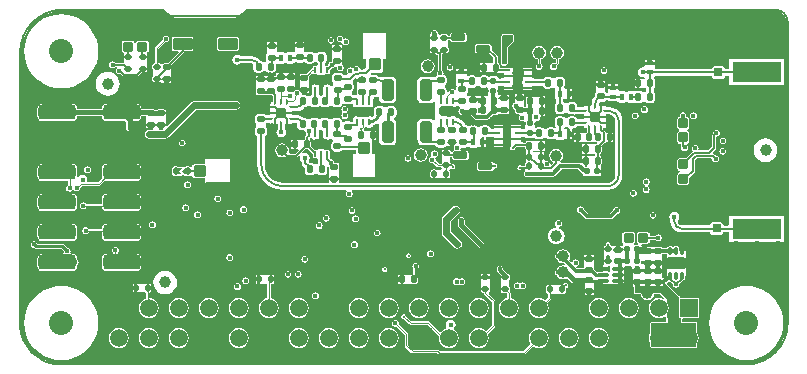
<source format=gtl>
G04*
G04 #@! TF.GenerationSoftware,Altium Limited,CircuitStudio,1.5.2 (30)*
G04*
G04 Layer_Physical_Order=1*
G04 Layer_Color=255*
%FSLAX25Y25*%
%MOIN*%
G70*
G01*
G75*
%ADD10C,0.01000*%
%ADD11C,0.00800*%
%ADD12C,0.00768*%
%ADD13C,0.00400*%
G04:AMPARAMS|DCode=14|XSize=23.62mil|YSize=19.69mil|CornerRadius=4.92mil|HoleSize=0mil|Usage=FLASHONLY|Rotation=180.000|XOffset=0mil|YOffset=0mil|HoleType=Round|Shape=RoundedRectangle|*
%AMROUNDEDRECTD14*
21,1,0.02362,0.00984,0,0,180.0*
21,1,0.01378,0.01969,0,0,180.0*
1,1,0.00984,-0.00689,0.00492*
1,1,0.00984,0.00689,0.00492*
1,1,0.00984,0.00689,-0.00492*
1,1,0.00984,-0.00689,-0.00492*
%
%ADD14ROUNDEDRECTD14*%
G04:AMPARAMS|DCode=15|XSize=23.62mil|YSize=19.69mil|CornerRadius=4.92mil|HoleSize=0mil|Usage=FLASHONLY|Rotation=270.000|XOffset=0mil|YOffset=0mil|HoleType=Round|Shape=RoundedRectangle|*
%AMROUNDEDRECTD15*
21,1,0.02362,0.00984,0,0,270.0*
21,1,0.01378,0.01969,0,0,270.0*
1,1,0.00984,-0.00492,-0.00689*
1,1,0.00984,-0.00492,0.00689*
1,1,0.00984,0.00492,0.00689*
1,1,0.00984,0.00492,-0.00689*
%
%ADD15ROUNDEDRECTD15*%
G04:AMPARAMS|DCode=16|XSize=49.02mil|YSize=24.02mil|CornerRadius=3.6mil|HoleSize=0mil|Usage=FLASHONLY|Rotation=90.000|XOffset=0mil|YOffset=0mil|HoleType=Round|Shape=RoundedRectangle|*
%AMROUNDEDRECTD16*
21,1,0.04902,0.01681,0,0,90.0*
21,1,0.04181,0.02402,0,0,90.0*
1,1,0.00721,0.00841,0.02091*
1,1,0.00721,0.00841,-0.02091*
1,1,0.00721,-0.00841,-0.02091*
1,1,0.00721,-0.00841,0.02091*
%
%ADD16ROUNDEDRECTD16*%
G04:AMPARAMS|DCode=17|XSize=70.87mil|YSize=40.95mil|CornerRadius=6.14mil|HoleSize=0mil|Usage=FLASHONLY|Rotation=90.000|XOffset=0mil|YOffset=0mil|HoleType=Round|Shape=RoundedRectangle|*
%AMROUNDEDRECTD17*
21,1,0.07087,0.02866,0,0,90.0*
21,1,0.05858,0.04095,0,0,90.0*
1,1,0.01228,0.01433,0.02929*
1,1,0.01228,0.01433,-0.02929*
1,1,0.01228,-0.01433,-0.02929*
1,1,0.01228,-0.01433,0.02929*
%
%ADD17ROUNDEDRECTD17*%
%ADD18C,0.03937*%
G04:AMPARAMS|DCode=19|XSize=64.96mil|YSize=41.34mil|CornerRadius=4.13mil|HoleSize=0mil|Usage=FLASHONLY|Rotation=180.000|XOffset=0mil|YOffset=0mil|HoleType=Round|Shape=RoundedRectangle|*
%AMROUNDEDRECTD19*
21,1,0.06496,0.03307,0,0,180.0*
21,1,0.05669,0.04134,0,0,180.0*
1,1,0.00827,-0.02835,0.01654*
1,1,0.00827,0.02835,0.01654*
1,1,0.00827,0.02835,-0.01654*
1,1,0.00827,-0.02835,-0.01654*
%
%ADD19ROUNDEDRECTD19*%
G04:AMPARAMS|DCode=20|XSize=31.89mil|YSize=36.61mil|CornerRadius=4.78mil|HoleSize=0mil|Usage=FLASHONLY|Rotation=270.000|XOffset=0mil|YOffset=0mil|HoleType=Round|Shape=RoundedRectangle|*
%AMROUNDEDRECTD20*
21,1,0.03189,0.02705,0,0,270.0*
21,1,0.02232,0.03661,0,0,270.0*
1,1,0.00957,-0.01352,-0.01116*
1,1,0.00957,-0.01352,0.01116*
1,1,0.00957,0.01352,0.01116*
1,1,0.00957,0.01352,-0.01116*
%
%ADD20ROUNDEDRECTD20*%
G04:AMPARAMS|DCode=21|XSize=31.89mil|YSize=36.61mil|CornerRadius=4.78mil|HoleSize=0mil|Usage=FLASHONLY|Rotation=180.000|XOffset=0mil|YOffset=0mil|HoleType=Round|Shape=RoundedRectangle|*
%AMROUNDEDRECTD21*
21,1,0.03189,0.02705,0,0,180.0*
21,1,0.02232,0.03661,0,0,180.0*
1,1,0.00957,-0.01116,0.01352*
1,1,0.00957,0.01116,0.01352*
1,1,0.00957,0.01116,-0.01352*
1,1,0.00957,-0.01116,-0.01352*
%
%ADD21ROUNDEDRECTD21*%
G04:AMPARAMS|DCode=22|XSize=27.56mil|YSize=27.56mil|CornerRadius=2.76mil|HoleSize=0mil|Usage=FLASHONLY|Rotation=270.000|XOffset=0mil|YOffset=0mil|HoleType=Round|Shape=RoundedRectangle|*
%AMROUNDEDRECTD22*
21,1,0.02756,0.02205,0,0,270.0*
21,1,0.02205,0.02756,0,0,270.0*
1,1,0.00551,-0.01102,-0.01102*
1,1,0.00551,-0.01102,0.01102*
1,1,0.00551,0.01102,0.01102*
1,1,0.00551,0.01102,-0.01102*
%
%ADD22ROUNDEDRECTD22*%
G04:AMPARAMS|DCode=23|XSize=14.17mil|YSize=23mil|CornerRadius=0.71mil|HoleSize=0mil|Usage=FLASHONLY|Rotation=180.000|XOffset=0mil|YOffset=0mil|HoleType=Round|Shape=RoundedRectangle|*
%AMROUNDEDRECTD23*
21,1,0.01417,0.02158,0,0,180.0*
21,1,0.01276,0.02300,0,0,180.0*
1,1,0.00142,-0.00638,0.01079*
1,1,0.00142,0.00638,0.01079*
1,1,0.00142,0.00638,-0.01079*
1,1,0.00142,-0.00638,-0.01079*
%
%ADD23ROUNDEDRECTD23*%
G04:AMPARAMS|DCode=24|XSize=14.17mil|YSize=23mil|CornerRadius=0.71mil|HoleSize=0mil|Usage=FLASHONLY|Rotation=90.000|XOffset=0mil|YOffset=0mil|HoleType=Round|Shape=RoundedRectangle|*
%AMROUNDEDRECTD24*
21,1,0.01417,0.02158,0,0,90.0*
21,1,0.01276,0.02300,0,0,90.0*
1,1,0.00142,0.01079,0.00638*
1,1,0.00142,0.01079,-0.00638*
1,1,0.00142,-0.01079,-0.00638*
1,1,0.00142,-0.01079,0.00638*
%
%ADD24ROUNDEDRECTD24*%
G04:AMPARAMS|DCode=25|XSize=23.62mil|YSize=17.72mil|CornerRadius=4.43mil|HoleSize=0mil|Usage=FLASHONLY|Rotation=90.000|XOffset=0mil|YOffset=0mil|HoleType=Round|Shape=RoundedRectangle|*
%AMROUNDEDRECTD25*
21,1,0.02362,0.00886,0,0,90.0*
21,1,0.01476,0.01772,0,0,90.0*
1,1,0.00886,0.00443,0.00738*
1,1,0.00886,0.00443,-0.00738*
1,1,0.00886,-0.00443,-0.00738*
1,1,0.00886,-0.00443,0.00738*
%
%ADD25ROUNDEDRECTD25*%
G04:AMPARAMS|DCode=26|XSize=23.62mil|YSize=17.72mil|CornerRadius=4.43mil|HoleSize=0mil|Usage=FLASHONLY|Rotation=0.000|XOffset=0mil|YOffset=0mil|HoleType=Round|Shape=RoundedRectangle|*
%AMROUNDEDRECTD26*
21,1,0.02362,0.00886,0,0,0.0*
21,1,0.01476,0.01772,0,0,0.0*
1,1,0.00886,0.00738,-0.00443*
1,1,0.00886,-0.00738,-0.00443*
1,1,0.00886,-0.00738,0.00443*
1,1,0.00886,0.00738,0.00443*
%
%ADD26ROUNDEDRECTD26*%
G04:AMPARAMS|DCode=27|XSize=47.24mil|YSize=23.62mil|CornerRadius=3.54mil|HoleSize=0mil|Usage=FLASHONLY|Rotation=90.000|XOffset=0mil|YOffset=0mil|HoleType=Round|Shape=RoundedRectangle|*
%AMROUNDEDRECTD27*
21,1,0.04724,0.01654,0,0,90.0*
21,1,0.04016,0.02362,0,0,90.0*
1,1,0.00709,0.00827,0.02008*
1,1,0.00709,0.00827,-0.02008*
1,1,0.00709,-0.00827,-0.02008*
1,1,0.00709,-0.00827,0.02008*
%
%ADD27ROUNDEDRECTD27*%
G04:AMPARAMS|DCode=28|XSize=9.84mil|YSize=29.53mil|CornerRadius=1.48mil|HoleSize=0mil|Usage=FLASHONLY|Rotation=90.000|XOffset=0mil|YOffset=0mil|HoleType=Round|Shape=RoundedRectangle|*
%AMROUNDEDRECTD28*
21,1,0.00984,0.02658,0,0,90.0*
21,1,0.00689,0.02953,0,0,90.0*
1,1,0.00295,0.01329,0.00345*
1,1,0.00295,0.01329,-0.00345*
1,1,0.00295,-0.01329,-0.00345*
1,1,0.00295,-0.01329,0.00345*
%
%ADD28ROUNDEDRECTD28*%
%ADD29R,0.16496X0.10492*%
%ADD30R,0.16496X0.07008*%
G04:AMPARAMS|DCode=31|XSize=48.43mil|YSize=23.62mil|CornerRadius=2.95mil|HoleSize=0mil|Usage=FLASHONLY|Rotation=0.000|XOffset=0mil|YOffset=0mil|HoleType=Round|Shape=RoundedRectangle|*
%AMROUNDEDRECTD31*
21,1,0.04843,0.01772,0,0,0.0*
21,1,0.04252,0.02362,0,0,0.0*
1,1,0.00591,0.02126,-0.00886*
1,1,0.00591,-0.02126,-0.00886*
1,1,0.00591,-0.02126,0.00886*
1,1,0.00591,0.02126,0.00886*
%
%ADD31ROUNDEDRECTD31*%
G04:AMPARAMS|DCode=32|XSize=21.65mil|YSize=17.72mil|CornerRadius=4.43mil|HoleSize=0mil|Usage=FLASHONLY|Rotation=90.000|XOffset=0mil|YOffset=0mil|HoleType=Round|Shape=RoundedRectangle|*
%AMROUNDEDRECTD32*
21,1,0.02165,0.00886,0,0,90.0*
21,1,0.01280,0.01772,0,0,90.0*
1,1,0.00886,0.00443,0.00640*
1,1,0.00886,0.00443,-0.00640*
1,1,0.00886,-0.00443,-0.00640*
1,1,0.00886,-0.00443,0.00640*
%
%ADD32ROUNDEDRECTD32*%
G04:AMPARAMS|DCode=33|XSize=21.65mil|YSize=17.72mil|CornerRadius=4.43mil|HoleSize=0mil|Usage=FLASHONLY|Rotation=180.000|XOffset=0mil|YOffset=0mil|HoleType=Round|Shape=RoundedRectangle|*
%AMROUNDEDRECTD33*
21,1,0.02165,0.00886,0,0,180.0*
21,1,0.01280,0.01772,0,0,180.0*
1,1,0.00886,-0.00640,0.00443*
1,1,0.00886,0.00640,0.00443*
1,1,0.00886,0.00640,-0.00443*
1,1,0.00886,-0.00640,-0.00443*
%
%ADD33ROUNDEDRECTD33*%
G04:AMPARAMS|DCode=34|XSize=125.2mil|YSize=50mil|CornerRadius=12.5mil|HoleSize=0mil|Usage=FLASHONLY|Rotation=180.000|XOffset=0mil|YOffset=0mil|HoleType=Round|Shape=RoundedRectangle|*
%AMROUNDEDRECTD34*
21,1,0.12520,0.02500,0,0,180.0*
21,1,0.10020,0.05000,0,0,180.0*
1,1,0.02500,-0.05010,0.01250*
1,1,0.02500,0.05010,0.01250*
1,1,0.02500,0.05010,-0.01250*
1,1,0.02500,-0.05010,-0.01250*
%
%ADD34ROUNDEDRECTD34*%
G04:AMPARAMS|DCode=35|XSize=21.65mil|YSize=9.84mil|CornerRadius=1.48mil|HoleSize=0mil|Usage=FLASHONLY|Rotation=90.000|XOffset=0mil|YOffset=0mil|HoleType=Round|Shape=RoundedRectangle|*
%AMROUNDEDRECTD35*
21,1,0.02165,0.00689,0,0,90.0*
21,1,0.01870,0.00984,0,0,90.0*
1,1,0.00295,0.00345,0.00935*
1,1,0.00295,0.00345,-0.00935*
1,1,0.00295,-0.00345,-0.00935*
1,1,0.00295,-0.00345,0.00935*
%
%ADD35ROUNDEDRECTD35*%
G04:AMPARAMS|DCode=36|XSize=51.18mil|YSize=31.5mil|CornerRadius=4.72mil|HoleSize=0mil|Usage=FLASHONLY|Rotation=180.000|XOffset=0mil|YOffset=0mil|HoleType=Round|Shape=RoundedRectangle|*
%AMROUNDEDRECTD36*
21,1,0.05118,0.02205,0,0,180.0*
21,1,0.04173,0.03150,0,0,180.0*
1,1,0.00945,-0.02087,0.01102*
1,1,0.00945,0.02087,0.01102*
1,1,0.00945,0.02087,-0.01102*
1,1,0.00945,-0.02087,-0.01102*
%
%ADD36ROUNDEDRECTD36*%
G04:AMPARAMS|DCode=37|XSize=39.37mil|YSize=41.34mil|CornerRadius=3.94mil|HoleSize=0mil|Usage=FLASHONLY|Rotation=270.000|XOffset=0mil|YOffset=0mil|HoleType=Round|Shape=RoundedRectangle|*
%AMROUNDEDRECTD37*
21,1,0.03937,0.03347,0,0,270.0*
21,1,0.03150,0.04134,0,0,270.0*
1,1,0.00787,-0.01673,-0.01575*
1,1,0.00787,-0.01673,0.01575*
1,1,0.00787,0.01673,0.01575*
1,1,0.00787,0.01673,-0.01575*
%
%ADD37ROUNDEDRECTD37*%
G04:AMPARAMS|DCode=38|XSize=41.34mil|YSize=86.61mil|CornerRadius=4.13mil|HoleSize=0mil|Usage=FLASHONLY|Rotation=270.000|XOffset=0mil|YOffset=0mil|HoleType=Round|Shape=RoundedRectangle|*
%AMROUNDEDRECTD38*
21,1,0.04134,0.07835,0,0,270.0*
21,1,0.03307,0.08661,0,0,270.0*
1,1,0.00827,-0.03917,-0.01654*
1,1,0.00827,-0.03917,0.01654*
1,1,0.00827,0.03917,0.01654*
1,1,0.00827,0.03917,-0.01654*
%
%ADD38ROUNDEDRECTD38*%
G04:AMPARAMS|DCode=39|XSize=39.37mil|YSize=41.34mil|CornerRadius=3.94mil|HoleSize=0mil|Usage=FLASHONLY|Rotation=180.000|XOffset=0mil|YOffset=0mil|HoleType=Round|Shape=RoundedRectangle|*
%AMROUNDEDRECTD39*
21,1,0.03937,0.03347,0,0,180.0*
21,1,0.03150,0.04134,0,0,180.0*
1,1,0.00787,-0.01575,0.01673*
1,1,0.00787,0.01575,0.01673*
1,1,0.00787,0.01575,-0.01673*
1,1,0.00787,-0.01575,-0.01673*
%
%ADD39ROUNDEDRECTD39*%
G04:AMPARAMS|DCode=40|XSize=41.34mil|YSize=86.61mil|CornerRadius=4.13mil|HoleSize=0mil|Usage=FLASHONLY|Rotation=180.000|XOffset=0mil|YOffset=0mil|HoleType=Round|Shape=RoundedRectangle|*
%AMROUNDEDRECTD40*
21,1,0.04134,0.07835,0,0,180.0*
21,1,0.03307,0.08661,0,0,180.0*
1,1,0.00827,-0.01654,0.03917*
1,1,0.00827,0.01654,0.03917*
1,1,0.00827,0.01654,-0.03917*
1,1,0.00827,-0.01654,-0.03917*
%
%ADD40ROUNDEDRECTD40*%
G04:AMPARAMS|DCode=41|XSize=18.11mil|YSize=7.87mil|CornerRadius=3.15mil|HoleSize=0mil|Usage=FLASHONLY|Rotation=180.000|XOffset=0mil|YOffset=0mil|HoleType=Round|Shape=RoundedRectangle|*
%AMROUNDEDRECTD41*
21,1,0.01811,0.00158,0,0,180.0*
21,1,0.01181,0.00787,0,0,180.0*
1,1,0.00630,-0.00591,0.00079*
1,1,0.00630,0.00591,0.00079*
1,1,0.00630,0.00591,-0.00079*
1,1,0.00630,-0.00591,-0.00079*
%
%ADD41ROUNDEDRECTD41*%
G04:AMPARAMS|DCode=42|XSize=18.11mil|YSize=7.87mil|CornerRadius=3.15mil|HoleSize=0mil|Usage=FLASHONLY|Rotation=270.000|XOffset=0mil|YOffset=0mil|HoleType=Round|Shape=RoundedRectangle|*
%AMROUNDEDRECTD42*
21,1,0.01811,0.00158,0,0,270.0*
21,1,0.01181,0.00787,0,0,270.0*
1,1,0.00630,-0.00079,-0.00591*
1,1,0.00630,-0.00079,0.00591*
1,1,0.00630,0.00079,0.00591*
1,1,0.00630,0.00079,-0.00591*
%
%ADD42ROUNDEDRECTD42*%
G04:AMPARAMS|DCode=43|XSize=31.5mil|YSize=31.5mil|CornerRadius=3.15mil|HoleSize=0mil|Usage=FLASHONLY|Rotation=270.000|XOffset=0mil|YOffset=0mil|HoleType=Round|Shape=RoundedRectangle|*
%AMROUNDEDRECTD43*
21,1,0.03150,0.02520,0,0,270.0*
21,1,0.02520,0.03150,0,0,270.0*
1,1,0.00630,-0.01260,-0.01260*
1,1,0.00630,-0.01260,0.01260*
1,1,0.00630,0.01260,0.01260*
1,1,0.00630,0.01260,-0.01260*
%
%ADD43ROUNDEDRECTD43*%
G04:AMPARAMS|DCode=44|XSize=25.59mil|YSize=11.81mil|CornerRadius=2.95mil|HoleSize=0mil|Usage=FLASHONLY|Rotation=270.000|XOffset=0mil|YOffset=0mil|HoleType=Round|Shape=RoundedRectangle|*
%AMROUNDEDRECTD44*
21,1,0.02559,0.00591,0,0,270.0*
21,1,0.01969,0.01181,0,0,270.0*
1,1,0.00591,-0.00295,-0.00984*
1,1,0.00591,-0.00295,0.00984*
1,1,0.00591,0.00295,0.00984*
1,1,0.00591,0.00295,-0.00984*
%
%ADD44ROUNDEDRECTD44*%
G04:AMPARAMS|DCode=45|XSize=61.02mil|YSize=40.16mil|CornerRadius=4.02mil|HoleSize=0mil|Usage=FLASHONLY|Rotation=0.000|XOffset=0mil|YOffset=0mil|HoleType=Round|Shape=RoundedRectangle|*
%AMROUNDEDRECTD45*
21,1,0.06102,0.03213,0,0,0.0*
21,1,0.05299,0.04016,0,0,0.0*
1,1,0.00803,0.02649,-0.01606*
1,1,0.00803,-0.02649,-0.01606*
1,1,0.00803,-0.02649,0.01606*
1,1,0.00803,0.02649,0.01606*
%
%ADD45ROUNDEDRECTD45*%
G04:AMPARAMS|DCode=46|XSize=37.01mil|YSize=10.63mil|CornerRadius=1.33mil|HoleSize=0mil|Usage=FLASHONLY|Rotation=180.000|XOffset=0mil|YOffset=0mil|HoleType=Round|Shape=RoundedRectangle|*
%AMROUNDEDRECTD46*
21,1,0.03701,0.00797,0,0,180.0*
21,1,0.03435,0.01063,0,0,180.0*
1,1,0.00266,-0.01718,0.00399*
1,1,0.00266,0.01718,0.00399*
1,1,0.00266,0.01718,-0.00399*
1,1,0.00266,-0.01718,-0.00399*
%
%ADD46ROUNDEDRECTD46*%
%ADD47C,0.00600*%
%ADD48C,0.01200*%
%ADD49C,0.01600*%
%ADD50C,0.01400*%
%ADD51C,0.02400*%
%ADD52C,0.00350*%
%ADD53C,0.00500*%
%ADD54C,0.02200*%
%ADD55R,0.01768X0.06900*%
%ADD56R,0.03100X0.02200*%
%ADD57R,0.01300X0.02000*%
%ADD58R,0.08700X0.03800*%
%ADD59R,0.01800X0.01000*%
%ADD60C,0.08000*%
%ADD61R,0.05906X0.05906*%
%ADD62C,0.05906*%
%ADD63C,0.02362*%
%ADD64C,0.03819*%
%ADD65C,0.01600*%
%ADD66C,0.01000*%
%ADD67C,0.04000*%
G36*
X1048995Y817364D02*
X1082175D01*
X1082867Y816672D01*
X1083979Y815819D01*
X1084894Y815440D01*
X1085273Y815283D01*
X1086662Y815100D01*
X1105890D01*
X1107278Y815283D01*
X1108572Y815819D01*
X1109684Y816672D01*
X1110376Y817364D01*
X1286362D01*
X1286471Y817378D01*
X1287353Y817262D01*
X1288277Y816880D01*
X1289070Y816271D01*
X1289678Y815478D01*
X1290061Y814555D01*
X1290177Y813673D01*
X1290162Y813564D01*
Y713281D01*
X1290186Y713103D01*
X1290034Y711177D01*
X1289542Y709125D01*
X1288734Y707174D01*
X1287631Y705375D01*
X1286260Y703770D01*
X1284655Y702399D01*
X1282856Y701296D01*
X1280905Y700488D01*
X1278853Y699996D01*
X1276927Y699844D01*
X1276749Y699867D01*
X1047891Y699867D01*
X1047720Y699845D01*
X1045867Y699991D01*
X1043893Y700465D01*
X1042017Y701242D01*
X1040286Y702302D01*
X1038742Y703621D01*
X1037424Y705165D01*
X1036363Y706896D01*
X1035586Y708771D01*
X1035112Y710745D01*
X1034966Y712599D01*
X1034989Y712769D01*
X1034989Y796470D01*
Y803358D01*
X1034964Y803544D01*
X1035122Y805555D01*
X1035637Y807698D01*
X1036480Y809734D01*
X1037632Y811613D01*
X1039063Y813290D01*
X1040739Y814721D01*
X1042618Y815872D01*
X1044655Y816716D01*
X1046798Y817230D01*
X1048809Y817389D01*
X1048995Y817364D01*
D02*
G37*
%LPC*%
G36*
X1225850Y735931D02*
X1225014D01*
Y735143D01*
X1225850D01*
Y735931D01*
D02*
G37*
G36*
X1171476Y737511D02*
X1171039Y737424D01*
X1170668Y737177D01*
X1170421Y736806D01*
X1170334Y736369D01*
X1170421Y735932D01*
X1170668Y735562D01*
X1171039Y735314D01*
X1171476Y735227D01*
X1171913Y735314D01*
X1172283Y735562D01*
X1172531Y735932D01*
X1172618Y736369D01*
X1172531Y736806D01*
X1172283Y737177D01*
X1171913Y737424D01*
X1171476Y737511D01*
D02*
G37*
G36*
X1223537Y735931D02*
X1222652D01*
Y735143D01*
X1223537D01*
Y735931D01*
D02*
G37*
G36*
X1104576Y736223D02*
X1104139Y736136D01*
X1103768Y735889D01*
X1103521Y735518D01*
X1103434Y735081D01*
X1103521Y734644D01*
X1103768Y734274D01*
X1104139Y734026D01*
X1104576Y733939D01*
X1105013Y734026D01*
X1105383Y734274D01*
X1105631Y734644D01*
X1105717Y735081D01*
X1105631Y735518D01*
X1105383Y735889D01*
X1105013Y736136D01*
X1104576Y736223D01*
D02*
G37*
G36*
X1164134Y736554D02*
X1163814Y736491D01*
X1163543Y736309D01*
X1163362Y736038D01*
X1163298Y735718D01*
X1163362Y735398D01*
X1163543Y735127D01*
X1163814Y734946D01*
X1164134Y734882D01*
X1164454Y734946D01*
X1164725Y735127D01*
X1164907Y735398D01*
X1164970Y735718D01*
X1164907Y736038D01*
X1164725Y736309D01*
X1164454Y736491D01*
X1164134Y736554D01*
D02*
G37*
G36*
X1243728Y743622D02*
X1241023D01*
X1240712Y743560D01*
X1240448Y743384D01*
X1240271Y743120D01*
X1240209Y742808D01*
Y740576D01*
X1240271Y740265D01*
X1240448Y740000D01*
X1240683Y739843D01*
X1240712Y739698D01*
X1240459Y739318D01*
X1239943Y739243D01*
X1239776Y739381D01*
Y739381D01*
X1239308D01*
X1239270Y739482D01*
X1239225Y739881D01*
X1239404Y740000D01*
X1239580Y740265D01*
X1239642Y740576D01*
Y742808D01*
X1239580Y743120D01*
X1239404Y743384D01*
X1239139Y743560D01*
X1238828Y743622D01*
X1236123D01*
X1235812Y743560D01*
X1235548Y743384D01*
X1235371Y743120D01*
X1235309Y742808D01*
Y740576D01*
X1235371Y740265D01*
X1235548Y740000D01*
X1235745Y739868D01*
X1235776Y739381D01*
Y739381D01*
X1235776Y739321D01*
Y739296D01*
X1235450Y738931D01*
X1235276Y738931D01*
X1234614D01*
Y738143D01*
X1235374D01*
X1235441Y738143D01*
X1235444D01*
X1235450D01*
X1235858Y737985D01*
Y737582D01*
X1235783Y737540D01*
X1235424Y737356D01*
X1232522D01*
X1232286Y737744D01*
X1232271Y737773D01*
X1232341Y737924D01*
X1232497Y738143D01*
X1232692D01*
X1233137D01*
Y738931D01*
X1232492D01*
X1232450D01*
X1232379Y738931D01*
X1232292D01*
X1232265D01*
X1232252D01*
X1232251Y738931D01*
X1232185Y738929D01*
X1231892Y738937D01*
X1231581Y739229D01*
X1231512Y739381D01*
Y739381D01*
Y739381D01*
X1231512D01*
X1231448Y739701D01*
X1231364Y739827D01*
X1231267Y739972D01*
X1230995Y740154D01*
X1230676Y740217D01*
X1230356Y740154D01*
X1230084Y739972D01*
X1229987Y739827D01*
X1229903Y739701D01*
X1229840Y739381D01*
X1229840Y739381D01*
Y739381D01*
X1229646Y738956D01*
X1229640Y738943D01*
X1229454Y738855D01*
X1229298Y738781D01*
Y738781D01*
Y738640D01*
X1229292Y738631D01*
X1229219Y738522D01*
X1229160Y738224D01*
Y737338D01*
X1229219Y737041D01*
X1229298Y736922D01*
Y734640D01*
X1229219Y734522D01*
X1229160Y734224D01*
Y733338D01*
X1229215Y733060D01*
X1229217Y733037D01*
X1229176Y732944D01*
X1228895Y732560D01*
X1228895Y732560D01*
X1228895Y732560D01*
X1228895Y732560D01*
Y730270D01*
X1227178D01*
X1227050Y730217D01*
X1226960D01*
X1226002Y731176D01*
X1225850Y731277D01*
Y734356D01*
X1222701D01*
Y731451D01*
X1220439D01*
X1220122Y731822D01*
X1220272Y732318D01*
X1220313Y732326D01*
X1220683Y732574D01*
X1220931Y732944D01*
X1221017Y733381D01*
X1220931Y733818D01*
X1220683Y734189D01*
X1220313Y734436D01*
X1219876Y734523D01*
X1219439Y734436D01*
X1219068Y734189D01*
X1218821Y733818D01*
X1218813Y733778D01*
X1218270Y733613D01*
X1217577Y734307D01*
X1217831Y734688D01*
X1218009Y735581D01*
X1217831Y736474D01*
X1217325Y737231D01*
X1216568Y737737D01*
X1215676Y737914D01*
X1214783Y737737D01*
X1214026Y737231D01*
X1213642Y736657D01*
X1213539Y736636D01*
X1213168Y736389D01*
X1212921Y736018D01*
X1212834Y735581D01*
X1212921Y735144D01*
X1213168Y734774D01*
X1213539Y734526D01*
X1213642Y734506D01*
X1214026Y733931D01*
X1214783Y733425D01*
X1215676Y733248D01*
X1215932Y733299D01*
X1216338Y732893D01*
X1216091Y732432D01*
X1215676Y732514D01*
X1214783Y732337D01*
X1214026Y731831D01*
X1213642Y731257D01*
X1213539Y731236D01*
X1213168Y730989D01*
X1212921Y730618D01*
X1212834Y730181D01*
X1212921Y729744D01*
X1213168Y729374D01*
X1213539Y729126D01*
X1213642Y729106D01*
X1214026Y728531D01*
X1214783Y728025D01*
X1215676Y727848D01*
X1216568Y728025D01*
X1216957Y728285D01*
X1218368Y726874D01*
X1218739Y726626D01*
X1219176Y726539D01*
X1222801D01*
Y724206D01*
X1225950D01*
Y726577D01*
X1227050D01*
X1227178Y726524D01*
X1228895D01*
Y726381D01*
X1233856D01*
Y726524D01*
X1235573D01*
X1235600Y726535D01*
X1235676D01*
X1235921Y726636D01*
X1236022Y726881D01*
Y726913D01*
X1236064Y727014D01*
Y727811D01*
X1236022Y727912D01*
Y728882D01*
X1236064Y728982D01*
Y729780D01*
X1236022Y729880D01*
Y730850D01*
X1236064Y730951D01*
Y731748D01*
X1236343Y732181D01*
X1236776D01*
Y732363D01*
X1237545D01*
X1237552Y732365D01*
X1237776Y732181D01*
Y732181D01*
X1238391D01*
X1238777Y731906D01*
X1238777Y731681D01*
Y731118D01*
X1239663D01*
Y731681D01*
Y731728D01*
X1239776Y732181D01*
X1239999Y732365D01*
X1240006Y732363D01*
X1240329D01*
X1240378Y732346D01*
X1240776Y732181D01*
X1241139Y731851D01*
X1241139Y731681D01*
Y731118D01*
X1241726D01*
X1241976Y731118D01*
X1242101D01*
X1242226D01*
X1242476Y731118D01*
X1243063D01*
Y731706D01*
X1243063Y731906D01*
Y732056D01*
Y732206D01*
X1243063Y732406D01*
Y732994D01*
X1242276D01*
X1242226Y732994D01*
X1241776Y733113D01*
Y733181D01*
X1241669D01*
Y733892D01*
X1241726Y733936D01*
X1242226Y733781D01*
Y733781D01*
X1245376D01*
Y733781D01*
X1245626D01*
Y733781D01*
X1248776D01*
Y736386D01*
X1250276D01*
Y729292D01*
X1249238Y728254D01*
X1248776Y728445D01*
Y730331D01*
X1245626D01*
Y730331D01*
X1245376D01*
Y730331D01*
X1242226D01*
Y730331D01*
X1241976D01*
Y730331D01*
X1238826D01*
Y727181D01*
X1238884D01*
Y726394D01*
X1238826D01*
Y725606D01*
X1238876D01*
X1239229Y725253D01*
X1239229Y723205D01*
X1239229Y723205D01*
D01*
X1239229Y723205D01*
Y723205D01*
X1239229Y723205D01*
Y723204D01*
X1239277Y723088D01*
X1239330Y722960D01*
X1239330Y722960D01*
X1239330Y722960D01*
X1239331Y722959D01*
X1239386Y722936D01*
X1239452Y722909D01*
X1239452Y722908D01*
X1239487Y722894D01*
X1239551Y722867D01*
X1239574Y722858D01*
X1239574Y722857D01*
X1239585Y722857D01*
X1241508Y722851D01*
X1241620Y722288D01*
X1242126Y721531D01*
X1242883Y721025D01*
X1243776Y720848D01*
X1244668Y721025D01*
X1245426Y721531D01*
X1245931Y722288D01*
X1246040Y722835D01*
X1248095Y722828D01*
X1249297Y721652D01*
X1249016Y721227D01*
X1248430Y721470D01*
X1247576Y721582D01*
X1246721Y721470D01*
X1245925Y721140D01*
X1245241Y720615D01*
X1244717Y719932D01*
X1244387Y719136D01*
X1244275Y718281D01*
X1244387Y717427D01*
X1244717Y716631D01*
X1245241Y715947D01*
X1245925Y715422D01*
X1246721Y715093D01*
X1247576Y714980D01*
X1248430Y715093D01*
X1249226Y715422D01*
X1249598Y715708D01*
X1250101Y715464D01*
X1250120Y713983D01*
X1249769Y713627D01*
X1245076D01*
X1244831Y713526D01*
X1244729Y713281D01*
Y709948D01*
X1244717Y709932D01*
X1244387Y709135D01*
X1244275Y708281D01*
X1244387Y707427D01*
X1244717Y706631D01*
X1244729Y706614D01*
Y705381D01*
X1244831Y705136D01*
X1245076Y705035D01*
X1247161D01*
X1247576Y704980D01*
X1247991Y705035D01*
X1257161D01*
X1257576Y704980D01*
X1257990Y705035D01*
X1260076D01*
X1260320Y705136D01*
X1260422Y705381D01*
Y706614D01*
X1260434Y706631D01*
X1260764Y707427D01*
X1260877Y708281D01*
X1260764Y709135D01*
X1260434Y709932D01*
X1260422Y709948D01*
Y711381D01*
Y713281D01*
X1260320Y713526D01*
X1260076Y713627D01*
X1255180D01*
X1255164Y714652D01*
X1255515Y715008D01*
X1260848D01*
Y721554D01*
X1255133D01*
X1254640Y721632D01*
X1254528Y722115D01*
X1254470Y722197D01*
X1254429Y722289D01*
X1250319Y726176D01*
X1250312Y726676D01*
X1250962Y727325D01*
X1252141Y726147D01*
X1252221Y725744D01*
X1252468Y725374D01*
X1252839Y725126D01*
X1253276Y725039D01*
X1253713Y725126D01*
X1254083Y725374D01*
X1254331Y725744D01*
X1254398Y726084D01*
X1255765Y727450D01*
X1255805Y727458D01*
X1256009Y727594D01*
X1256145Y727798D01*
X1256192Y728038D01*
Y729022D01*
X1256476D01*
Y737290D01*
X1254239D01*
X1254223Y737368D01*
Y738274D01*
X1254176Y738514D01*
X1254040Y738718D01*
X1253836Y738854D01*
X1253596Y738901D01*
X1253006D01*
X1252765Y738854D01*
X1252606Y738747D01*
X1252555Y738718D01*
X1252077D01*
X1252026Y738747D01*
X1251867Y738854D01*
X1251627Y738901D01*
X1251036D01*
X1250797Y738854D01*
X1250593Y738718D01*
X1250457Y738514D01*
X1250409Y738274D01*
Y738262D01*
X1248776D01*
Y738506D01*
X1248320D01*
X1248207Y738582D01*
X1247890Y738645D01*
X1246512D01*
X1246195Y738582D01*
X1246081Y738506D01*
X1245577D01*
Y738506D01*
X1245376Y738506D01*
X1244885Y738529D01*
X1244807Y738582D01*
X1244490Y738645D01*
X1243708D01*
X1243703Y738647D01*
X1243445Y738699D01*
X1243376Y738728D01*
X1242129D01*
X1241776Y739081D01*
Y739262D01*
X1241776Y739381D01*
X1242063Y739762D01*
X1243728D01*
X1244040Y739824D01*
X1244304Y740000D01*
X1244480Y740265D01*
X1244542Y740576D01*
Y740958D01*
X1246512D01*
X1246568Y740874D01*
X1246939Y740626D01*
X1247376Y740539D01*
X1247813Y740626D01*
X1248183Y740874D01*
X1248431Y741244D01*
X1248518Y741681D01*
X1248431Y742118D01*
X1248183Y742489D01*
X1247813Y742736D01*
X1247376Y742823D01*
X1246939Y742736D01*
X1246568Y742489D01*
X1246527Y742426D01*
X1244542D01*
Y742808D01*
X1244480Y743120D01*
X1244304Y743384D01*
X1244040Y743560D01*
X1243728Y743622D01*
D02*
G37*
G36*
X1214165Y747681D02*
X1213728Y747594D01*
X1213357Y747346D01*
X1213110Y746976D01*
X1213023Y746539D01*
X1213110Y746102D01*
X1213357Y745731D01*
X1213440Y745676D01*
X1213396Y745106D01*
X1213353Y745054D01*
X1212654Y744962D01*
X1211981Y744683D01*
X1211403Y744239D01*
X1210959Y743661D01*
X1210680Y742987D01*
X1210585Y742264D01*
X1210680Y741542D01*
X1210959Y740868D01*
X1211403Y740290D01*
X1211981Y739846D01*
X1212654Y739567D01*
X1213377Y739472D01*
X1214100Y739567D01*
X1214773Y739846D01*
X1215352Y740290D01*
X1215795Y740868D01*
X1216074Y741542D01*
X1216169Y742264D01*
X1216074Y742987D01*
X1215795Y743661D01*
X1215352Y744239D01*
X1214773Y744683D01*
X1214207Y744917D01*
X1214294Y745422D01*
X1214602Y745484D01*
X1214972Y745731D01*
X1215220Y746102D01*
X1215306Y746539D01*
X1215220Y746976D01*
X1214972Y747346D01*
X1214602Y747594D01*
X1214165Y747681D01*
D02*
G37*
G36*
X1146076Y740553D02*
X1145639Y740466D01*
X1145268Y740219D01*
X1145021Y739848D01*
X1144934Y739411D01*
X1145021Y738974D01*
X1145268Y738604D01*
X1145639Y738356D01*
X1146076Y738269D01*
X1146513Y738356D01*
X1146883Y738604D01*
X1147131Y738974D01*
X1147217Y739411D01*
X1147131Y739848D01*
X1146883Y740219D01*
X1146513Y740466D01*
X1146076Y740553D01*
D02*
G37*
G36*
X1179876Y752431D02*
X1179282Y752313D01*
X1178780Y751977D01*
X1175680Y748877D01*
X1175344Y748374D01*
X1175226Y747781D01*
Y743181D01*
X1175344Y742588D01*
X1175680Y742085D01*
X1179280Y738485D01*
X1179782Y738149D01*
X1180376Y738031D01*
X1180969Y738149D01*
X1181472Y738485D01*
X1181807Y738988D01*
X1181925Y739581D01*
X1181807Y740174D01*
X1181472Y740677D01*
X1178325Y743823D01*
Y747139D01*
X1180972Y749785D01*
X1181307Y750288D01*
X1181425Y750881D01*
X1181307Y751474D01*
X1180972Y751977D01*
X1180469Y752313D01*
X1179876Y752431D01*
D02*
G37*
G36*
X1181726Y748703D02*
X1181289Y748616D01*
X1180918Y748369D01*
X1180671Y747998D01*
X1180584Y747561D01*
Y745931D01*
X1180671Y745494D01*
X1180918Y745124D01*
X1187468Y738574D01*
X1187839Y738326D01*
X1188276Y738239D01*
X1188713Y738326D01*
X1189083Y738574D01*
X1189331Y738944D01*
X1189417Y739381D01*
X1189331Y739818D01*
X1189083Y740189D01*
X1182868Y746404D01*
Y747561D01*
X1182781Y747998D01*
X1182533Y748369D01*
X1182163Y748616D01*
X1181726Y748703D01*
D02*
G37*
G36*
X1129576Y735723D02*
X1129139Y735636D01*
X1128768Y735389D01*
X1128521Y735018D01*
X1128434Y734581D01*
X1128521Y734144D01*
X1128768Y733774D01*
X1129139Y733526D01*
X1129576Y733439D01*
X1130013Y733526D01*
X1130383Y733774D01*
X1130631Y734144D01*
X1130717Y734581D01*
X1130631Y735018D01*
X1130383Y735389D01*
X1130013Y735636D01*
X1129576Y735723D01*
D02*
G37*
G36*
X1189185Y729481D02*
X1188398D01*
Y728891D01*
X1189185D01*
Y729481D01*
D02*
G37*
G36*
X1191154D02*
X1190366D01*
Y728891D01*
X1191154D01*
Y729481D01*
D02*
G37*
G36*
X1161513Y729356D02*
X1160726D01*
Y728519D01*
X1161513D01*
Y729356D01*
D02*
G37*
G36*
X1123976Y730723D02*
X1123539Y730636D01*
X1123168Y730389D01*
X1122921Y730018D01*
X1122834Y729581D01*
X1122921Y729144D01*
X1123168Y728774D01*
X1123539Y728526D01*
X1123976Y728439D01*
X1124413Y728526D01*
X1124783Y728774D01*
X1125031Y729144D01*
X1125117Y729581D01*
X1125031Y730018D01*
X1124783Y730389D01*
X1124413Y730636D01*
X1123976Y730723D01*
D02*
G37*
G36*
X1127376D02*
X1126939Y730636D01*
X1126568Y730389D01*
X1126321Y730018D01*
X1126234Y729581D01*
X1126321Y729144D01*
X1126568Y728774D01*
X1126939Y728526D01*
X1127376Y728439D01*
X1127813Y728526D01*
X1128183Y728774D01*
X1128431Y729144D01*
X1128518Y729581D01*
X1128431Y730018D01*
X1128183Y730389D01*
X1127813Y730636D01*
X1127376Y730723D01*
D02*
G37*
G36*
X1248776Y732994D02*
X1247939D01*
Y732406D01*
X1247939Y732206D01*
Y732056D01*
Y731906D01*
X1247939Y731706D01*
Y731118D01*
X1248776D01*
Y731706D01*
X1248776Y731906D01*
Y732056D01*
Y732206D01*
X1248776Y732406D01*
Y732994D01*
D02*
G37*
G36*
X1245626Y732994D02*
X1245525D01*
X1245425D01*
X1245126Y732994D01*
X1244539D01*
Y732406D01*
X1244539Y732206D01*
Y732056D01*
Y731906D01*
X1244539Y731706D01*
Y731118D01*
X1245126D01*
X1245376Y731118D01*
X1245501D01*
X1245626D01*
X1245876Y731118D01*
X1246463D01*
Y731706D01*
X1246463Y731906D01*
Y732056D01*
Y732206D01*
X1246463Y732406D01*
Y732994D01*
X1245925D01*
X1245626Y732994D01*
D02*
G37*
G36*
X1066416Y738756D02*
X1065979Y738669D01*
X1065608Y738421D01*
X1065361Y738051D01*
X1065274Y737614D01*
X1065361Y737177D01*
X1065593Y736829D01*
X1065567Y736701D01*
X1065423Y736329D01*
X1063471D01*
X1062859Y736207D01*
X1062339Y735860D01*
X1061992Y735340D01*
X1061870Y734728D01*
Y732228D01*
X1061992Y731615D01*
X1062339Y731096D01*
X1062859Y730749D01*
X1063471Y730627D01*
X1073491D01*
X1074104Y730749D01*
X1074623Y731096D01*
X1074970Y731615D01*
X1075092Y732228D01*
Y734728D01*
X1074970Y735340D01*
X1074623Y735860D01*
X1074104Y736207D01*
X1073491Y736329D01*
X1067408D01*
X1067264Y736701D01*
X1067238Y736829D01*
X1067471Y737177D01*
X1067558Y737614D01*
X1067471Y738051D01*
X1067223Y738421D01*
X1066853Y738669D01*
X1066416Y738756D01*
D02*
G37*
G36*
X1156205Y732000D02*
X1155885Y731936D01*
X1155614Y731755D01*
X1155433Y731484D01*
X1155369Y731164D01*
X1155433Y730844D01*
X1155614Y730573D01*
X1155885Y730391D01*
X1156205Y730328D01*
X1156525Y730391D01*
X1156796Y730573D01*
X1156977Y730844D01*
X1157041Y731164D01*
X1156977Y731484D01*
X1156796Y731755D01*
X1156525Y731936D01*
X1156205Y732000D01*
D02*
G37*
G36*
X1039276Y740623D02*
X1038839Y740536D01*
X1038468Y740289D01*
X1038221Y739918D01*
X1038134Y739481D01*
X1038221Y739044D01*
X1038468Y738674D01*
X1038839Y738426D01*
X1039225Y738349D01*
X1039264Y738310D01*
X1039536Y738129D01*
X1039856Y738065D01*
X1048409D01*
X1049244Y737231D01*
X1049321Y736844D01*
X1049331Y736829D01*
X1049064Y736329D01*
X1041975D01*
X1041363Y736207D01*
X1040843Y735860D01*
X1040496Y735340D01*
X1040374Y734728D01*
Y732228D01*
X1040496Y731615D01*
X1040843Y731096D01*
X1041363Y730749D01*
X1041975Y730627D01*
X1051995D01*
X1052608Y730749D01*
X1053127Y731096D01*
X1053474Y731615D01*
X1053596Y732228D01*
Y732518D01*
X1053824Y732670D01*
X1054072Y733041D01*
X1054158Y733478D01*
X1054072Y733915D01*
X1053824Y734285D01*
X1053596Y734438D01*
Y734728D01*
X1053474Y735340D01*
X1053127Y735860D01*
X1052608Y736207D01*
X1051995Y736329D01*
X1051688D01*
X1051420Y736829D01*
X1051431Y736844D01*
X1051517Y737281D01*
X1051431Y737718D01*
X1051183Y738089D01*
X1050813Y738336D01*
X1050426Y738413D01*
X1049347Y739492D01*
X1049076Y739674D01*
X1048756Y739737D01*
X1040367D01*
X1040331Y739918D01*
X1040083Y740289D01*
X1039713Y740536D01*
X1039276Y740623D01*
D02*
G37*
G36*
X1252676Y750312D02*
X1252051Y750188D01*
X1251522Y749835D01*
X1251168Y749305D01*
X1251044Y748681D01*
X1251168Y748057D01*
X1251390Y747725D01*
X1251460Y747254D01*
X1251460D01*
X1251588Y746278D01*
X1251965Y745368D01*
X1252564Y744587D01*
X1253345Y743988D01*
X1254255Y743611D01*
X1255231Y743482D01*
Y743491D01*
X1264728D01*
X1264771Y743275D01*
X1265009Y742919D01*
X1265365Y742681D01*
X1265784Y742598D01*
X1267989D01*
X1268409Y742681D01*
X1268764Y742919D01*
X1269002Y743275D01*
X1269045Y743491D01*
X1271126D01*
Y740394D01*
X1289222D01*
Y749002D01*
X1271126D01*
Y745905D01*
X1269084D01*
X1269002Y746319D01*
X1268764Y746675D01*
X1268409Y746912D01*
X1267989Y746996D01*
X1265784D01*
X1265365Y746912D01*
X1265009Y746675D01*
X1264771Y746319D01*
X1264689Y745905D01*
X1255231D01*
Y745906D01*
X1254715Y746009D01*
X1254278Y746301D01*
X1253986Y746738D01*
X1253883Y747254D01*
X1253959Y747722D01*
X1254183Y748057D01*
X1254307Y748681D01*
X1254183Y749305D01*
X1253829Y749835D01*
X1253300Y750188D01*
X1252676Y750312D01*
D02*
G37*
G36*
X1051995Y756329D02*
X1041975D01*
X1041363Y756207D01*
X1040843Y755860D01*
X1040496Y755340D01*
X1040374Y754728D01*
Y752228D01*
X1040496Y751615D01*
X1040843Y751096D01*
X1041363Y750749D01*
X1041975Y750627D01*
X1051995D01*
X1052608Y750749D01*
X1053127Y751096D01*
X1053474Y751615D01*
X1053596Y752228D01*
Y754728D01*
X1053474Y755340D01*
X1053127Y755860D01*
X1052608Y756207D01*
X1051995Y756329D01*
D02*
G37*
G36*
X1073491D02*
X1063471D01*
X1062859Y756207D01*
X1062339Y755860D01*
X1061992Y755340D01*
X1061870Y754728D01*
Y752911D01*
X1056754D01*
X1056572Y753183D01*
X1056202Y753431D01*
X1055765Y753517D01*
X1055328Y753431D01*
X1054957Y753183D01*
X1054710Y752813D01*
X1054623Y752376D01*
X1054710Y751939D01*
X1054957Y751568D01*
X1055328Y751321D01*
X1055765Y751234D01*
X1056202Y751321D01*
X1056572Y751568D01*
X1056754Y751840D01*
X1061948D01*
X1061992Y751615D01*
X1062339Y751096D01*
X1062859Y750749D01*
X1063471Y750627D01*
X1073491D01*
X1074104Y750749D01*
X1074623Y751096D01*
X1074970Y751615D01*
X1075092Y752228D01*
Y754728D01*
X1074970Y755340D01*
X1074623Y755860D01*
X1074104Y756207D01*
X1073491Y756329D01*
D02*
G37*
G36*
X1089890Y752839D02*
X1089452Y752752D01*
X1089082Y752505D01*
X1088834Y752134D01*
X1088748Y751697D01*
X1088834Y751260D01*
X1089082Y750890D01*
X1089452Y750642D01*
X1089890Y750555D01*
X1090326Y750642D01*
X1090697Y750890D01*
X1090945Y751260D01*
X1091031Y751697D01*
X1090945Y752134D01*
X1090697Y752505D01*
X1090326Y752752D01*
X1089890Y752839D01*
D02*
G37*
G36*
X1145276Y751923D02*
X1144839Y751836D01*
X1144468Y751589D01*
X1144221Y751218D01*
X1144134Y750781D01*
X1144221Y750344D01*
X1144468Y749974D01*
X1144839Y749726D01*
X1145276Y749639D01*
X1145713Y749726D01*
X1146083Y749974D01*
X1146331Y750344D01*
X1146418Y750781D01*
X1146331Y751218D01*
X1146083Y751589D01*
X1145713Y751836D01*
X1145276Y751923D01*
D02*
G37*
G36*
X1109176Y752223D02*
X1108739Y752136D01*
X1108368Y751889D01*
X1108121Y751518D01*
X1108034Y751081D01*
X1108121Y750644D01*
X1108368Y750274D01*
X1108739Y750026D01*
X1109176Y749939D01*
X1109613Y750026D01*
X1109983Y750274D01*
X1110231Y750644D01*
X1110318Y751081D01*
X1110231Y751518D01*
X1109983Y751889D01*
X1109613Y752136D01*
X1109176Y752223D01*
D02*
G37*
G36*
X1090512Y760523D02*
X1090075Y760436D01*
X1089704Y760189D01*
X1089457Y759818D01*
X1089370Y759381D01*
X1089457Y758944D01*
X1089704Y758574D01*
X1090075Y758326D01*
X1090512Y758239D01*
X1090949Y758326D01*
X1091319Y758574D01*
X1091567Y758944D01*
X1091654Y759381D01*
X1091567Y759818D01*
X1091319Y760189D01*
X1090949Y760436D01*
X1090512Y760523D01*
D02*
G37*
G36*
X1073491Y766329D02*
X1063471D01*
X1062859Y766207D01*
X1062339Y765860D01*
X1061992Y765341D01*
X1061870Y764728D01*
Y762228D01*
X1061992Y761615D01*
X1062036Y761550D01*
X1060615Y760129D01*
X1057336D01*
X1057035Y760629D01*
X1057126Y761085D01*
X1057002Y761709D01*
X1056648Y762239D01*
X1056119Y762592D01*
X1055494Y762716D01*
X1054870Y762592D01*
X1054341Y762239D01*
X1054131Y761925D01*
Y761925D01*
X1054086Y761857D01*
X1053939Y761723D01*
X1053923Y761727D01*
X1053592Y761818D01*
X1053579Y761822D01*
X1053575Y761823D01*
X1053575Y761823D01*
X1053528Y761836D01*
X1053518Y761839D01*
X1053569Y762093D01*
Y762093D01*
X1053596Y762228D01*
Y764728D01*
X1053474Y765341D01*
X1053127Y765860D01*
X1052608Y766207D01*
X1051995Y766329D01*
X1041975D01*
X1041363Y766207D01*
X1040843Y765860D01*
X1040496Y765341D01*
X1040374Y764728D01*
Y762228D01*
X1040496Y761615D01*
X1040843Y761096D01*
X1041363Y760749D01*
X1041975Y760627D01*
X1050613D01*
Y759152D01*
X1050368Y758989D01*
X1050121Y758618D01*
X1050034Y758181D01*
X1050121Y757744D01*
X1050368Y757374D01*
X1050739Y757126D01*
X1051176Y757039D01*
X1051613Y757126D01*
X1051983Y757374D01*
X1052059Y757486D01*
X1052652Y757498D01*
X1052665Y757479D01*
X1053035Y757232D01*
X1053472Y757145D01*
X1053909Y757232D01*
X1054280Y757479D01*
X1054527Y757850D01*
X1054614Y758287D01*
X1054601Y758355D01*
X1055303Y759058D01*
X1060837D01*
X1061216Y759215D01*
X1062794Y760792D01*
X1062859Y760749D01*
X1063471Y760627D01*
X1073491D01*
X1074104Y760749D01*
X1074623Y761096D01*
X1074970Y761615D01*
X1075092Y762228D01*
Y764728D01*
X1074970Y765341D01*
X1074623Y765860D01*
X1074104Y766207D01*
X1073491Y766329D01*
D02*
G37*
G36*
X1243376Y761523D02*
X1242939Y761436D01*
X1242568Y761189D01*
X1242321Y760818D01*
X1242234Y760381D01*
X1242321Y759944D01*
X1242568Y759574D01*
X1242916Y759341D01*
X1242939Y759181D01*
Y758981D01*
X1242916Y758821D01*
X1242568Y758589D01*
X1242321Y758218D01*
X1242234Y757781D01*
X1242321Y757344D01*
X1242568Y756974D01*
X1242939Y756726D01*
X1243376Y756639D01*
X1243813Y756726D01*
X1244183Y756974D01*
X1244431Y757344D01*
X1244518Y757781D01*
X1244431Y758218D01*
X1244183Y758589D01*
X1243835Y758821D01*
X1243813Y758981D01*
Y759181D01*
X1243835Y759341D01*
X1244183Y759574D01*
X1244431Y759944D01*
X1244518Y760381D01*
X1244431Y760818D01*
X1244183Y761189D01*
X1243813Y761436D01*
X1243376Y761523D01*
D02*
G37*
G36*
X1100576Y755823D02*
X1100139Y755736D01*
X1099768Y755489D01*
X1099521Y755118D01*
X1099434Y754681D01*
X1099521Y754244D01*
X1099768Y753874D01*
X1100139Y753626D01*
X1100576Y753539D01*
X1101013Y753626D01*
X1101383Y753874D01*
X1101631Y754244D01*
X1101717Y754681D01*
X1101631Y755118D01*
X1101383Y755489D01*
X1101013Y755736D01*
X1100576Y755823D01*
D02*
G37*
G36*
X1239076Y757723D02*
X1238639Y757636D01*
X1238268Y757389D01*
X1238021Y757018D01*
X1237934Y756581D01*
X1238021Y756144D01*
X1238268Y755774D01*
X1238639Y755526D01*
X1239076Y755439D01*
X1239513Y755526D01*
X1239883Y755774D01*
X1240131Y756144D01*
X1240217Y756581D01*
X1240131Y757018D01*
X1239883Y757389D01*
X1239513Y757636D01*
X1239076Y757723D01*
D02*
G37*
G36*
X1104576Y751123D02*
X1104139Y751036D01*
X1103768Y750789D01*
X1103521Y750418D01*
X1103434Y749981D01*
X1103521Y749544D01*
X1103768Y749174D01*
X1104139Y748926D01*
X1104576Y748839D01*
X1105013Y748926D01*
X1105383Y749174D01*
X1105631Y749544D01*
X1105717Y749981D01*
X1105631Y750418D01*
X1105383Y750789D01*
X1105013Y751036D01*
X1104576Y751123D01*
D02*
G37*
G36*
X1073491Y746329D02*
X1063471D01*
X1062859Y746207D01*
X1062339Y745860D01*
X1061992Y745340D01*
X1061870Y744728D01*
Y744644D01*
X1057541D01*
X1057359Y744915D01*
X1056989Y745163D01*
X1056552Y745250D01*
X1056115Y745163D01*
X1055744Y744915D01*
X1055497Y744545D01*
X1055410Y744108D01*
X1055497Y743671D01*
X1055744Y743300D01*
X1056115Y743053D01*
X1056552Y742966D01*
X1056989Y743053D01*
X1057359Y743300D01*
X1057541Y743572D01*
X1061870D01*
Y742228D01*
X1061992Y741615D01*
X1062339Y741096D01*
X1062859Y740749D01*
X1063471Y740627D01*
X1073491D01*
X1074104Y740749D01*
X1074623Y741096D01*
X1074970Y741615D01*
X1075092Y742228D01*
Y744728D01*
X1074970Y745340D01*
X1074623Y745860D01*
X1074104Y746207D01*
X1073491Y746329D01*
D02*
G37*
G36*
X1078747Y747169D02*
X1078310Y747082D01*
X1077939Y746835D01*
X1077692Y746464D01*
X1077605Y746027D01*
X1077692Y745590D01*
X1077939Y745220D01*
X1078310Y744972D01*
X1078747Y744885D01*
X1079184Y744972D01*
X1079554Y745220D01*
X1079802Y745590D01*
X1079889Y746027D01*
X1079802Y746464D01*
X1079554Y746835D01*
X1079184Y747082D01*
X1078747Y747169D01*
D02*
G37*
G36*
X1134376Y746923D02*
X1133939Y746836D01*
X1133568Y746589D01*
X1133321Y746218D01*
X1133234Y745781D01*
X1133321Y745344D01*
X1133568Y744974D01*
X1133939Y744726D01*
X1134376Y744639D01*
X1134813Y744726D01*
X1135183Y744974D01*
X1135431Y745344D01*
X1135518Y745781D01*
X1135431Y746218D01*
X1135183Y746589D01*
X1134813Y746836D01*
X1134376Y746923D01*
D02*
G37*
G36*
X1051995Y746329D02*
X1041975D01*
X1041363Y746207D01*
X1040843Y745860D01*
X1040496Y745340D01*
X1040374Y744728D01*
Y742228D01*
X1040496Y741615D01*
X1040843Y741096D01*
X1041363Y740749D01*
X1041975Y740627D01*
X1051995D01*
X1052608Y740749D01*
X1053127Y741096D01*
X1053474Y741615D01*
X1053596Y742228D01*
Y744728D01*
X1053474Y745340D01*
X1053127Y745860D01*
X1052608Y746207D01*
X1051995Y746329D01*
D02*
G37*
G36*
X1153676Y744423D02*
X1153239Y744336D01*
X1152868Y744089D01*
X1152621Y743718D01*
X1152534Y743281D01*
X1152621Y742844D01*
X1152868Y742474D01*
X1153239Y742226D01*
X1153676Y742139D01*
X1154113Y742226D01*
X1154483Y742474D01*
X1154731Y742844D01*
X1154817Y743281D01*
X1154731Y743718D01*
X1154483Y744089D01*
X1154113Y744336D01*
X1153676Y744423D01*
D02*
G37*
G36*
X1245644Y750369D02*
X1245208Y750282D01*
X1244837Y750035D01*
X1244590Y749664D01*
X1244503Y749227D01*
X1244590Y748790D01*
X1244837Y748420D01*
X1245208Y748172D01*
X1245644Y748085D01*
X1246082Y748172D01*
X1246452Y748420D01*
X1246700Y748790D01*
X1246786Y749227D01*
X1246700Y749664D01*
X1246452Y750035D01*
X1246082Y750282D01*
X1245644Y750369D01*
D02*
G37*
G36*
X1093811Y750532D02*
X1093374Y750446D01*
X1093003Y750198D01*
X1092756Y749827D01*
X1092669Y749391D01*
X1092756Y748953D01*
X1093003Y748583D01*
X1093374Y748336D01*
X1093811Y748249D01*
X1094248Y748336D01*
X1094618Y748583D01*
X1094866Y748953D01*
X1094953Y749391D01*
X1094866Y749827D01*
X1094618Y750198D01*
X1094248Y750446D01*
X1093811Y750532D01*
D02*
G37*
G36*
X1221476Y752123D02*
X1221039Y752036D01*
X1220668Y751789D01*
X1220421Y751418D01*
X1220334Y750981D01*
X1220421Y750544D01*
X1220668Y750174D01*
X1221039Y749926D01*
X1221370Y749860D01*
X1223112Y748118D01*
X1223417Y747915D01*
X1223776Y747843D01*
X1231476D01*
X1231835Y747915D01*
X1232139Y748118D01*
X1233706Y749685D01*
X1233913Y749726D01*
X1234283Y749974D01*
X1234531Y750344D01*
X1234618Y750781D01*
X1234531Y751218D01*
X1234283Y751589D01*
X1233913Y751836D01*
X1233476Y751923D01*
X1233039Y751836D01*
X1232668Y751589D01*
X1232421Y751218D01*
X1232380Y751012D01*
X1231087Y749719D01*
X1224164D01*
X1222547Y751336D01*
X1222531Y751418D01*
X1222283Y751789D01*
X1221913Y752036D01*
X1221476Y752123D01*
D02*
G37*
G36*
X1146476Y749123D02*
X1146039Y749036D01*
X1145668Y748789D01*
X1145421Y748418D01*
X1145334Y747981D01*
X1145421Y747544D01*
X1145668Y747174D01*
X1146039Y746926D01*
X1146476Y746839D01*
X1146913Y746926D01*
X1147283Y747174D01*
X1147531Y747544D01*
X1147618Y747981D01*
X1147531Y748418D01*
X1147283Y748789D01*
X1146913Y749036D01*
X1146476Y749123D01*
D02*
G37*
G36*
X1136666Y749383D02*
X1136229Y749296D01*
X1135858Y749049D01*
X1135611Y748678D01*
X1135524Y748241D01*
X1135611Y747804D01*
X1135858Y747434D01*
X1136229Y747186D01*
X1136666Y747099D01*
X1137103Y747186D01*
X1137473Y747434D01*
X1137721Y747804D01*
X1137807Y748241D01*
X1137721Y748678D01*
X1137473Y749049D01*
X1137103Y749296D01*
X1136666Y749383D01*
D02*
G37*
G36*
X1113766Y729159D02*
X1113176D01*
Y728372D01*
X1113766D01*
Y729159D01*
D02*
G37*
G36*
X1191154Y727957D02*
X1188398D01*
Y725340D01*
X1188319Y725222D01*
X1188260Y724924D01*
Y724038D01*
X1188319Y723740D01*
X1188398Y723622D01*
Y723481D01*
X1188498D01*
X1188740Y723319D01*
X1189037Y723260D01*
X1189221D01*
X1189378Y722883D01*
X1191913Y720348D01*
Y712714D01*
X1189855Y710657D01*
X1189226Y711140D01*
X1188430Y711470D01*
X1187576Y711582D01*
X1186721Y711470D01*
X1185925Y711140D01*
X1185241Y710615D01*
X1184717Y709932D01*
X1184387Y709135D01*
X1184275Y708281D01*
X1184387Y707427D01*
X1184717Y706631D01*
X1185241Y705947D01*
X1185925Y705422D01*
X1186721Y705093D01*
X1187576Y704980D01*
X1188430Y705093D01*
X1189226Y705422D01*
X1189910Y705947D01*
X1190434Y706631D01*
X1190764Y707427D01*
X1190877Y708281D01*
X1190764Y709135D01*
X1190519Y709728D01*
X1192874Y712083D01*
X1193038Y712481D01*
X1193038Y712481D01*
Y720581D01*
X1193038Y720581D01*
X1192874Y720979D01*
X1190972Y722881D01*
X1191049Y723448D01*
X1191079Y723481D01*
X1191169D01*
Y723646D01*
X1191232Y723740D01*
X1191292Y724038D01*
Y724924D01*
X1191232Y725222D01*
X1191154Y725340D01*
Y727957D01*
D02*
G37*
G36*
X1077619Y726397D02*
X1076733D01*
X1076435Y726338D01*
X1076317Y726259D01*
X1073699D01*
Y723503D01*
X1076317D01*
X1076435Y723424D01*
X1076613Y723389D01*
Y721425D01*
X1075925Y721140D01*
X1075241Y720615D01*
X1074717Y719932D01*
X1074387Y719136D01*
X1074275Y718281D01*
X1074387Y717427D01*
X1074717Y716631D01*
X1075241Y715947D01*
X1075925Y715422D01*
X1076721Y715093D01*
X1077576Y714980D01*
X1078430Y715093D01*
X1079226Y715422D01*
X1079910Y715947D01*
X1080434Y716631D01*
X1080764Y717427D01*
X1080877Y718281D01*
X1080764Y719136D01*
X1080434Y719932D01*
X1079910Y720615D01*
X1079226Y721140D01*
X1078430Y721470D01*
X1077738Y721561D01*
Y723389D01*
X1077916Y723424D01*
X1078034Y723503D01*
X1078176D01*
Y723603D01*
X1078337Y723845D01*
X1078396Y724143D01*
Y725619D01*
X1078337Y725917D01*
X1078176Y726159D01*
Y726275D01*
X1078011D01*
X1077916Y726338D01*
X1077619Y726397D01*
D02*
G37*
G36*
X1227576Y711582D02*
X1226721Y711470D01*
X1225925Y711140D01*
X1225241Y710615D01*
X1224717Y709932D01*
X1224387Y709135D01*
X1224275Y708281D01*
X1224387Y707427D01*
X1224717Y706631D01*
X1225241Y705947D01*
X1225925Y705422D01*
X1226721Y705093D01*
X1227576Y704980D01*
X1228430Y705093D01*
X1229226Y705422D01*
X1229910Y705947D01*
X1230434Y706631D01*
X1230764Y707427D01*
X1230877Y708281D01*
X1230764Y709135D01*
X1230434Y709932D01*
X1229910Y710615D01*
X1229226Y711140D01*
X1228430Y711470D01*
X1227576Y711582D01*
D02*
G37*
G36*
X1159776Y714323D02*
X1159339Y714236D01*
X1158968Y713989D01*
X1158721Y713618D01*
X1158634Y713181D01*
X1158721Y712744D01*
X1158968Y712374D01*
X1159339Y712126D01*
X1159776Y712039D01*
X1160064Y712097D01*
X1162859Y709302D01*
Y705835D01*
X1163024Y705437D01*
X1165078Y703383D01*
X1165476Y703218D01*
X1173642D01*
X1173878Y702983D01*
X1173878Y702983D01*
X1174276Y702818D01*
X1174276Y702818D01*
X1202676D01*
X1203074Y702983D01*
X1205692Y705601D01*
X1205925Y705422D01*
X1206721Y705093D01*
X1207576Y704980D01*
X1208430Y705093D01*
X1209226Y705422D01*
X1209910Y705947D01*
X1210434Y706631D01*
X1210764Y707427D01*
X1210877Y708281D01*
X1210764Y709135D01*
X1210434Y709932D01*
X1209910Y710615D01*
X1209226Y711140D01*
X1208430Y711470D01*
X1207576Y711582D01*
X1206721Y711470D01*
X1205925Y711140D01*
X1205241Y710615D01*
X1204717Y709932D01*
X1204387Y709135D01*
X1204275Y708281D01*
X1204387Y707427D01*
X1204717Y706631D01*
X1204896Y706397D01*
X1202442Y703944D01*
X1174509D01*
X1174274Y704179D01*
X1173876Y704344D01*
X1165709D01*
X1163985Y706068D01*
Y709535D01*
X1163820Y709933D01*
X1160860Y712892D01*
X1160917Y713181D01*
X1160831Y713618D01*
X1160583Y713989D01*
X1160213Y714236D01*
X1159776Y714323D01*
D02*
G37*
G36*
X1217576Y711582D02*
X1216721Y711470D01*
X1215925Y711140D01*
X1215241Y710615D01*
X1214717Y709932D01*
X1214387Y709135D01*
X1214275Y708281D01*
X1214387Y707427D01*
X1214717Y706631D01*
X1215241Y705947D01*
X1215925Y705422D01*
X1216721Y705093D01*
X1217576Y704980D01*
X1218430Y705093D01*
X1219226Y705422D01*
X1219910Y705947D01*
X1220434Y706631D01*
X1220764Y707427D01*
X1220877Y708281D01*
X1220764Y709135D01*
X1220434Y709932D01*
X1219910Y710615D01*
X1219226Y711140D01*
X1218430Y711470D01*
X1217576Y711582D01*
D02*
G37*
G36*
X1118618Y729297D02*
X1117733D01*
X1117435Y729238D01*
X1117317Y729159D01*
X1114699D01*
Y726403D01*
X1117013D01*
Y721508D01*
X1116721Y721470D01*
X1115925Y721140D01*
X1115241Y720615D01*
X1114717Y719932D01*
X1114387Y719136D01*
X1114275Y718281D01*
X1114387Y717427D01*
X1114717Y716631D01*
X1115241Y715947D01*
X1115925Y715422D01*
X1116721Y715093D01*
X1117576Y714980D01*
X1118430Y715093D01*
X1119226Y715422D01*
X1119910Y715947D01*
X1120434Y716631D01*
X1120764Y717427D01*
X1120877Y718281D01*
X1120764Y719136D01*
X1120434Y719932D01*
X1119910Y720615D01*
X1119226Y721140D01*
X1118430Y721470D01*
X1118138Y721508D01*
Y726265D01*
X1118618D01*
X1118916Y726324D01*
X1119034Y726403D01*
X1119176D01*
Y726503D01*
X1119337Y726745D01*
X1119396Y727043D01*
Y728519D01*
X1119337Y728817D01*
X1119176Y729059D01*
Y729175D01*
X1119011D01*
X1118916Y729238D01*
X1118618Y729297D01*
D02*
G37*
G36*
X1127576Y721582D02*
X1126721Y721470D01*
X1125925Y721140D01*
X1125241Y720615D01*
X1124717Y719932D01*
X1124387Y719136D01*
X1124275Y718281D01*
X1124387Y717427D01*
X1124717Y716631D01*
X1125241Y715947D01*
X1125925Y715422D01*
X1126721Y715093D01*
X1127576Y714980D01*
X1128430Y715093D01*
X1129226Y715422D01*
X1129910Y715947D01*
X1130434Y716631D01*
X1130764Y717427D01*
X1130877Y718281D01*
X1130764Y719136D01*
X1130434Y719932D01*
X1129910Y720615D01*
X1129226Y721140D01*
X1128430Y721470D01*
X1127576Y721582D01*
D02*
G37*
G36*
X1107576D02*
X1106721Y721470D01*
X1105925Y721140D01*
X1105241Y720615D01*
X1104717Y719932D01*
X1104387Y719136D01*
X1104275Y718281D01*
X1104387Y717427D01*
X1104717Y716631D01*
X1105241Y715947D01*
X1105925Y715422D01*
X1106721Y715093D01*
X1107576Y714980D01*
X1108430Y715093D01*
X1109226Y715422D01*
X1109910Y715947D01*
X1110434Y716631D01*
X1110764Y717427D01*
X1110877Y718281D01*
X1110764Y719136D01*
X1110434Y719932D01*
X1109910Y720615D01*
X1109226Y721140D01*
X1108430Y721470D01*
X1107576Y721582D01*
D02*
G37*
G36*
X1087576D02*
X1086721Y721470D01*
X1085925Y721140D01*
X1085241Y720615D01*
X1084717Y719932D01*
X1084387Y719136D01*
X1084275Y718281D01*
X1084387Y717427D01*
X1084717Y716631D01*
X1085241Y715947D01*
X1085925Y715422D01*
X1086721Y715093D01*
X1087576Y714980D01*
X1088430Y715093D01*
X1089226Y715422D01*
X1089910Y715947D01*
X1090434Y716631D01*
X1090764Y717427D01*
X1090877Y718281D01*
X1090764Y719136D01*
X1090434Y719932D01*
X1089910Y720615D01*
X1089226Y721140D01*
X1088430Y721470D01*
X1087576Y721582D01*
D02*
G37*
G36*
X1097576D02*
X1096721Y721470D01*
X1095925Y721140D01*
X1095241Y720615D01*
X1094717Y719932D01*
X1094387Y719136D01*
X1094275Y718281D01*
X1094387Y717427D01*
X1094717Y716631D01*
X1095241Y715947D01*
X1095925Y715422D01*
X1096721Y715093D01*
X1097576Y714980D01*
X1098430Y715093D01*
X1099226Y715422D01*
X1099910Y715947D01*
X1100434Y716631D01*
X1100764Y717427D01*
X1100877Y718281D01*
X1100764Y719136D01*
X1100434Y719932D01*
X1099910Y720615D01*
X1099226Y721140D01*
X1098430Y721470D01*
X1097576Y721582D01*
D02*
G37*
G36*
X1162476Y716217D02*
X1162156Y716153D01*
X1161884Y715972D01*
X1161703Y715701D01*
X1161639Y715381D01*
X1161703Y715061D01*
X1161884Y714790D01*
X1162156Y714609D01*
X1162476Y714545D01*
X1162726Y714595D01*
X1164438Y712883D01*
X1164836Y712718D01*
X1170542D01*
X1174357Y708904D01*
X1174275Y708281D01*
X1174387Y707427D01*
X1174717Y706631D01*
X1175241Y705947D01*
X1175925Y705422D01*
X1176721Y705093D01*
X1177576Y704980D01*
X1178430Y705093D01*
X1179226Y705422D01*
X1179910Y705947D01*
X1180434Y706631D01*
X1180764Y707427D01*
X1180877Y708281D01*
X1180764Y709135D01*
X1180434Y709932D01*
X1179910Y710615D01*
X1179357Y711039D01*
X1179299Y711569D01*
X1179337Y711635D01*
X1179682Y712151D01*
X1179806Y712775D01*
X1179682Y713399D01*
X1179328Y713928D01*
X1178799Y714282D01*
X1178175Y714406D01*
X1177550Y714282D01*
X1177021Y713928D01*
X1176667Y713399D01*
X1176543Y712775D01*
X1176667Y712151D01*
X1176780Y711982D01*
X1176762Y711822D01*
X1176565Y711405D01*
X1175925Y711140D01*
X1175241Y710615D01*
X1175036Y710348D01*
X1174537Y710315D01*
X1171174Y713679D01*
X1170776Y713844D01*
X1165069D01*
X1163257Y715656D01*
X1163248Y715701D01*
X1163067Y715972D01*
X1162796Y716153D01*
X1162476Y716217D01*
D02*
G37*
G36*
X1077576Y711582D02*
X1076721Y711470D01*
X1075925Y711140D01*
X1075241Y710615D01*
X1074717Y709932D01*
X1074387Y709135D01*
X1074275Y708281D01*
X1074387Y707427D01*
X1074717Y706631D01*
X1075241Y705947D01*
X1075925Y705422D01*
X1076721Y705093D01*
X1077576Y704980D01*
X1078430Y705093D01*
X1079226Y705422D01*
X1079910Y705947D01*
X1080434Y706631D01*
X1080764Y707427D01*
X1080877Y708281D01*
X1080764Y709135D01*
X1080434Y709932D01*
X1079910Y710615D01*
X1079226Y711140D01*
X1078430Y711470D01*
X1077576Y711582D01*
D02*
G37*
G36*
X1087576D02*
X1086721Y711470D01*
X1085925Y711140D01*
X1085241Y710615D01*
X1084717Y709932D01*
X1084387Y709135D01*
X1084275Y708281D01*
X1084387Y707427D01*
X1084717Y706631D01*
X1085241Y705947D01*
X1085925Y705422D01*
X1086721Y705093D01*
X1087576Y704980D01*
X1088430Y705093D01*
X1089226Y705422D01*
X1089910Y705947D01*
X1090434Y706631D01*
X1090764Y707427D01*
X1090877Y708281D01*
X1090764Y709135D01*
X1090434Y709932D01*
X1089910Y710615D01*
X1089226Y711140D01*
X1088430Y711470D01*
X1087576Y711582D01*
D02*
G37*
G36*
X1067576D02*
X1066721Y711470D01*
X1065925Y711140D01*
X1065241Y710615D01*
X1064717Y709932D01*
X1064387Y709135D01*
X1064275Y708281D01*
X1064387Y707427D01*
X1064717Y706631D01*
X1065241Y705947D01*
X1065925Y705422D01*
X1066721Y705093D01*
X1067576Y704980D01*
X1068430Y705093D01*
X1069226Y705422D01*
X1069910Y705947D01*
X1070434Y706631D01*
X1070764Y707427D01*
X1070877Y708281D01*
X1070764Y709135D01*
X1070434Y709932D01*
X1069910Y710615D01*
X1069226Y711140D01*
X1068430Y711470D01*
X1067576Y711582D01*
D02*
G37*
G36*
X1048402Y725639D02*
X1046469Y725487D01*
X1044584Y725034D01*
X1042792Y724292D01*
X1041138Y723279D01*
X1039664Y722020D01*
X1038404Y720545D01*
X1037391Y718891D01*
X1036649Y717100D01*
X1036196Y715214D01*
X1036044Y713281D01*
X1036196Y711348D01*
X1036649Y709462D01*
X1037391Y707671D01*
X1038404Y706017D01*
X1039664Y704543D01*
X1041138Y703283D01*
X1042792Y702270D01*
X1044584Y701528D01*
X1046469Y701075D01*
X1048402Y700923D01*
X1050336Y701075D01*
X1052221Y701528D01*
X1054013Y702270D01*
X1055666Y703283D01*
X1057141Y704543D01*
X1058400Y706017D01*
X1059414Y707671D01*
X1060156Y709462D01*
X1060608Y711348D01*
X1060760Y713281D01*
X1060608Y715214D01*
X1060156Y717100D01*
X1059414Y718891D01*
X1058400Y720545D01*
X1057141Y722020D01*
X1055666Y723279D01*
X1054013Y724292D01*
X1052221Y725034D01*
X1050336Y725487D01*
X1048402Y725639D01*
D02*
G37*
G36*
X1276749Y725639D02*
X1274816Y725487D01*
X1272930Y725034D01*
X1271138Y724292D01*
X1269485Y723279D01*
X1268010Y722020D01*
X1266751Y720545D01*
X1265738Y718892D01*
X1264996Y717100D01*
X1264543Y715214D01*
X1264391Y713281D01*
X1264543Y711348D01*
X1264996Y709462D01*
X1265738Y707671D01*
X1266751Y706017D01*
X1268010Y704543D01*
X1269485Y703283D01*
X1271138Y702270D01*
X1272930Y701528D01*
X1274816Y701075D01*
X1276749Y700923D01*
X1278682Y701075D01*
X1280568Y701528D01*
X1282359Y702270D01*
X1284013Y703283D01*
X1285487Y704543D01*
X1286747Y706017D01*
X1287760Y707671D01*
X1288502Y709462D01*
X1288955Y711348D01*
X1289107Y713281D01*
X1288955Y715214D01*
X1288502Y717100D01*
X1287760Y718892D01*
X1286747Y720545D01*
X1285487Y722020D01*
X1284013Y723279D01*
X1282359Y724292D01*
X1280568Y725034D01*
X1278682Y725487D01*
X1276749Y725639D01*
D02*
G37*
G36*
X1147576Y711582D02*
X1146721Y711470D01*
X1145925Y711140D01*
X1145241Y710615D01*
X1144717Y709932D01*
X1144387Y709135D01*
X1144275Y708281D01*
X1144387Y707427D01*
X1144717Y706631D01*
X1145241Y705947D01*
X1145925Y705422D01*
X1146721Y705093D01*
X1147576Y704980D01*
X1148430Y705093D01*
X1149226Y705422D01*
X1149910Y705947D01*
X1150434Y706631D01*
X1150764Y707427D01*
X1150877Y708281D01*
X1150764Y709135D01*
X1150434Y709932D01*
X1149910Y710615D01*
X1149226Y711140D01*
X1148430Y711470D01*
X1147576Y711582D01*
D02*
G37*
G36*
X1157576D02*
X1156721Y711470D01*
X1155925Y711140D01*
X1155241Y710615D01*
X1154717Y709932D01*
X1154387Y709135D01*
X1154275Y708281D01*
X1154387Y707427D01*
X1154717Y706631D01*
X1155241Y705947D01*
X1155925Y705422D01*
X1156721Y705093D01*
X1157576Y704980D01*
X1158430Y705093D01*
X1159226Y705422D01*
X1159910Y705947D01*
X1160434Y706631D01*
X1160764Y707427D01*
X1160877Y708281D01*
X1160764Y709135D01*
X1160434Y709932D01*
X1159910Y710615D01*
X1159226Y711140D01*
X1158430Y711470D01*
X1157576Y711582D01*
D02*
G37*
G36*
X1137576D02*
X1136721Y711470D01*
X1135925Y711140D01*
X1135241Y710615D01*
X1134717Y709932D01*
X1134387Y709135D01*
X1134275Y708281D01*
X1134387Y707427D01*
X1134717Y706631D01*
X1135241Y705947D01*
X1135925Y705422D01*
X1136721Y705093D01*
X1137576Y704980D01*
X1138430Y705093D01*
X1139226Y705422D01*
X1139910Y705947D01*
X1140434Y706631D01*
X1140764Y707427D01*
X1140877Y708281D01*
X1140764Y709135D01*
X1140434Y709932D01*
X1139910Y710615D01*
X1139226Y711140D01*
X1138430Y711470D01*
X1137576Y711582D01*
D02*
G37*
G36*
X1107576D02*
X1106721Y711470D01*
X1105925Y711140D01*
X1105241Y710615D01*
X1104717Y709932D01*
X1104387Y709135D01*
X1104275Y708281D01*
X1104387Y707427D01*
X1104717Y706631D01*
X1105241Y705947D01*
X1105925Y705422D01*
X1106721Y705093D01*
X1107576Y704980D01*
X1108430Y705093D01*
X1109226Y705422D01*
X1109910Y705947D01*
X1110434Y706631D01*
X1110764Y707427D01*
X1110877Y708281D01*
X1110764Y709135D01*
X1110434Y709932D01*
X1109910Y710615D01*
X1109226Y711140D01*
X1108430Y711470D01*
X1107576Y711582D01*
D02*
G37*
G36*
X1127576D02*
X1126721Y711470D01*
X1125925Y711140D01*
X1125241Y710615D01*
X1124717Y709932D01*
X1124387Y709135D01*
X1124275Y708281D01*
X1124387Y707427D01*
X1124717Y706631D01*
X1125241Y705947D01*
X1125925Y705422D01*
X1126721Y705093D01*
X1127576Y704980D01*
X1128430Y705093D01*
X1129226Y705422D01*
X1129910Y705947D01*
X1130434Y706631D01*
X1130764Y707427D01*
X1130877Y708281D01*
X1130764Y709135D01*
X1130434Y709932D01*
X1129910Y710615D01*
X1129226Y711140D01*
X1128430Y711470D01*
X1127576Y711582D01*
D02*
G37*
G36*
X1147576Y721582D02*
X1146721Y721470D01*
X1145925Y721140D01*
X1145241Y720615D01*
X1144717Y719932D01*
X1144387Y719136D01*
X1144275Y718281D01*
X1144387Y717427D01*
X1144717Y716631D01*
X1145241Y715947D01*
X1145925Y715422D01*
X1146721Y715093D01*
X1147576Y714980D01*
X1148430Y715093D01*
X1149226Y715422D01*
X1149910Y715947D01*
X1150434Y716631D01*
X1150764Y717427D01*
X1150877Y718281D01*
X1150764Y719136D01*
X1150434Y719932D01*
X1149910Y720615D01*
X1149226Y721140D01*
X1148430Y721470D01*
X1147576Y721582D01*
D02*
G37*
G36*
X1216576Y726617D02*
X1216256Y726553D01*
X1216198Y726515D01*
X1216136D01*
X1215855Y726459D01*
X1215617Y726300D01*
X1215314Y725997D01*
X1214833D01*
X1214535Y725938D01*
X1214417Y725859D01*
X1212134D01*
X1212016Y725938D01*
X1211718Y725997D01*
X1210833D01*
X1210535Y725938D01*
X1210417Y725859D01*
X1210276D01*
Y725759D01*
X1210114Y725517D01*
X1210055Y725219D01*
Y723743D01*
X1210114Y723445D01*
X1210276Y723203D01*
Y723087D01*
X1210441D01*
X1210535Y723024D01*
X1210653Y723001D01*
Y721854D01*
X1209629Y720831D01*
X1209226Y721140D01*
X1208430Y721470D01*
X1207576Y721582D01*
X1206721Y721470D01*
X1205925Y721140D01*
X1205241Y720615D01*
X1204717Y719932D01*
X1204387Y719136D01*
X1204275Y718281D01*
X1204387Y717427D01*
X1204717Y716631D01*
X1205241Y715947D01*
X1205925Y715422D01*
X1206721Y715093D01*
X1207576Y714980D01*
X1208430Y715093D01*
X1209226Y715422D01*
X1209910Y715947D01*
X1210434Y716631D01*
X1210764Y717427D01*
X1210877Y718281D01*
X1210764Y719136D01*
X1210434Y719932D01*
X1210386Y719995D01*
X1211614Y721223D01*
X1211778Y721621D01*
Y722977D01*
X1212016Y723024D01*
X1212134Y723103D01*
X1214417D01*
X1214535Y723024D01*
X1214833Y722965D01*
X1215718D01*
X1216016Y723024D01*
X1216134Y723103D01*
X1216276D01*
Y723203D01*
X1216437Y723445D01*
X1216496Y723743D01*
Y724880D01*
X1216576Y724945D01*
X1216895Y725009D01*
X1217167Y725190D01*
X1217348Y725461D01*
X1217412Y725781D01*
X1217348Y726101D01*
X1217167Y726372D01*
X1216895Y726553D01*
X1216576Y726617D01*
D02*
G37*
G36*
X1161513Y727043D02*
X1160726D01*
Y726206D01*
X1161513D01*
Y727043D01*
D02*
G37*
G36*
X1072766Y726259D02*
X1072176D01*
Y725472D01*
X1072766D01*
Y726259D01*
D02*
G37*
G36*
Y724291D02*
X1072176D01*
Y723503D01*
X1072766D01*
Y724291D01*
D02*
G37*
G36*
X1107076Y726623D02*
X1106639Y726536D01*
X1106268Y726289D01*
X1106021Y725918D01*
X1105934Y725481D01*
X1106021Y725044D01*
X1106268Y724674D01*
X1106639Y724426D01*
X1107076Y724339D01*
X1107513Y724426D01*
X1107883Y724674D01*
X1108131Y725044D01*
X1108218Y725481D01*
X1108131Y725918D01*
X1107883Y726289D01*
X1107513Y726536D01*
X1107076Y726623D01*
D02*
G37*
G36*
X1202176Y726823D02*
X1201739Y726736D01*
X1201656Y726681D01*
X1201276Y726526D01*
X1200895Y726681D01*
X1200813Y726736D01*
X1200376Y726823D01*
X1199939Y726736D01*
X1199568Y726489D01*
X1199321Y726118D01*
X1199234Y725681D01*
X1199321Y725244D01*
X1199568Y724874D01*
X1199939Y724626D01*
X1200376Y724539D01*
X1200813Y724626D01*
X1200895Y724681D01*
X1201276Y724836D01*
X1201656Y724681D01*
X1201739Y724626D01*
X1202176Y724539D01*
X1202613Y724626D01*
X1202983Y724874D01*
X1203231Y725244D01*
X1203318Y725681D01*
X1203231Y726118D01*
X1202983Y726489D01*
X1202613Y726736D01*
X1202176Y726823D01*
D02*
G37*
G36*
X1181976Y728223D02*
X1181539Y728136D01*
X1181456Y728081D01*
X1181076Y727926D01*
X1180695Y728081D01*
X1180613Y728136D01*
X1180176Y728223D01*
X1179739Y728136D01*
X1179368Y727889D01*
X1179121Y727518D01*
X1179034Y727081D01*
X1179121Y726644D01*
X1179368Y726274D01*
X1179739Y726026D01*
X1180176Y725939D01*
X1180613Y726026D01*
X1180695Y726081D01*
X1181076Y726236D01*
X1181456Y726081D01*
X1181539Y726026D01*
X1181976Y725939D01*
X1182413Y726026D01*
X1182783Y726274D01*
X1183031Y726644D01*
X1183117Y727081D01*
X1183031Y727518D01*
X1182783Y727889D01*
X1182413Y728136D01*
X1181976Y728223D01*
D02*
G37*
G36*
X1113766Y727190D02*
X1113176D01*
Y726403D01*
X1113766D01*
Y727190D01*
D02*
G37*
G36*
X1166576Y733381D02*
X1166139Y733294D01*
X1165768Y733047D01*
X1165521Y732676D01*
X1165434Y732239D01*
X1165521Y731802D01*
X1165740Y731474D01*
Y729736D01*
X1165450Y729356D01*
X1162301D01*
Y726206D01*
X1165450D01*
Y726264D01*
X1166238D01*
Y726206D01*
X1167025D01*
Y726661D01*
X1167101Y726775D01*
X1167164Y727092D01*
Y727919D01*
X1167167Y727921D01*
X1167275Y728084D01*
X1167348Y728193D01*
X1167412Y728513D01*
Y731474D01*
X1167631Y731802D01*
X1167717Y732239D01*
X1167631Y732676D01*
X1167383Y733047D01*
X1167013Y733294D01*
X1166576Y733381D01*
D02*
G37*
G36*
X1109876Y728523D02*
X1109439Y728436D01*
X1109068Y728189D01*
X1108821Y727818D01*
X1108734Y727381D01*
X1108821Y726944D01*
X1109068Y726574D01*
X1109439Y726326D01*
X1109876Y726239D01*
X1110313Y726326D01*
X1110683Y726574D01*
X1110931Y726944D01*
X1111018Y727381D01*
X1110931Y727818D01*
X1110683Y728189D01*
X1110313Y728436D01*
X1109876Y728523D01*
D02*
G37*
G36*
X1082976Y730752D02*
X1081948Y730617D01*
X1080990Y730220D01*
X1080168Y729589D01*
X1079537Y728767D01*
X1079140Y727809D01*
X1079005Y726781D01*
X1079140Y725753D01*
X1079537Y724796D01*
X1080168Y723973D01*
X1080990Y723342D01*
X1081948Y722945D01*
X1082976Y722810D01*
X1084003Y722945D01*
X1084961Y723342D01*
X1085783Y723973D01*
X1086415Y724796D01*
X1086811Y725753D01*
X1086947Y726781D01*
X1086811Y727809D01*
X1086415Y728767D01*
X1085783Y729589D01*
X1084961Y730220D01*
X1084003Y730617D01*
X1082976Y730752D01*
D02*
G37*
G36*
X1187576Y721582D02*
X1186721Y721470D01*
X1185925Y721140D01*
X1185241Y720615D01*
X1184717Y719932D01*
X1184387Y719136D01*
X1184275Y718281D01*
X1184387Y717427D01*
X1184717Y716631D01*
X1185241Y715947D01*
X1185925Y715422D01*
X1186721Y715093D01*
X1187576Y714980D01*
X1188430Y715093D01*
X1189226Y715422D01*
X1189910Y715947D01*
X1190434Y716631D01*
X1190764Y717427D01*
X1190877Y718281D01*
X1190764Y719136D01*
X1190434Y719932D01*
X1189910Y720615D01*
X1189226Y721140D01*
X1188430Y721470D01*
X1187576Y721582D01*
D02*
G37*
G36*
X1194525Y732499D02*
X1194166Y732428D01*
X1193862Y732224D01*
X1193659Y731920D01*
X1193587Y731561D01*
Y730931D01*
X1193659Y730572D01*
X1193862Y730268D01*
X1194917Y729213D01*
X1194860Y728924D01*
Y728038D01*
X1194919Y727740D01*
X1194998Y727622D01*
Y725340D01*
X1194919Y725222D01*
X1194860Y724924D01*
Y724038D01*
X1194919Y723740D01*
X1194998Y723622D01*
Y723481D01*
X1195098D01*
X1195340Y723319D01*
X1195637Y723260D01*
X1196800D01*
X1197013Y723048D01*
Y721508D01*
X1196721Y721470D01*
X1195925Y721140D01*
X1195241Y720615D01*
X1194717Y719932D01*
X1194387Y719136D01*
X1194275Y718281D01*
X1194387Y717427D01*
X1194717Y716631D01*
X1195241Y715947D01*
X1195925Y715422D01*
X1196721Y715093D01*
X1197576Y714980D01*
X1198430Y715093D01*
X1199226Y715422D01*
X1199910Y715947D01*
X1200434Y716631D01*
X1200764Y717427D01*
X1200877Y718281D01*
X1200764Y719136D01*
X1200434Y719932D01*
X1199910Y720615D01*
X1199226Y721140D01*
X1198430Y721470D01*
X1198138Y721508D01*
Y723281D01*
X1198138Y723281D01*
X1197974Y723679D01*
X1197846Y723807D01*
X1197892Y724038D01*
Y724924D01*
X1197832Y725222D01*
X1197754Y725340D01*
Y727622D01*
X1197832Y727740D01*
X1197892Y728038D01*
Y728924D01*
X1197832Y729222D01*
X1197754Y729340D01*
Y729481D01*
X1197653D01*
X1197411Y729643D01*
X1197114Y729702D01*
X1197067D01*
X1197039Y729744D01*
X1195463Y731320D01*
Y731561D01*
X1195392Y731920D01*
X1195189Y732224D01*
X1194884Y732428D01*
X1194525Y732499D01*
D02*
G37*
G36*
X1177576Y721582D02*
X1176721Y721470D01*
X1175925Y721140D01*
X1175241Y720615D01*
X1174717Y719932D01*
X1174387Y719136D01*
X1174275Y718281D01*
X1174387Y717427D01*
X1174717Y716631D01*
X1175241Y715947D01*
X1175925Y715422D01*
X1176721Y715093D01*
X1177576Y714980D01*
X1178430Y715093D01*
X1179226Y715422D01*
X1179910Y715947D01*
X1180434Y716631D01*
X1180764Y717427D01*
X1180877Y718281D01*
X1180764Y719136D01*
X1180434Y719932D01*
X1179910Y720615D01*
X1179226Y721140D01*
X1178430Y721470D01*
X1177576Y721582D01*
D02*
G37*
G36*
X1157576D02*
X1156721Y721470D01*
X1155925Y721140D01*
X1155241Y720615D01*
X1154717Y719932D01*
X1154387Y719136D01*
X1154275Y718281D01*
X1154387Y717427D01*
X1154717Y716631D01*
X1155241Y715947D01*
X1155925Y715422D01*
X1156721Y715093D01*
X1157576Y714980D01*
X1158430Y715093D01*
X1159226Y715422D01*
X1159910Y715947D01*
X1160434Y716631D01*
X1160764Y717427D01*
X1160877Y718281D01*
X1160764Y719136D01*
X1160434Y719932D01*
X1159910Y720615D01*
X1159226Y721140D01*
X1158430Y721470D01*
X1157576Y721582D01*
D02*
G37*
G36*
X1167576D02*
X1166721Y721470D01*
X1165925Y721140D01*
X1165241Y720615D01*
X1164717Y719932D01*
X1164387Y719136D01*
X1164275Y718281D01*
X1164387Y717427D01*
X1164717Y716631D01*
X1165241Y715947D01*
X1165925Y715422D01*
X1166721Y715093D01*
X1167576Y714980D01*
X1168430Y715093D01*
X1169226Y715422D01*
X1169910Y715947D01*
X1170434Y716631D01*
X1170764Y717427D01*
X1170877Y718281D01*
X1170764Y719136D01*
X1170434Y719932D01*
X1169910Y720615D01*
X1169226Y721140D01*
X1168430Y721470D01*
X1167576Y721582D01*
D02*
G37*
G36*
X1223637Y723419D02*
X1222801D01*
Y722632D01*
X1223637D01*
Y723419D01*
D02*
G37*
G36*
X1226000D02*
X1225114D01*
Y722632D01*
X1226000D01*
Y723419D01*
D02*
G37*
G36*
X1133076Y723523D02*
X1132639Y723436D01*
X1132268Y723189D01*
X1132021Y722818D01*
X1131934Y722381D01*
X1132021Y721944D01*
X1132268Y721574D01*
X1132639Y721326D01*
X1133076Y721239D01*
X1133513Y721326D01*
X1133883Y721574D01*
X1134131Y721944D01*
X1134217Y722381D01*
X1134131Y722818D01*
X1133883Y723189D01*
X1133513Y723436D01*
X1133076Y723523D01*
D02*
G37*
G36*
X1227576Y721582D02*
X1226721Y721470D01*
X1225925Y721140D01*
X1225241Y720615D01*
X1224717Y719932D01*
X1224387Y719136D01*
X1224275Y718281D01*
X1224387Y717427D01*
X1224717Y716631D01*
X1225241Y715947D01*
X1225925Y715422D01*
X1226721Y715093D01*
X1227576Y714980D01*
X1228430Y715093D01*
X1229226Y715422D01*
X1229910Y715947D01*
X1230434Y716631D01*
X1230764Y717427D01*
X1230877Y718281D01*
X1230764Y719136D01*
X1230434Y719932D01*
X1229910Y720615D01*
X1229226Y721140D01*
X1228430Y721470D01*
X1227576Y721582D01*
D02*
G37*
G36*
X1237576D02*
X1236721Y721470D01*
X1235925Y721140D01*
X1235241Y720615D01*
X1234717Y719932D01*
X1234387Y719136D01*
X1234275Y718281D01*
X1234387Y717427D01*
X1234717Y716631D01*
X1235241Y715947D01*
X1235925Y715422D01*
X1236721Y715093D01*
X1237576Y714980D01*
X1238430Y715093D01*
X1239226Y715422D01*
X1239910Y715947D01*
X1240434Y716631D01*
X1240764Y717427D01*
X1240877Y718281D01*
X1240764Y719136D01*
X1240434Y719932D01*
X1239910Y720615D01*
X1239226Y721140D01*
X1238430Y721470D01*
X1237576Y721582D01*
D02*
G37*
G36*
X1057176Y765523D02*
X1056739Y765436D01*
X1056368Y765189D01*
X1056121Y764818D01*
X1056034Y764381D01*
X1056121Y763944D01*
X1056368Y763574D01*
X1056739Y763326D01*
X1057176Y763239D01*
X1057613Y763326D01*
X1057983Y763574D01*
X1058231Y763944D01*
X1058317Y764381D01*
X1058231Y764818D01*
X1057983Y765189D01*
X1057613Y765436D01*
X1057176Y765523D01*
D02*
G37*
G36*
X1114237Y795731D02*
X1113352D01*
Y794943D01*
X1114237D01*
Y795731D01*
D02*
G37*
G36*
X1116752Y795731D02*
X1116651D01*
X1116550D01*
X1116252Y795731D01*
X1115714D01*
Y794943D01*
X1116252D01*
X1116550Y794943D01*
X1116651D01*
X1116752D01*
X1117050Y794943D01*
X1117637D01*
Y795731D01*
X1117050D01*
X1116752Y795731D01*
D02*
G37*
G36*
X1240313Y794756D02*
X1239526D01*
Y793919D01*
X1240313D01*
Y794756D01*
D02*
G37*
G36*
X1083276Y809123D02*
X1082839Y809036D01*
X1082468Y808789D01*
X1082221Y808418D01*
X1082134Y807981D01*
X1082191Y807693D01*
X1079778Y805279D01*
X1079613Y804881D01*
Y799902D01*
X1079437D01*
X1079140Y799843D01*
X1078898Y799681D01*
X1078798D01*
Y799540D01*
X1078719Y799422D01*
X1078660Y799124D01*
Y798238D01*
X1078719Y797940D01*
X1078798Y797822D01*
Y795540D01*
X1078719Y795422D01*
X1078660Y795124D01*
Y794238D01*
X1078719Y793940D01*
X1078798Y793822D01*
Y793681D01*
X1078898D01*
X1079140Y793519D01*
X1079437Y793460D01*
X1080914D01*
X1081211Y793519D01*
X1081401Y793646D01*
X1081667Y793579D01*
X1081901Y793432D01*
X1081909D01*
X1081966Y793432D01*
X1082737D01*
Y794219D01*
X1082684D01*
X1082184Y794219D01*
X1082183D01*
X1082165Y794220D01*
X1081858Y794418D01*
X1081768Y794583D01*
X1082010Y795006D01*
X1085050D01*
Y798156D01*
X1084993D01*
Y798943D01*
X1085050D01*
Y799230D01*
X1089244Y803424D01*
X1089381Y803629D01*
X1089429Y803871D01*
Y803926D01*
X1091632D01*
X1091918Y803982D01*
X1092160Y804144D01*
X1092322Y804387D01*
X1092379Y804673D01*
Y807980D01*
X1092322Y808267D01*
X1092160Y808509D01*
X1091918Y808671D01*
X1091632Y808728D01*
X1085962D01*
X1085676Y808671D01*
X1085433Y808509D01*
X1085271Y808267D01*
X1085215Y807980D01*
Y804673D01*
X1085271Y804387D01*
X1085433Y804144D01*
X1085676Y803982D01*
X1085962Y803926D01*
X1087304D01*
X1087496Y803463D01*
X1083902Y799870D01*
X1082787D01*
X1082470Y799807D01*
X1082399Y799760D01*
X1082388Y799759D01*
X1081901Y799731D01*
D01*
X1081417Y799717D01*
X1081401Y799716D01*
X1081211Y799843D01*
X1080914Y799902D01*
X1080738D01*
Y804648D01*
X1082987Y806897D01*
X1083276Y806839D01*
X1083713Y806926D01*
X1084083Y807174D01*
X1084331Y807544D01*
X1084418Y807981D01*
X1084331Y808418D01*
X1084083Y808789D01*
X1083713Y809036D01*
X1083276Y809123D01*
D02*
G37*
G36*
X1085100Y794219D02*
X1084214D01*
Y793432D01*
X1085100D01*
Y794219D01*
D02*
G37*
G36*
X1170476Y801214D02*
X1169583Y801037D01*
X1168826Y800531D01*
X1168320Y799774D01*
X1168142Y798881D01*
X1168320Y797988D01*
X1168826Y797231D01*
X1169583Y796725D01*
X1170476Y796548D01*
X1170802Y796613D01*
X1171104Y796553D01*
X1171424Y796616D01*
X1171695Y796797D01*
X1171872Y797062D01*
X1172126Y797231D01*
X1172631Y797988D01*
X1172809Y798881D01*
X1172631Y799774D01*
X1172126Y800531D01*
X1171369Y801037D01*
X1170476Y801214D01*
D02*
G37*
G36*
X1188835Y797700D02*
X1188048D01*
Y796815D01*
X1188835D01*
Y797700D01*
D02*
G37*
G36*
X1123301Y796531D02*
X1123276D01*
X1123250D01*
X1122801Y796531D01*
X1122414D01*
Y795743D01*
X1122801D01*
X1123250Y795743D01*
X1123276D01*
X1123301D01*
X1123750Y795743D01*
X1124137D01*
Y796531D01*
X1123750D01*
X1123301Y796531D01*
D02*
G37*
G36*
X1126450Y796531D02*
X1125614D01*
Y795743D01*
X1126450D01*
Y796531D01*
D02*
G37*
G36*
X1229292Y798623D02*
X1228855Y798536D01*
X1228485Y798289D01*
X1228237Y797918D01*
X1228150Y797481D01*
X1228237Y797044D01*
X1228485Y796674D01*
X1228855Y796426D01*
X1229292Y796339D01*
X1229729Y796426D01*
X1230099Y796674D01*
X1230347Y797044D01*
X1230434Y797481D01*
X1230347Y797918D01*
X1230099Y798289D01*
X1229729Y798536D01*
X1229292Y798623D01*
D02*
G37*
G36*
X1229750Y793931D02*
X1228914D01*
Y793143D01*
X1229750D01*
Y793931D01*
D02*
G37*
G36*
X1131000Y790719D02*
X1130114D01*
Y789931D01*
X1131000D01*
Y790719D01*
D02*
G37*
G36*
X1218783Y791413D02*
X1218083D01*
Y790513D01*
X1218783D01*
Y791413D01*
D02*
G37*
G36*
X1063876Y797052D02*
X1062848Y796917D01*
X1061890Y796520D01*
X1061068Y795889D01*
X1060437Y795067D01*
X1060040Y794109D01*
X1059905Y793081D01*
X1060040Y792053D01*
X1060437Y791096D01*
X1061068Y790273D01*
X1061890Y789642D01*
X1062848Y789245D01*
X1063876Y789110D01*
X1064903Y789245D01*
X1065861Y789642D01*
X1066683Y790273D01*
X1067315Y791096D01*
X1067711Y792053D01*
X1067847Y793081D01*
X1067711Y794109D01*
X1067315Y795067D01*
X1066683Y795889D01*
X1065861Y796520D01*
X1064903Y796917D01*
X1063876Y797052D01*
D02*
G37*
G36*
X1200434Y789452D02*
X1199548D01*
Y788664D01*
X1200434D01*
Y789452D01*
D02*
G37*
G36*
X1202747D02*
X1201911D01*
Y788664D01*
X1202747D01*
Y789452D01*
D02*
G37*
G36*
X1233976Y792881D02*
X1233076D01*
Y792181D01*
X1233976D01*
Y792881D01*
D02*
G37*
G36*
X1227437Y793931D02*
X1226552D01*
Y793143D01*
X1227437D01*
Y793931D01*
D02*
G37*
G36*
X1231476Y792881D02*
X1230576D01*
Y792181D01*
X1231476D01*
Y792881D01*
D02*
G37*
G36*
X1048402Y816190D02*
X1046469Y816038D01*
X1044584Y815586D01*
X1042792Y814843D01*
X1041138Y813830D01*
X1039664Y812571D01*
X1038404Y811096D01*
X1037391Y809443D01*
X1036649Y807651D01*
X1036196Y805766D01*
X1036044Y803832D01*
X1036196Y801899D01*
X1036649Y800013D01*
X1037391Y798222D01*
X1038404Y796568D01*
X1039664Y795094D01*
X1041138Y793834D01*
X1042792Y792821D01*
X1044584Y792079D01*
X1046469Y791626D01*
X1048402Y791474D01*
X1050336Y791626D01*
X1052221Y792079D01*
X1054013Y792821D01*
X1055666Y793834D01*
X1057141Y795094D01*
X1058400Y796568D01*
X1059414Y798222D01*
X1060156Y800013D01*
X1060608Y801899D01*
X1060760Y803832D01*
X1060608Y805766D01*
X1060156Y807651D01*
X1059414Y809443D01*
X1058400Y811096D01*
X1057141Y812571D01*
X1055666Y813830D01*
X1054013Y814843D01*
X1052221Y815586D01*
X1050336Y816038D01*
X1048402Y816190D01*
D02*
G37*
G36*
X1240313Y792443D02*
X1239526D01*
Y791557D01*
X1240313D01*
Y792443D01*
D02*
G37*
G36*
X1180976Y797981D02*
X1180076D01*
Y797281D01*
X1180976D01*
Y797981D01*
D02*
G37*
G36*
X1120180Y806831D02*
X1119344D01*
Y806043D01*
X1120180D01*
Y806831D01*
D02*
G37*
G36*
X1127117Y807011D02*
X1126232D01*
Y806223D01*
X1127117D01*
Y807011D01*
D02*
G37*
G36*
X1117867Y806831D02*
X1116982D01*
Y806043D01*
X1117867D01*
Y806831D01*
D02*
G37*
G36*
X1141850Y805831D02*
X1141014D01*
Y805043D01*
X1141850D01*
Y805831D01*
D02*
G37*
G36*
X1141276Y809123D02*
X1140839Y809036D01*
X1140468Y808789D01*
X1140221Y808418D01*
X1140134Y807981D01*
X1140221Y807544D01*
X1140468Y807174D01*
X1140839Y806926D01*
X1141276Y806839D01*
X1141713Y806926D01*
X1142082Y806584D01*
X1142329Y806214D01*
X1142700Y805966D01*
X1143137Y805879D01*
X1143574Y805966D01*
X1143944Y806214D01*
X1144192Y806584D01*
X1144279Y807021D01*
X1144192Y807458D01*
X1143944Y807829D01*
X1143574Y808076D01*
X1143137Y808163D01*
X1142700Y808076D01*
X1142331Y808418D01*
X1142083Y808789D01*
X1141713Y809036D01*
X1141276Y809123D01*
D02*
G37*
G36*
X1172776Y811023D02*
X1172339Y810936D01*
X1171968Y810689D01*
X1171721Y810318D01*
X1171634Y809881D01*
X1171646Y809820D01*
X1171382Y809381D01*
X1171382D01*
X1171340Y809210D01*
X1171319Y809122D01*
X1171279Y808924D01*
X1171259Y808824D01*
Y807938D01*
X1171319Y807640D01*
X1171398Y807522D01*
Y805240D01*
X1171319Y805122D01*
X1171259Y804824D01*
Y803938D01*
X1171319Y803640D01*
X1171398Y803522D01*
Y803381D01*
X1171498D01*
X1171740Y803220D01*
X1172037Y803160D01*
X1172958D01*
X1173379Y802740D01*
X1173617Y802580D01*
X1173898Y802524D01*
X1173942D01*
Y797438D01*
X1173868Y797389D01*
X1173621Y797018D01*
X1173534Y796581D01*
X1173621Y796144D01*
X1173624Y796139D01*
X1173682Y795859D01*
X1173255Y795573D01*
X1173060Y795282D01*
X1171760D01*
X1171406Y795352D01*
X1168540D01*
X1167988Y795242D01*
X1167521Y794930D01*
X1167208Y794462D01*
X1167098Y793910D01*
Y788052D01*
X1167208Y787500D01*
X1167521Y787032D01*
X1167988Y786720D01*
X1168540Y786610D01*
X1171406D01*
X1171958Y786720D01*
X1172367Y786993D01*
X1172548Y786945D01*
X1172548Y786945D01*
X1172597Y786932D01*
X1172622Y786926D01*
X1172649Y786911D01*
X1172691Y786888D01*
X1172693Y786887D01*
X1172697Y786885D01*
X1172698Y786885D01*
X1172707Y786880D01*
X1172709Y786878D01*
X1172727Y786869D01*
X1172734Y786865D01*
X1172756Y786853D01*
X1172789Y786835D01*
X1172809Y786824D01*
X1172810Y786824D01*
X1172820Y786818D01*
X1172847Y786804D01*
X1172853Y786800D01*
X1172867Y786793D01*
Y786793D01*
Y786775D01*
X1172867Y786683D01*
X1172867Y786683D01*
X1172867Y786682D01*
Y781169D01*
X1172622Y781036D01*
X1172367Y780969D01*
X1171958Y781242D01*
X1171406Y781352D01*
X1168540D01*
X1167988Y781242D01*
X1167521Y780930D01*
X1167208Y780462D01*
X1167098Y779910D01*
Y774052D01*
X1167208Y773500D01*
X1167521Y773032D01*
X1167988Y772720D01*
X1168540Y772610D01*
X1171263D01*
X1171282Y772598D01*
X1171744Y772506D01*
X1172977D01*
X1173255Y772089D01*
X1173682Y771803D01*
X1174187Y771703D01*
X1175565D01*
X1176069Y771803D01*
X1176496Y772089D01*
X1176561Y772186D01*
X1177001Y772331D01*
X1177042D01*
X1177214Y772331D01*
X1177216D01*
X1177837D01*
Y773119D01*
X1177382D01*
X1177209D01*
X1176969Y773527D01*
X1177199Y773906D01*
X1177333D01*
X1180045D01*
X1180295Y773500D01*
X1180099Y773119D01*
X1179918Y773119D01*
X1179314D01*
Y772331D01*
X1179314Y772331D01*
X1179263Y771852D01*
X1179234Y771704D01*
X1179321Y771267D01*
X1179342Y771234D01*
X1179324Y771097D01*
X1179099Y770699D01*
X1179036Y770687D01*
X1178833Y770551D01*
X1178722Y770385D01*
X1178510Y770360D01*
X1178194Y770383D01*
X1178137Y770501D01*
X1178132Y770522D01*
X1178110Y770555D01*
X1178053Y770671D01*
Y770781D01*
X1177953D01*
X1177711Y770943D01*
X1177414Y771002D01*
X1175937D01*
X1175640Y770943D01*
X1175398Y770781D01*
X1175282D01*
Y770616D01*
X1175219Y770522D01*
X1175159Y770224D01*
Y769338D01*
X1175219Y769040D01*
X1175298Y768922D01*
Y766640D01*
X1175219Y766522D01*
X1175183Y766344D01*
X1174233D01*
X1173127Y767450D01*
X1173184Y767739D01*
X1173098Y768176D01*
X1173234Y768646D01*
X1173306Y768695D01*
X1173605Y768894D01*
X1173852Y769264D01*
X1173939Y769701D01*
X1173852Y770138D01*
X1173605Y770509D01*
X1173234Y770756D01*
X1172797Y770843D01*
X1172360Y770756D01*
X1171990Y770509D01*
X1171742Y770138D01*
X1171655Y769701D01*
X1171742Y769264D01*
X1171605Y768794D01*
X1171533Y768746D01*
X1171235Y768546D01*
X1170987Y768176D01*
X1170901Y767739D01*
X1170987Y767302D01*
X1171235Y766931D01*
X1171605Y766684D01*
X1172042Y766597D01*
X1172331Y766654D01*
X1173602Y765383D01*
X1174000Y765218D01*
X1175087D01*
X1175277Y764790D01*
X1175042Y764359D01*
X1173534D01*
X1173416Y764438D01*
X1173118Y764497D01*
X1172233D01*
X1171935Y764438D01*
X1171817Y764359D01*
X1171676D01*
Y764259D01*
X1171514Y764017D01*
X1171455Y763719D01*
Y762243D01*
X1171514Y761945D01*
X1171676Y761703D01*
Y761587D01*
X1171840D01*
X1171935Y761524D01*
X1172233Y761465D01*
X1173118D01*
X1173416Y761524D01*
X1173534Y761603D01*
X1175817D01*
X1175935Y761524D01*
X1176233Y761465D01*
X1177118D01*
X1177416Y761524D01*
X1177534Y761603D01*
X1177676D01*
Y761703D01*
X1177837Y761945D01*
X1177896Y762243D01*
Y763719D01*
X1177837Y764017D01*
X1177768Y764121D01*
X1177740Y764370D01*
X1177970Y764672D01*
X1178079Y764774D01*
X1178503Y764659D01*
X1178556Y764624D01*
X1178876Y764560D01*
X1179195Y764624D01*
X1179467Y764805D01*
X1179648Y765076D01*
X1179712Y765396D01*
X1179648Y765716D01*
X1179467Y765987D01*
X1179195Y766169D01*
X1178948Y766218D01*
X1178938Y766228D01*
X1178733Y766365D01*
X1178491Y766413D01*
X1178154D01*
X1178132Y766522D01*
X1178053Y766640D01*
Y768665D01*
X1178649D01*
Y768335D01*
X1178697Y768095D01*
X1178833Y767892D01*
X1179036Y767756D01*
X1179276Y767708D01*
X1183528D01*
X1183768Y767756D01*
X1183972Y767892D01*
X1184108Y768095D01*
X1184156Y768335D01*
Y770107D01*
X1184108Y770347D01*
X1183972Y770551D01*
X1183768Y770687D01*
X1183528Y770734D01*
X1181676D01*
X1181409Y771234D01*
X1181431Y771267D01*
X1181518Y771704D01*
X1181685Y771703D01*
X1181687Y771703D01*
X1183065D01*
X1183569Y771803D01*
X1183868Y772003D01*
X1183883Y772009D01*
X1184356Y771961D01*
X1184482Y771916D01*
X1184510Y771874D01*
X1184798Y771682D01*
X1185138Y771614D01*
X1186413D01*
X1186753Y771682D01*
X1187041Y771874D01*
X1187046Y771881D01*
X1188276D01*
Y774858D01*
X1188325Y774934D01*
X1188776Y775230D01*
X1189052Y775175D01*
X1189276D01*
Y774381D01*
X1189976D01*
Y775175D01*
X1190036D01*
X1190540Y775275D01*
X1190750Y775415D01*
X1191406D01*
X1191451Y775385D01*
X1191821Y775311D01*
X1192576D01*
Y771881D01*
X1195676D01*
Y779381D01*
X1192576D01*
Y778286D01*
X1192222Y777933D01*
X1191821D01*
X1191270Y778293D01*
X1191269Y778294D01*
X1191253Y778374D01*
X1190968Y778802D01*
X1190540Y779087D01*
X1190036Y779187D01*
X1189052D01*
X1188548Y779087D01*
X1188120Y778802D01*
X1188090Y778756D01*
X1187061D01*
X1187031Y778802D01*
X1186603Y779087D01*
X1186099Y779187D01*
X1185115D01*
X1184611Y779087D01*
X1184183Y778802D01*
X1183743Y779042D01*
X1183569Y779159D01*
X1183197Y779233D01*
X1183045Y779602D01*
X1182393Y780451D01*
X1181542Y781104D01*
X1180553Y781514D01*
X1180115Y781571D01*
X1180081Y781739D01*
X1179872Y782053D01*
X1179558Y782262D01*
X1179189Y782336D01*
X1178500D01*
X1178220Y782280D01*
X1178130Y782262D01*
X1177816Y782053D01*
X1177816Y782053D01*
Y782053D01*
X1177816D01*
X1177535Y781872D01*
X1177220Y781876D01*
D01*
X1176804Y782113D01*
Y785449D01*
X1177220Y785686D01*
D01*
X1177535Y785691D01*
X1177816Y785509D01*
X1177816D01*
X1177816Y785509D01*
Y785509D01*
X1178130Y785300D01*
X1178220Y785282D01*
X1178500Y785226D01*
X1179189D01*
X1179558Y785300D01*
X1179872Y785509D01*
X1179956Y785636D01*
X1180123Y785687D01*
X1180495Y785731D01*
X1180565Y785715D01*
X1180882Y785503D01*
X1181387Y785403D01*
X1181407Y785217D01*
X1181389Y784903D01*
X1181068Y784689D01*
X1180821Y784318D01*
X1180734Y783881D01*
X1180821Y783444D01*
X1181068Y783074D01*
X1181339Y782803D01*
X1181709Y782555D01*
X1182146Y782468D01*
X1184894D01*
X1186045Y781318D01*
X1186349Y781114D01*
X1186708Y781043D01*
X1190276D01*
X1190635Y781114D01*
X1190939Y781318D01*
X1192227Y782606D01*
X1192350D01*
Y782664D01*
X1193138D01*
Y782606D01*
X1193925D01*
Y782893D01*
X1194347Y783084D01*
X1194837Y783061D01*
X1194916Y783008D01*
X1195233Y782945D01*
X1196611D01*
X1196928Y783008D01*
X1197042Y783084D01*
X1197497D01*
Y783872D01*
X1197439D01*
Y784659D01*
X1197497D01*
Y787809D01*
X1194347D01*
Y787809D01*
X1194042Y788182D01*
X1194038Y788204D01*
X1194405Y788584D01*
X1194431Y788596D01*
X1195184D01*
Y789383D01*
X1194476D01*
X1194314Y789384D01*
X1194298D01*
X1193976Y789750D01*
Y790181D01*
X1193793D01*
Y790951D01*
X1193792Y790957D01*
X1193976Y791181D01*
X1193976D01*
Y792336D01*
X1194922D01*
X1194955Y792314D01*
X1195325Y792240D01*
X1195876D01*
Y790781D01*
X1198976D01*
Y798281D01*
X1198122D01*
X1197982Y798339D01*
X1195325D01*
X1195004Y798206D01*
X1194486D01*
Y799127D01*
X1194423Y799444D01*
X1194347Y799558D01*
Y800013D01*
X1193884D01*
Y801883D01*
X1193829Y802158D01*
X1193674Y802391D01*
X1191825Y804239D01*
Y805624D01*
X1191777Y805864D01*
X1191641Y806067D01*
X1191438Y806203D01*
X1191198Y806251D01*
X1186946D01*
X1186706Y806203D01*
X1186502Y806067D01*
X1186366Y805864D01*
X1186318Y805624D01*
Y803852D01*
X1186366Y803612D01*
X1186502Y803408D01*
X1186706Y803272D01*
X1186946Y803225D01*
X1190810D01*
X1192449Y801586D01*
Y800013D01*
X1189623D01*
Y796864D01*
X1192772D01*
Y796922D01*
X1193559D01*
X1193560Y796921D01*
Y796864D01*
X1193646D01*
X1193704Y796825D01*
X1193978Y796771D01*
X1195004D01*
X1195325Y796638D01*
X1195876D01*
Y794862D01*
X1195325D01*
X1194955Y794788D01*
X1194898Y794750D01*
X1194192D01*
X1194186Y794782D01*
X1193976Y795097D01*
Y795181D01*
X1193919D01*
X1193911Y795194D01*
X1193500Y795468D01*
X1193015Y795565D01*
X1191735D01*
X1191251Y795468D01*
X1190839Y795194D01*
X1190668Y795401D01*
X1190668Y795402D01*
X1190493Y795518D01*
X1190240Y795687D01*
X1189736Y795787D01*
X1188752D01*
X1188248Y795687D01*
X1187820Y795402D01*
X1187790Y795356D01*
X1186761D01*
X1186731Y795402D01*
X1186303Y795687D01*
X1185799Y795787D01*
X1184815D01*
X1184311Y795687D01*
X1183976Y795463D01*
X1183641Y795570D01*
X1183476Y795685D01*
Y796281D01*
X1180076D01*
Y795051D01*
X1180069Y795047D01*
X1179876Y794759D01*
X1179809Y794419D01*
Y793143D01*
X1179876Y792803D01*
X1180069Y792515D01*
X1180100Y792494D01*
X1180169Y792146D01*
X1180069Y791642D01*
Y791059D01*
X1179569Y790907D01*
X1179527Y790970D01*
X1179157Y791218D01*
X1178720Y791305D01*
X1178283Y791218D01*
X1177912Y790970D01*
X1177665Y790600D01*
X1177640Y790478D01*
X1177382Y790314D01*
X1176882Y790580D01*
Y790705D01*
X1176782Y791209D01*
X1176496Y791636D01*
X1176450Y791667D01*
Y792695D01*
X1176496Y792726D01*
X1176782Y793153D01*
X1176882Y793657D01*
Y794642D01*
X1176782Y795146D01*
X1176496Y795573D01*
X1176069Y795859D01*
X1175786Y796425D01*
X1175817Y796581D01*
X1175731Y797018D01*
X1175483Y797389D01*
X1175410Y797438D01*
Y802954D01*
X1175616Y803160D01*
X1176714D01*
X1177011Y803220D01*
X1177253Y803381D01*
X1177353D01*
Y803522D01*
X1177432Y803640D01*
X1177492Y803938D01*
Y804824D01*
X1177432Y805122D01*
X1177353Y805240D01*
Y807522D01*
X1177432Y807640D01*
X1177440Y807678D01*
X1177972D01*
Y807592D01*
X1178020Y807352D01*
X1178156Y807148D01*
X1178359Y807012D01*
X1178599Y806965D01*
X1182851D01*
X1183091Y807012D01*
X1183295Y807148D01*
X1183431Y807352D01*
X1183479Y807592D01*
Y809364D01*
X1183431Y809604D01*
X1183295Y809807D01*
X1183091Y809943D01*
X1182851Y809991D01*
X1178599D01*
X1178359Y809943D01*
X1178156Y809807D01*
X1178020Y809604D01*
X1177972Y809364D01*
Y809113D01*
X1177434D01*
X1177432Y809122D01*
X1177353Y809240D01*
Y809381D01*
X1177253D01*
X1177011Y809543D01*
X1176714Y809602D01*
X1175237D01*
X1175009Y809556D01*
X1174940Y809543D01*
X1174796Y809478D01*
X1174582Y809381D01*
X1174154Y809381D01*
X1173905Y809820D01*
X1173917Y809881D01*
X1173831Y810318D01*
X1173583Y810689D01*
X1173213Y810936D01*
X1172776Y811023D01*
D02*
G37*
G36*
X1198852Y809525D02*
X1195483D01*
X1195436Y809506D01*
X1195408Y809511D01*
X1195341Y809466D01*
X1195238Y809424D01*
X1195231Y809416D01*
X1195217Y809384D01*
X1195188Y809364D01*
X1194934Y808984D01*
X1194914Y808884D01*
X1194875Y808791D01*
Y800346D01*
X1194864Y800318D01*
X1194895Y800243D01*
X1194871Y800123D01*
X1194958Y799686D01*
X1195206Y799316D01*
X1195576Y799068D01*
X1196013Y798981D01*
X1196450Y799068D01*
X1196821Y799316D01*
X1196885Y799412D01*
X1197049Y799480D01*
X1197150Y799725D01*
Y800100D01*
X1197155Y800123D01*
X1197150Y800147D01*
Y805019D01*
X1199097Y806965D01*
X1199198Y807210D01*
Y809179D01*
X1199097Y809424D01*
X1198852Y809525D01*
D02*
G37*
G36*
X1076808Y807372D02*
X1074103D01*
X1073792Y807310D01*
X1073528Y807134D01*
X1073351Y806870D01*
X1073289Y806558D01*
X1072802Y806538D01*
X1072740Y806850D01*
X1072563Y807114D01*
X1072299Y807290D01*
X1071988Y807352D01*
X1069283D01*
X1068972Y807290D01*
X1068708Y807114D01*
X1068531Y806850D01*
X1068469Y806538D01*
Y804306D01*
X1068531Y803994D01*
X1068708Y803730D01*
X1068972Y803554D01*
X1069108Y803527D01*
X1069110Y803522D01*
X1069297Y803078D01*
X1069252Y802930D01*
X1069219Y802822D01*
X1069180Y802630D01*
X1069160Y802524D01*
Y801638D01*
X1069219Y801340D01*
X1069298Y801222D01*
Y800013D01*
X1066400D01*
X1066283Y800189D01*
X1065913Y800436D01*
X1065476Y800523D01*
X1065039Y800436D01*
X1064668Y800189D01*
X1064421Y799818D01*
X1064334Y799381D01*
X1064421Y798944D01*
X1064668Y798574D01*
X1065039Y798326D01*
X1065476Y798239D01*
X1065913Y798326D01*
X1066283Y798574D01*
X1066391Y798736D01*
X1066866Y798720D01*
X1067008Y798249D01*
X1066918Y798189D01*
X1066671Y797818D01*
X1066584Y797381D01*
X1066671Y796944D01*
X1066918Y796574D01*
X1067289Y796326D01*
X1067726Y796239D01*
X1068141Y796322D01*
X1068829Y795634D01*
X1069034Y795497D01*
X1069276Y795449D01*
X1069276Y795449D01*
X1073476D01*
X1073717Y795497D01*
X1073923Y795634D01*
X1075149Y796860D01*
X1076214D01*
X1076511Y796919D01*
X1076753Y797081D01*
X1076869D01*
Y797246D01*
X1076932Y797340D01*
X1076992Y797638D01*
Y798524D01*
X1076932Y798822D01*
X1076853Y798940D01*
Y801222D01*
X1076932Y801340D01*
X1076992Y801638D01*
Y802362D01*
X1076992Y802524D01*
X1076932Y802822D01*
D01*
Y802822D01*
X1076897Y803286D01*
X1076943Y803499D01*
X1076962Y803543D01*
X1077119Y803574D01*
X1077384Y803750D01*
X1077560Y804014D01*
X1077622Y804326D01*
Y806558D01*
X1077560Y806870D01*
X1077384Y807134D01*
X1077119Y807310D01*
X1076808Y807372D01*
D02*
G37*
G36*
X1129430Y807011D02*
X1128594D01*
Y806223D01*
X1129430D01*
Y807011D01*
D02*
G37*
G36*
X1138276Y808723D02*
X1137839Y808636D01*
X1137468Y808389D01*
X1137221Y808018D01*
X1137134Y807581D01*
X1137221Y807144D01*
X1137468Y806774D01*
X1137839Y806526D01*
X1138276Y806439D01*
X1138713Y806526D01*
X1139083Y806774D01*
X1139331Y807144D01*
X1139417Y807581D01*
X1139331Y808018D01*
X1139083Y808389D01*
X1138713Y808636D01*
X1138276Y808723D01*
D02*
G37*
G36*
X1139537Y805831D02*
X1138652D01*
Y805043D01*
X1139537D01*
Y805831D01*
D02*
G37*
G36*
X1156676Y809981D02*
X1148976D01*
Y801381D01*
X1149946D01*
X1150054Y801250D01*
Y798492D01*
X1149450Y797888D01*
X1147916D01*
X1147831Y798318D01*
X1147583Y798689D01*
X1147213Y798936D01*
X1146776Y799023D01*
X1146339Y798936D01*
X1145968Y798689D01*
X1145875Y798549D01*
X1145693Y798324D01*
X1145234Y798422D01*
X1145213Y798436D01*
X1144776Y798523D01*
X1144339Y798436D01*
X1143968Y798189D01*
X1143721Y797818D01*
X1143634Y797381D01*
X1143721Y796944D01*
X1143968Y796574D01*
X1143792Y796114D01*
X1143590Y795888D01*
X1142450D01*
X1142186Y796283D01*
X1141759Y796569D01*
X1141255Y796669D01*
X1139877D01*
X1139373Y796569D01*
X1138945Y796283D01*
X1138659Y795856D01*
X1138559Y795352D01*
Y794368D01*
X1138659Y793863D01*
X1138945Y793436D01*
X1138991Y793405D01*
Y792564D01*
X1138733Y792314D01*
X1138166Y792375D01*
X1138075Y792512D01*
X1137762Y792721D01*
X1137392Y792795D01*
X1136703D01*
X1136333Y792721D01*
X1136020Y792512D01*
X1135810Y792199D01*
X1135737Y791829D01*
Y789959D01*
X1135774Y789771D01*
X1135775Y789766D01*
X1135508Y789244D01*
X1135489Y789223D01*
X1135311Y789187D01*
X1134883Y788902D01*
X1134455Y789140D01*
X1134317Y789248D01*
Y789544D01*
X1134348Y789589D01*
X1134421Y789959D01*
Y791829D01*
X1134348Y792199D01*
X1134138Y792512D01*
X1133825Y792721D01*
X1133455Y792795D01*
X1132766D01*
X1132396Y792721D01*
X1132083Y792512D01*
X1131873Y792199D01*
X1131800Y791829D01*
Y789959D01*
X1131855Y789679D01*
X1131848Y789187D01*
X1131420Y788902D01*
X1131390Y788856D01*
X1130361D01*
X1130331Y788902D01*
X1129903Y789187D01*
X1129399Y789288D01*
X1128901D01*
X1128554Y789776D01*
X1128603Y789906D01*
X1128632Y789931D01*
X1128637D01*
Y790719D01*
X1127801D01*
X1127801Y790719D01*
X1127504Y790815D01*
X1127465Y790841D01*
X1127028Y790928D01*
X1126740Y790870D01*
X1126431Y791179D01*
X1126393Y791195D01*
Y791806D01*
X1126450D01*
Y794956D01*
X1123301D01*
Y794956D01*
X1123301Y794956D01*
X1123250D01*
Y794956D01*
X1123250Y794956D01*
X1120450D01*
X1120425Y794956D01*
X1120424Y794956D01*
X1120381Y794956D01*
X1120279Y794956D01*
X1120052Y795356D01*
X1120266Y795739D01*
X1120290Y795739D01*
X1120443Y795743D01*
X1120449Y795743D01*
X1120471Y795743D01*
X1120483D01*
X1120937D01*
Y796531D01*
X1120101D01*
Y796235D01*
X1120101Y796197D01*
X1120101Y796168D01*
Y796168D01*
X1120059Y796047D01*
X1120034Y795974D01*
Y795974D01*
X1120020Y795934D01*
X1120001Y795878D01*
D01*
X1120001Y795878D01*
X1120001Y795877D01*
X1120000Y795875D01*
D01*
X1119992Y795852D01*
X1119991Y795851D01*
X1119984Y795830D01*
X1119983Y795827D01*
X1119953Y795740D01*
X1119953Y795740D01*
X1119953D01*
X1119953D01*
X1119666Y795732D01*
X1119608Y795731D01*
X1119603Y795731D01*
X1119568Y795731D01*
X1119114D01*
Y794943D01*
X1119601D01*
X1119627Y794943D01*
X1119627Y794943D01*
X1119671Y794943D01*
X1119786Y794943D01*
X1120009Y794550D01*
X1119786Y794156D01*
X1116801D01*
Y794156D01*
X1116550D01*
Y794156D01*
X1113401D01*
Y791006D01*
X1113459D01*
Y790219D01*
X1113401D01*
Y789431D01*
X1113856D01*
X1113970Y789356D01*
X1114212Y789307D01*
X1114307Y789244D01*
X1114744Y789157D01*
X1115181Y789244D01*
X1115254Y789292D01*
X1115665D01*
X1115981Y789356D01*
X1116060Y789408D01*
X1116550Y789431D01*
X1116550D01*
X1116801D01*
Y789431D01*
X1117291Y789408D01*
X1117370Y789356D01*
X1117687Y789292D01*
X1118626D01*
X1118990Y788928D01*
Y786878D01*
X1118032D01*
Y782464D01*
X1117441D01*
X1117398Y782455D01*
X1116765D01*
X1116621Y782672D01*
X1116193Y782957D01*
X1115689Y783058D01*
X1114311D01*
X1113807Y782957D01*
X1113380Y782672D01*
X1113094Y782244D01*
X1112994Y781740D01*
Y780756D01*
X1113094Y780252D01*
X1113380Y779824D01*
X1113425Y779794D01*
Y778765D01*
X1113380Y778735D01*
X1113094Y778307D01*
X1112994Y777803D01*
Y776819D01*
X1113094Y776315D01*
X1113380Y775887D01*
X1113793Y775611D01*
Y766121D01*
X1113776D01*
X1113938Y764472D01*
X1114419Y762886D01*
X1115200Y761424D01*
X1116252Y760143D01*
X1117533Y759091D01*
X1118995Y758310D01*
X1120581Y757829D01*
X1122230Y757667D01*
Y757684D01*
X1143410D01*
X1143568Y757189D01*
X1143321Y756818D01*
X1143234Y756381D01*
X1143321Y755944D01*
X1143568Y755574D01*
X1143939Y755326D01*
X1144376Y755239D01*
X1144813Y755326D01*
X1145183Y755574D01*
X1145431Y755944D01*
X1145518Y756381D01*
X1145431Y756818D01*
X1145183Y757189D01*
X1145341Y757684D01*
X1230546D01*
Y757666D01*
X1231808Y757832D01*
X1232983Y758319D01*
X1233993Y759094D01*
X1234768Y760103D01*
X1235255Y761279D01*
X1235421Y762541D01*
X1235403D01*
Y780853D01*
X1235417D01*
X1235268Y781985D01*
X1234831Y783039D01*
X1234136Y783945D01*
X1233231Y784639D01*
X1232176Y785076D01*
X1231045Y785225D01*
Y785225D01*
X1230669Y785219D01*
X1230079D01*
Y785697D01*
X1227987D01*
X1227633Y786051D01*
Y786287D01*
X1227635Y786654D01*
D01*
X1227991Y787003D01*
X1228865D01*
X1229369Y787103D01*
X1229796Y787389D01*
X1229853Y787474D01*
X1230529D01*
X1230569Y787415D01*
X1230857Y787223D01*
X1231196Y787155D01*
X1233355D01*
X1233609Y787206D01*
X1234010Y786974D01*
D01*
X1234010Y786974D01*
Y786974D01*
X1234298Y786782D01*
X1234421Y786757D01*
X1234638Y786714D01*
X1235913D01*
X1236253Y786782D01*
X1236541Y786974D01*
X1237010D01*
X1237298Y786782D01*
X1237638Y786714D01*
X1238913D01*
X1239253Y786782D01*
X1239477Y786931D01*
X1239711Y786775D01*
X1240215Y786675D01*
X1241199D01*
X1241703Y786775D01*
X1242131Y787060D01*
X1242161Y787106D01*
X1243190D01*
X1243220Y787060D01*
X1243648Y786775D01*
X1244152Y786675D01*
X1245136D01*
X1245640Y786775D01*
X1246068Y787060D01*
X1246353Y787488D01*
X1246454Y787992D01*
Y789370D01*
X1246353Y789874D01*
X1246068Y790302D01*
X1245851Y790446D01*
Y791416D01*
X1246068Y791561D01*
X1246353Y791988D01*
X1246454Y792492D01*
Y793870D01*
X1246353Y794374D01*
X1246068Y794802D01*
X1246038Y794822D01*
X1246020Y795031D01*
X1246071Y795374D01*
X1246283Y795515D01*
X1246377Y795657D01*
X1265241D01*
X1265317Y795275D01*
X1265555Y794919D01*
X1265911Y794681D01*
X1266330Y794598D01*
X1268535D01*
X1268955Y794681D01*
X1269311Y794919D01*
X1269548Y795275D01*
X1269624Y795657D01*
X1271126D01*
Y792560D01*
X1289222D01*
Y801168D01*
X1271126D01*
Y798071D01*
X1269598D01*
X1269548Y798319D01*
X1269311Y798675D01*
X1268955Y798912D01*
X1268535Y798996D01*
X1266330D01*
X1265911Y798912D01*
X1265555Y798675D01*
X1265317Y798319D01*
X1265268Y798071D01*
X1246276D01*
Y799281D01*
X1242876D01*
Y798883D01*
X1242376Y798473D01*
X1242176Y798512D01*
X1241551Y798388D01*
X1241022Y798035D01*
X1240668Y797505D01*
X1240544Y796881D01*
X1240668Y796257D01*
X1241022Y795727D01*
X1241551Y795374D01*
X1242176Y795250D01*
X1242559Y795326D01*
X1242764Y795048D01*
X1242799Y794843D01*
X1242722Y794756D01*
X1241101D01*
Y791606D01*
X1243190D01*
X1243220Y791561D01*
X1243437Y791416D01*
Y790446D01*
X1243220Y790302D01*
X1243190Y790256D01*
X1242161D01*
X1242131Y790302D01*
X1241703Y790587D01*
X1241199Y790688D01*
X1240215D01*
X1239711Y790587D01*
X1239477Y790431D01*
X1239253Y790581D01*
X1238913Y790648D01*
X1237638D01*
X1237298Y790581D01*
X1237010Y790388D01*
X1236541D01*
X1236253Y790581D01*
X1235913Y790648D01*
X1234638D01*
X1234476Y790616D01*
X1234054Y790873D01*
X1233976Y790967D01*
Y791181D01*
X1230576D01*
Y789951D01*
X1230569Y789947D01*
X1230529Y789888D01*
X1230029D01*
X1229796Y790236D01*
X1229750Y790267D01*
Y792356D01*
X1226601D01*
Y790267D01*
X1226555Y790236D01*
X1226270Y789809D01*
X1226169Y789305D01*
Y788971D01*
X1226163Y788967D01*
X1225644Y788289D01*
X1225317Y787501D01*
X1225220Y786762D01*
X1225220D01*
Y786762D01*
X1225212Y786707D01*
X1225206Y786654D01*
X1225202Y786288D01*
X1225202Y786287D01*
X1225202Y786263D01*
Y786197D01*
X1224751Y785697D01*
X1222756D01*
Y785219D01*
X1222165D01*
X1222122Y785211D01*
X1220454D01*
Y785670D01*
X1220353Y786174D01*
X1220068Y786602D01*
X1219640Y786887D01*
X1219136Y786987D01*
X1218152D01*
X1217648Y786887D01*
X1217220Y786602D01*
X1217190Y786556D01*
X1216161D01*
X1216131Y786602D01*
X1215715Y786879D01*
Y787917D01*
X1215848Y788006D01*
X1215853Y788013D01*
X1217083D01*
Y791413D01*
X1216282D01*
X1216051Y791913D01*
X1216217Y792161D01*
X1216317Y792665D01*
Y794043D01*
X1216217Y794548D01*
X1215932Y794975D01*
X1215504Y795260D01*
X1215000Y795361D01*
X1214016D01*
X1213512Y795260D01*
X1213084Y794975D01*
X1213054Y794929D01*
X1212025D01*
X1211995Y794975D01*
X1211567Y795260D01*
X1211063Y795361D01*
X1210079D01*
X1209575Y795260D01*
X1209147Y794975D01*
X1209002Y794758D01*
X1206153D01*
X1206108Y794788D01*
X1205738Y794862D01*
X1205276D01*
Y798281D01*
X1202176D01*
Y794202D01*
X1202115Y793896D01*
Y793207D01*
X1202176Y792900D01*
Y790781D01*
X1205276D01*
Y792240D01*
X1205738D01*
X1206108Y792314D01*
X1206153Y792344D01*
X1208825D01*
X1208862Y792161D01*
X1209147Y791734D01*
X1209575Y791448D01*
X1210079Y791348D01*
X1211063D01*
X1211567Y791448D01*
X1211995Y791734D01*
X1212025Y791780D01*
X1213044D01*
X1213288Y791377D01*
X1213125Y791132D01*
X1213057Y790792D01*
Y788633D01*
X1213125Y788294D01*
X1213301Y788030D01*
Y786613D01*
X1213283Y786602D01*
X1212998Y786174D01*
X1212897Y785670D01*
Y784292D01*
X1212998Y783788D01*
X1213283Y783360D01*
X1213711Y783075D01*
X1214215Y782975D01*
X1215199D01*
X1215703Y783075D01*
X1216131Y783360D01*
X1216161Y783406D01*
X1217190D01*
X1217220Y783360D01*
X1217648Y783075D01*
X1218152Y782975D01*
X1218776D01*
X1218802Y782957D01*
X1219724Y782774D01*
Y782797D01*
X1222122D01*
X1222165Y782788D01*
X1222756D01*
Y781283D01*
X1222165D01*
X1222073Y781264D01*
X1220375D01*
X1220353Y781374D01*
X1220068Y781802D01*
X1219640Y782087D01*
X1219136Y782188D01*
X1218152D01*
X1217648Y782087D01*
X1217220Y781802D01*
X1217190Y781756D01*
X1216161D01*
X1216131Y781802D01*
X1215703Y782087D01*
X1215199Y782188D01*
X1214215D01*
X1213711Y782087D01*
X1213283Y781802D01*
X1212998Y781374D01*
X1212897Y780870D01*
Y779492D01*
X1212998Y778988D01*
X1213226Y778646D01*
X1212866Y778286D01*
X1212650Y778430D01*
X1212146Y778530D01*
X1211162D01*
X1210657Y778430D01*
X1210230Y778144D01*
X1210199Y778098D01*
X1209171D01*
X1209140Y778144D01*
X1208713Y778430D01*
X1208209Y778530D01*
X1207224D01*
X1206720Y778430D01*
X1206667Y778394D01*
X1206167Y778661D01*
Y779295D01*
X1206167D01*
X1205984Y779519D01*
X1205985Y779525D01*
Y779871D01*
X1206167Y780295D01*
X1206167Y780295D01*
X1206667Y780661D01*
X1206776Y780639D01*
X1207213Y780726D01*
X1207583Y780974D01*
X1207831Y781344D01*
X1207917Y781781D01*
X1207914Y781797D01*
X1208127Y782297D01*
X1208127D01*
X1208127Y782297D01*
Y785446D01*
X1208127Y785446D01*
D01*
X1208127Y785446D01*
X1208150Y785606D01*
X1208150D01*
X1208150Y785606D01*
X1208150D01*
X1208150Y785937D01*
Y788756D01*
X1205001D01*
Y788698D01*
X1204213D01*
Y788756D01*
X1203426D01*
Y788301D01*
X1203350Y788187D01*
X1203287Y787870D01*
Y786492D01*
X1203350Y786175D01*
X1203421Y786068D01*
X1203425Y785730D01*
X1203043Y785326D01*
X1202747Y785364D01*
Y787877D01*
X1199598D01*
Y786811D01*
X1199422Y786776D01*
X1199052Y786528D01*
X1198804Y786158D01*
X1198717Y785721D01*
X1198804Y785284D01*
X1199052Y784913D01*
X1199413Y784672D01*
X1199645Y784440D01*
X1199630Y783940D01*
X1199598D01*
Y783153D01*
X1200053D01*
X1200167Y783077D01*
X1200484Y783014D01*
X1201054D01*
X1201206Y782514D01*
X1201168Y782489D01*
X1200921Y782118D01*
X1200834Y781681D01*
X1200921Y781244D01*
X1201168Y780874D01*
X1201539Y780626D01*
X1201976Y780539D01*
X1202413Y780626D01*
X1202467Y780662D01*
X1202967Y780395D01*
Y780295D01*
X1203150D01*
Y779525D01*
X1203151Y779519D01*
X1202967Y779295D01*
X1202967D01*
Y778185D01*
X1202928Y778150D01*
X1202467Y777886D01*
X1202234Y777933D01*
X1201476D01*
Y779381D01*
X1198376D01*
Y772333D01*
X1198284Y772272D01*
X1198103Y772001D01*
X1198040Y771681D01*
X1198103Y771361D01*
X1198284Y771090D01*
X1198556Y770909D01*
X1198876Y770845D01*
X1199195Y770909D01*
X1199467Y771090D01*
X1199648Y771361D01*
X1199692Y771583D01*
X1199943Y771835D01*
X1202234D01*
X1202592Y771983D01*
X1202621Y772053D01*
X1203087D01*
Y771592D01*
X1203150Y771275D01*
X1203226Y771162D01*
Y770706D01*
X1203226D01*
X1203392Y770206D01*
X1203366Y770137D01*
D01*
X1203265Y769923D01*
X1203205Y769795D01*
X1203188Y769711D01*
X1203145Y769497D01*
Y768182D01*
X1203145Y768021D01*
X1203205Y767723D01*
D01*
Y767723D01*
D01*
X1203344Y767280D01*
X1203276Y766959D01*
X1203176Y766749D01*
X1203114Y766617D01*
X1203097Y766533D01*
X1203055Y766319D01*
Y765716D01*
X1201775D01*
X1201565Y765856D01*
X1201245Y765920D01*
X1200925Y765856D01*
X1200654Y765675D01*
X1200473Y765404D01*
X1200409Y765084D01*
X1200473Y764764D01*
X1200654Y764492D01*
X1200925Y764311D01*
X1201245Y764248D01*
X1201565Y764311D01*
X1201775Y764451D01*
X1202911D01*
X1202940Y764354D01*
X1202968Y763889D01*
X1202968Y763889D01*
X1202968D01*
X1202721Y763518D01*
X1202717Y763501D01*
X1202634Y763081D01*
X1202721Y762644D01*
X1202968Y762274D01*
X1203339Y762026D01*
X1203776Y761939D01*
X1204213Y762026D01*
X1204235Y762041D01*
X1212176D01*
X1212574Y762120D01*
X1212911Y762346D01*
X1215138Y764573D01*
X1220540D01*
X1222067Y763046D01*
X1222176Y762973D01*
Y762181D01*
X1223176D01*
Y762364D01*
X1223946D01*
X1223952Y762365D01*
X1224176Y762181D01*
Y762181D01*
X1226176D01*
Y762181D01*
X1226400Y762365D01*
X1226406Y762364D01*
X1227176D01*
Y762181D01*
X1228176D01*
Y763181D01*
X1228070D01*
Y764381D01*
X1228176D01*
Y764893D01*
X1228176Y765381D01*
X1228179Y765389D01*
X1228325Y765706D01*
Y765706D01*
X1228331Y765820D01*
X1228349Y766197D01*
X1228401Y766275D01*
X1228464Y766592D01*
Y767970D01*
X1228401Y768287D01*
X1228325Y768401D01*
Y768856D01*
X1227878D01*
Y769706D01*
X1228325D01*
Y770161D01*
X1228401Y770275D01*
X1228464Y770592D01*
Y771970D01*
X1228431Y772139D01*
X1229692Y773401D01*
X1229829Y773606D01*
X1230748D01*
Y776756D01*
X1229908D01*
Y776783D01*
X1229852Y777064D01*
X1229692Y777302D01*
X1229121Y777874D01*
X1229122Y778374D01*
X1230079D01*
Y782788D01*
X1230669D01*
X1230712Y782797D01*
X1231045D01*
X1231072Y782802D01*
X1231793Y782659D01*
X1232427Y782235D01*
X1232851Y781601D01*
X1232994Y780880D01*
X1232989Y780853D01*
Y762541D01*
X1232999Y762489D01*
X1232822Y761598D01*
X1232288Y760799D01*
X1231488Y760265D01*
X1230597Y760088D01*
X1230546Y760098D01*
X1141393D01*
X1140920Y760161D01*
X1140920Y760598D01*
Y760949D01*
X1140034D01*
Y760598D01*
X1140034Y760161D01*
X1139560Y760098D01*
X1139031D01*
X1138557Y760161D01*
X1138557Y760598D01*
Y760949D01*
X1137721D01*
Y760598D01*
X1137721Y760161D01*
X1137247Y760098D01*
X1122230D01*
X1122223Y760097D01*
X1121055Y760212D01*
X1119924Y760555D01*
X1118883Y761111D01*
X1117970Y761861D01*
X1117220Y762774D01*
X1116663Y763815D01*
X1116321Y764946D01*
X1116206Y766114D01*
X1116207Y766121D01*
Y775611D01*
X1116621Y775887D01*
X1116906Y776315D01*
X1117006Y776819D01*
Y777803D01*
X1116906Y778307D01*
X1116621Y778735D01*
X1116575Y778765D01*
Y779794D01*
X1116621Y779824D01*
X1116765Y780041D01*
X1117398D01*
X1117441Y780032D01*
X1118032D01*
Y779555D01*
X1120477D01*
Y778965D01*
X1120486Y778922D01*
Y777849D01*
X1120205Y777429D01*
X1120081Y776805D01*
X1120205Y776181D01*
X1120559Y775651D01*
X1121088Y775298D01*
X1121712Y775174D01*
X1122337Y775298D01*
X1122866Y775651D01*
X1123220Y776181D01*
X1123344Y776805D01*
X1123220Y777429D01*
X1122900Y777908D01*
Y778922D01*
X1122909Y778965D01*
Y779555D01*
X1125354D01*
Y780032D01*
X1125945D01*
X1125988Y780041D01*
X1126997D01*
Y778992D01*
X1127098Y778488D01*
X1127383Y778060D01*
X1127811Y777775D01*
X1128315Y777675D01*
X1129299D01*
X1129302Y777675D01*
X1129734Y777281D01*
X1129821Y776844D01*
X1130068Y776474D01*
X1130081Y776465D01*
X1130111Y775960D01*
X1129899Y775748D01*
X1129740Y775510D01*
X1129684Y775229D01*
Y774423D01*
X1126631D01*
Y771273D01*
X1127270D01*
X1127462Y770811D01*
X1126348Y769698D01*
X1124560D01*
X1124193Y770198D01*
X1124309Y770781D01*
X1124131Y771674D01*
X1123625Y772431D01*
X1122869Y772937D01*
X1121976Y773114D01*
X1121083Y772937D01*
X1120326Y772431D01*
X1119820Y771674D01*
X1119642Y770781D01*
X1119820Y769888D01*
X1120326Y769131D01*
X1121083Y768625D01*
X1121976Y768448D01*
X1122869Y768625D01*
X1123239Y768645D01*
X1123676Y768464D01*
X1126604D01*
X1127040Y768645D01*
X1127746Y769351D01*
X1128135Y769032D01*
X1128076Y768945D01*
X1127952Y768321D01*
X1128076Y767696D01*
X1128430Y767167D01*
X1128536Y767096D01*
Y766574D01*
X1128628Y766112D01*
X1128889Y765721D01*
X1129546Y765064D01*
Y763891D01*
X1129646Y763387D01*
X1129931Y762960D01*
X1130359Y762674D01*
X1130863Y762574D01*
X1131847D01*
X1132351Y762674D01*
X1132779Y762960D01*
X1132809Y763005D01*
X1133838D01*
X1133868Y762960D01*
X1134296Y762674D01*
X1134800Y762574D01*
X1135784D01*
X1136288Y762674D01*
X1136716Y762960D01*
X1137001Y763387D01*
X1137102Y763891D01*
Y765233D01*
X1137195Y765327D01*
X1137556Y765548D01*
X1137779Y765424D01*
Y764886D01*
X1137721D01*
Y761736D01*
X1140870D01*
Y764886D01*
X1140813D01*
Y765673D01*
X1140870D01*
Y766461D01*
X1140415D01*
X1140301Y766537D01*
X1139985Y766600D01*
X1139408D01*
X1139288Y766746D01*
X1139202Y767183D01*
X1138954Y767553D01*
X1138583Y767801D01*
X1138146Y767888D01*
X1137782Y768240D01*
Y768418D01*
X1137898Y768699D01*
Y770569D01*
X1137750Y770927D01*
X1137392Y771075D01*
X1137165D01*
X1136703Y771075D01*
X1136703D01*
X1136388Y771071D01*
X1136106Y771252D01*
X1136106D01*
X1136106Y771252D01*
Y771252D01*
X1135793Y771462D01*
X1135703Y771480D01*
X1135423Y771535D01*
X1134734D01*
X1134455Y771480D01*
X1134365Y771462D01*
X1134051Y771252D01*
X1134051Y771252D01*
Y771252D01*
X1134051D01*
X1133770Y771071D01*
X1133455Y771075D01*
X1133455D01*
X1132993Y771075D01*
X1132766D01*
X1132761Y771073D01*
X1131494Y772340D01*
Y773537D01*
X1131431Y773854D01*
X1131355Y773968D01*
Y774423D01*
X1131355D01*
X1131380Y774912D01*
X1131417Y774947D01*
X1131979Y774863D01*
X1132083Y774709D01*
X1132396Y774499D01*
X1132766Y774426D01*
X1133455D01*
X1133825Y774499D01*
X1134138Y774709D01*
X1134348Y775022D01*
X1134421Y775392D01*
Y777262D01*
X1134348Y777632D01*
X1134667Y777985D01*
X1134834Y778027D01*
X1135211Y777775D01*
X1135334Y777750D01*
X1135737Y777262D01*
Y775392D01*
X1135810Y775022D01*
X1136020Y774709D01*
X1136333Y774499D01*
X1136703Y774426D01*
X1137392D01*
X1137762Y774499D01*
X1138075Y774709D01*
X1138551Y774573D01*
X1138801Y774328D01*
Y773667D01*
X1138755Y773636D01*
X1138470Y773209D01*
X1138369Y772705D01*
Y771721D01*
X1138470Y771216D01*
X1138755Y770789D01*
X1139182Y770503D01*
X1139687Y770403D01*
X1141065D01*
X1141569Y770503D01*
X1141996Y770789D01*
X1142053Y770874D01*
X1146484D01*
Y769912D01*
X1146492Y769868D01*
X1146175Y769481D01*
X1145476D01*
Y761881D01*
X1153176D01*
Y769481D01*
X1152376D01*
X1152059Y769868D01*
X1152067Y769912D01*
Y773258D01*
X1151975Y773724D01*
X1151957Y773750D01*
X1151850Y774206D01*
X1151850Y774206D01*
X1151850Y774206D01*
Y777356D01*
X1149528D01*
X1149421Y777462D01*
X1149194Y777856D01*
X1149230Y778034D01*
X1149223Y778068D01*
X1149394Y778238D01*
X1149491Y778473D01*
X1149636Y778549D01*
X1149941Y778629D01*
X1150055Y778627D01*
X1150250Y778497D01*
X1150620Y778423D01*
X1151309D01*
X1151678Y778497D01*
X1151992Y778706D01*
X1152201Y779020D01*
X1152222Y779126D01*
X1152340Y779142D01*
X1153448Y779601D01*
X1153803Y779873D01*
X1154303Y779627D01*
Y774052D01*
X1154413Y773500D01*
X1154725Y773032D01*
X1155193Y772720D01*
X1155745Y772610D01*
X1158611D01*
X1159163Y772720D01*
X1159631Y773032D01*
X1159943Y773500D01*
X1160053Y774052D01*
Y779910D01*
X1159943Y780462D01*
X1159631Y780930D01*
X1159293Y781156D01*
X1159338Y781645D01*
X1159344Y781677D01*
X1159768Y781960D01*
X1160053Y782388D01*
X1160154Y782892D01*
Y784270D01*
X1160053Y784774D01*
X1159768Y785202D01*
X1159340Y785487D01*
X1158836Y785588D01*
X1157852D01*
X1157348Y785487D01*
X1156920Y785202D01*
X1156890Y785156D01*
X1155861D01*
X1155831Y785202D01*
X1155403Y785487D01*
X1154899Y785588D01*
X1153915D01*
X1153411Y785487D01*
X1152983Y785202D01*
X1152698Y784774D01*
X1152598Y784270D01*
Y782892D01*
X1152686Y782447D01*
X1152525Y782207D01*
X1152035Y781879D01*
X1151992Y781943D01*
X1151678Y782152D01*
X1151309Y782226D01*
X1150964D01*
Y785116D01*
X1151309D01*
X1151678Y785190D01*
X1151992Y785399D01*
X1152201Y785713D01*
X1152275Y786083D01*
Y787953D01*
X1152695Y788403D01*
X1152865D01*
X1153369Y788503D01*
X1153796Y788789D01*
X1153803Y788799D01*
X1154303Y788648D01*
Y788052D01*
X1154413Y787500D01*
X1154725Y787032D01*
X1155193Y786720D01*
X1155745Y786610D01*
X1158611D01*
X1159163Y786720D01*
X1159631Y787032D01*
X1159943Y787500D01*
X1160053Y788052D01*
Y793910D01*
X1159943Y794462D01*
X1159631Y794930D01*
X1159163Y795242D01*
X1158611Y795352D01*
X1155745D01*
X1155268Y795257D01*
X1154295Y795385D01*
Y795385D01*
X1153844Y795502D01*
X1153796Y795573D01*
X1153369Y795859D01*
X1152865Y795959D01*
X1151859D01*
X1151600Y796442D01*
X1151694Y796586D01*
X1151812Y796687D01*
X1154420D01*
X1154886Y796779D01*
X1155281Y797043D01*
X1155545Y797438D01*
X1155637Y797904D01*
Y801250D01*
X1155745Y801381D01*
X1156676D01*
Y809981D01*
D02*
G37*
G36*
X1188835Y800013D02*
X1188048D01*
Y799177D01*
X1188835D01*
Y800013D01*
D02*
G37*
G36*
X1207676Y805714D02*
X1206783Y805537D01*
X1206026Y805031D01*
X1205520Y804274D01*
X1205342Y803381D01*
X1205520Y802488D01*
X1206026Y801731D01*
X1206783Y801225D01*
X1207140Y801154D01*
Y799770D01*
X1206868Y799589D01*
X1206621Y799218D01*
X1206534Y798781D01*
X1206621Y798344D01*
X1206868Y797974D01*
X1207239Y797726D01*
X1207676Y797639D01*
X1208113Y797726D01*
X1208483Y797974D01*
X1208731Y798344D01*
X1208817Y798781D01*
X1208731Y799218D01*
X1208483Y799589D01*
X1208211Y799770D01*
Y801154D01*
X1208568Y801225D01*
X1209326Y801731D01*
X1209831Y802488D01*
X1210009Y803381D01*
X1209831Y804274D01*
X1209326Y805031D01*
X1208568Y805537D01*
X1207676Y805714D01*
D02*
G37*
G36*
X1183476Y797981D02*
X1182576D01*
Y797281D01*
X1183476D01*
Y797981D01*
D02*
G37*
G36*
X1177944Y799649D02*
X1177507Y799562D01*
X1177137Y799314D01*
X1176889Y798944D01*
X1176802Y798507D01*
X1176889Y798070D01*
X1177137Y797700D01*
X1177507Y797452D01*
X1177944Y797365D01*
X1178381Y797452D01*
X1178752Y797700D01*
X1178999Y798070D01*
X1179086Y798507D01*
X1178999Y798944D01*
X1178752Y799314D01*
X1178381Y799562D01*
X1177944Y799649D01*
D02*
G37*
G36*
X1129430Y805436D02*
X1126281D01*
Y803771D01*
X1125781Y803522D01*
X1125693Y803581D01*
X1125353Y803648D01*
X1124078D01*
X1123738Y803581D01*
X1123450Y803388D01*
X1122981D01*
X1122693Y803581D01*
X1122353Y803648D01*
X1121078D01*
X1120738Y803581D01*
X1120680Y803542D01*
X1120180Y803809D01*
Y805256D01*
X1117031D01*
Y803167D01*
X1116985Y803136D01*
X1116700Y802709D01*
X1116599Y802205D01*
Y801221D01*
X1116690Y800766D01*
X1116673Y800676D01*
X1116399Y800266D01*
X1115671D01*
X1115641Y800312D01*
X1115213Y800597D01*
X1114784Y800683D01*
X1114398Y801186D01*
X1113667Y801747D01*
X1112816Y802100D01*
X1111902Y802220D01*
Y802213D01*
X1108149D01*
X1107700Y802513D01*
X1107076Y802637D01*
X1106451Y802513D01*
X1105922Y802159D01*
X1105568Y801630D01*
X1105444Y801006D01*
X1105568Y800381D01*
X1105922Y799852D01*
X1106451Y799499D01*
X1107076Y799374D01*
X1107700Y799499D01*
X1108149Y799799D01*
X1111902D01*
Y799793D01*
X1112324Y799709D01*
X1112456Y799621D01*
X1112407Y799380D01*
Y798002D01*
X1112508Y797498D01*
X1112793Y797071D01*
X1113221Y796785D01*
X1113725Y796685D01*
X1114709D01*
X1115213Y796785D01*
X1115641Y797071D01*
X1115671Y797116D01*
X1116700D01*
X1116730Y797071D01*
X1117158Y796785D01*
X1117662Y796685D01*
X1118646D01*
X1119150Y796785D01*
X1119578Y797071D01*
X1119863Y797498D01*
X1119964Y798002D01*
Y799380D01*
X1119937Y799516D01*
X1120353Y799982D01*
X1120450Y799974D01*
X1120738Y799782D01*
X1121078Y799714D01*
X1122353D01*
X1122693Y799782D01*
X1122981Y799974D01*
X1123450D01*
X1123738Y799782D01*
X1124078Y799714D01*
X1125353D01*
X1125693Y799782D01*
X1125981Y799974D01*
X1126010Y800018D01*
X1126600Y800193D01*
X1126663Y800183D01*
X1127167Y800083D01*
X1128545D01*
X1129049Y800183D01*
X1129473Y800467D01*
X1129718Y800100D01*
X1130146Y799814D01*
X1130650Y799714D01*
X1131634D01*
X1132138Y799814D01*
X1132565Y800100D01*
X1132596Y800146D01*
X1133625D01*
X1133655Y800100D01*
X1133872Y799955D01*
Y799396D01*
X1133455Y799028D01*
X1132766D01*
X1132408Y798880D01*
X1132260Y798522D01*
Y798149D01*
X1132081D01*
X1131683Y797985D01*
X1130068Y796369D01*
X1130065Y796370D01*
X1128687D01*
X1128370Y796307D01*
X1128256Y796231D01*
X1127801D01*
Y795443D01*
X1127859D01*
Y794656D01*
X1127801D01*
Y791506D01*
X1130950D01*
Y794656D01*
X1130893D01*
Y795443D01*
X1130950D01*
Y795660D01*
X1131798Y796507D01*
X1132374Y796376D01*
X1132408Y796294D01*
X1132766Y796145D01*
X1132993D01*
X1133455Y796145D01*
X1133455D01*
X1133770Y796150D01*
X1134051Y795968D01*
X1134051D01*
X1134051Y795968D01*
Y795968D01*
X1134365Y795759D01*
X1134455Y795741D01*
X1134734Y795685D01*
X1135423D01*
X1135703Y795741D01*
X1135793Y795759D01*
X1136106Y795968D01*
X1136106Y795968D01*
Y795968D01*
X1136106D01*
X1136388Y796150D01*
X1136703Y796145D01*
X1136703D01*
X1137165Y796145D01*
X1137392D01*
X1137750Y796294D01*
X1137898Y796652D01*
Y797399D01*
X1138778Y798279D01*
X1139013Y798326D01*
X1139383Y798574D01*
X1139631Y798944D01*
X1139646Y799022D01*
X1139703Y799080D01*
X1139896Y799051D01*
X1139927Y799034D01*
X1140257Y798496D01*
X1140234Y798381D01*
X1140321Y797944D01*
X1140568Y797574D01*
X1140939Y797326D01*
X1141376Y797239D01*
X1141813Y797326D01*
X1142183Y797574D01*
X1142431Y797944D01*
X1142517Y798381D01*
X1142434Y798801D01*
X1142431Y798818D01*
X1142183Y799189D01*
X1142183Y799189D01*
X1142183D01*
X1141850Y799532D01*
X1141850D01*
Y800319D01*
X1141793D01*
Y801106D01*
X1141850D01*
Y804256D01*
X1138701D01*
Y801106D01*
X1138701Y801106D01*
X1138701D01*
X1138685Y800613D01*
X1138576Y800523D01*
X1138139Y800436D01*
X1137768Y800189D01*
X1137521Y799818D01*
X1137434Y799381D01*
X1136994Y799028D01*
X1136703D01*
X1136286Y799396D01*
Y799955D01*
X1136502Y800100D01*
X1136788Y800527D01*
X1136888Y801031D01*
Y802409D01*
X1136788Y802914D01*
X1136502Y803341D01*
X1136075Y803627D01*
X1135571Y803727D01*
X1134587D01*
X1134083Y803627D01*
X1133655Y803341D01*
X1133625Y803295D01*
X1132596D01*
X1132565Y803341D01*
X1132138Y803627D01*
X1131634Y803727D01*
X1130650D01*
X1130146Y803627D01*
X1129955Y803499D01*
X1129922Y803487D01*
X1129430Y803742D01*
Y805436D01*
D02*
G37*
G36*
X1106789Y808728D02*
X1101120D01*
X1100834Y808671D01*
X1100591Y808509D01*
X1100429Y808267D01*
X1100372Y807980D01*
Y804673D01*
X1100429Y804387D01*
X1100591Y804144D01*
X1100834Y803982D01*
X1101120Y803926D01*
X1106789D01*
X1107075Y803982D01*
X1107318Y804144D01*
X1107480Y804387D01*
X1107537Y804673D01*
Y807980D01*
X1107480Y808267D01*
X1107318Y808509D01*
X1107075Y808671D01*
X1106789Y808728D01*
D02*
G37*
G36*
X1246276Y800981D02*
X1245376D01*
Y800281D01*
X1246276D01*
Y800981D01*
D02*
G37*
G36*
X1213676Y805714D02*
X1212783Y805537D01*
X1212026Y805031D01*
X1211520Y804274D01*
X1211342Y803381D01*
X1211520Y802488D01*
X1212026Y801731D01*
X1212783Y801225D01*
X1213140Y801154D01*
Y800203D01*
X1212796Y799859D01*
X1212476Y799923D01*
X1212039Y799836D01*
X1211668Y799589D01*
X1211421Y799218D01*
X1211334Y798781D01*
X1211421Y798344D01*
X1211668Y797974D01*
X1212039Y797726D01*
X1212476Y797639D01*
X1212913Y797726D01*
X1213283Y797974D01*
X1213531Y798344D01*
X1213618Y798781D01*
X1213554Y799102D01*
X1214054Y799602D01*
X1214211Y799981D01*
Y801154D01*
X1214569Y801225D01*
X1215326Y801731D01*
X1215831Y802488D01*
X1216009Y803381D01*
X1215831Y804274D01*
X1215326Y805031D01*
X1214569Y805537D01*
X1213676Y805714D01*
D02*
G37*
G36*
X1243776Y800981D02*
X1242876D01*
Y800281D01*
X1243776D01*
Y800981D01*
D02*
G37*
G36*
X1197497Y789383D02*
X1196660D01*
Y788596D01*
X1197497D01*
Y789383D01*
D02*
G37*
G36*
X1268976Y775123D02*
X1268539Y775036D01*
X1268168Y774789D01*
X1267921Y774418D01*
X1267834Y773981D01*
X1267921Y773544D01*
X1268168Y773174D01*
X1268539Y772926D01*
X1268976Y772839D01*
X1269413Y772926D01*
X1269783Y773174D01*
X1270031Y773544D01*
X1270117Y773981D01*
X1270031Y774418D01*
X1269783Y774789D01*
X1269413Y775036D01*
X1268976Y775123D01*
D02*
G37*
G36*
X1125843Y774423D02*
X1125056D01*
Y773586D01*
X1125843D01*
Y774423D01*
D02*
G37*
G36*
X1189976Y772781D02*
X1189276D01*
Y771881D01*
X1189976D01*
Y772781D01*
D02*
G37*
G36*
X1088676Y774423D02*
X1088239Y774336D01*
X1087868Y774089D01*
X1087621Y773718D01*
X1087534Y773281D01*
X1087621Y772844D01*
X1087868Y772474D01*
X1088239Y772226D01*
X1088676Y772139D01*
X1089113Y772226D01*
X1089483Y772474D01*
X1089731Y772844D01*
X1089818Y773281D01*
X1089731Y773718D01*
X1089483Y774089D01*
X1089113Y774336D01*
X1088676Y774423D01*
D02*
G37*
G36*
X1232323Y776756D02*
X1231536D01*
Y775919D01*
X1232323D01*
Y776756D01*
D02*
G37*
G36*
X1153425Y777405D02*
X1152638D01*
Y776519D01*
X1153425D01*
Y777405D01*
D02*
G37*
G36*
X1232323Y774443D02*
X1231536D01*
Y773606D01*
X1232323D01*
Y774443D01*
D02*
G37*
G36*
X1153425Y775043D02*
X1152638D01*
Y774206D01*
X1153425D01*
Y775043D01*
D02*
G37*
G36*
X1125843Y772110D02*
X1125056D01*
Y771224D01*
X1125843D01*
Y772110D01*
D02*
G37*
G36*
X1283127Y774856D02*
X1282099Y774721D01*
X1281141Y774324D01*
X1280319Y773693D01*
X1279688Y772871D01*
X1279291Y771913D01*
X1279156Y770886D01*
X1279291Y769858D01*
X1279688Y768900D01*
X1280319Y768078D01*
X1281141Y767447D01*
X1282099Y767050D01*
X1283127Y766915D01*
X1284155Y767050D01*
X1285112Y767447D01*
X1285935Y768078D01*
X1286566Y768900D01*
X1286962Y769858D01*
X1287098Y770886D01*
X1286962Y771913D01*
X1286566Y772871D01*
X1285935Y773693D01*
X1285112Y774324D01*
X1284155Y774721D01*
X1283127Y774856D01*
D02*
G37*
G36*
X1168176Y771614D02*
X1167283Y771437D01*
X1166526Y770931D01*
X1166020Y770174D01*
X1165842Y769281D01*
X1166020Y768388D01*
X1166526Y767631D01*
X1167283Y767125D01*
X1168176Y766948D01*
X1169069Y767125D01*
X1169825Y767631D01*
X1170331Y768388D01*
X1170509Y769281D01*
X1170331Y770174D01*
X1169825Y770931D01*
X1169069Y771437D01*
X1168176Y771614D01*
D02*
G37*
G36*
X1191875Y766994D02*
X1187623D01*
X1187383Y766947D01*
X1187179Y766811D01*
X1187043Y766607D01*
X1186996Y766367D01*
Y764595D01*
X1187043Y764355D01*
X1187179Y764152D01*
X1187383Y764016D01*
X1187623Y763968D01*
X1191875D01*
X1192115Y764016D01*
X1192318Y764152D01*
X1192454Y764355D01*
X1192465Y764410D01*
X1192899Y764826D01*
X1193219Y764890D01*
X1193490Y765071D01*
X1193671Y765342D01*
X1193735Y765662D01*
X1193671Y765982D01*
X1193490Y766254D01*
X1193219Y766435D01*
X1192899Y766498D01*
X1192698Y766547D01*
X1192318Y766811D01*
X1192318D01*
X1192318Y766811D01*
Y766811D01*
X1192115Y766947D01*
X1191884Y766992D01*
X1191875Y766994D01*
D02*
G37*
G36*
X1104776Y767981D02*
X1096176D01*
Y766309D01*
X1096145Y766284D01*
X1092798D01*
X1092520Y766228D01*
X1092284Y766070D01*
X1092126Y765834D01*
X1092083Y765616D01*
X1092008Y765522D01*
X1091571Y765286D01*
X1091476Y765325D01*
D01*
X1091305Y765366D01*
X1091216Y765388D01*
X1091018Y765427D01*
X1090919Y765447D01*
X1090033D01*
X1089934Y765427D01*
X1089576D01*
X1089331Y765326D01*
X1089314Y765309D01*
X1088727D01*
X1088721Y765326D01*
X1088476Y765427D01*
X1087017D01*
X1086919Y765447D01*
X1086033D01*
X1085735Y765388D01*
X1085617Y765309D01*
X1085476D01*
Y765209D01*
X1085314Y764967D01*
X1085255Y764669D01*
Y763193D01*
X1085314Y762895D01*
X1085476Y762653D01*
Y762553D01*
X1085617D01*
X1085735Y762474D01*
X1086033Y762415D01*
X1086919D01*
X1087017Y762435D01*
X1088476D01*
X1088721Y762536D01*
X1088727Y762553D01*
X1089314D01*
X1089331Y762536D01*
X1089576Y762435D01*
X1089934D01*
X1090033Y762415D01*
X1090919D01*
X1091024Y762436D01*
X1091216Y762474D01*
X1091307Y762502D01*
X1091476Y762553D01*
D01*
X1091571Y762589D01*
X1091766Y762518D01*
X1092101Y762254D01*
X1092126Y762128D01*
X1092284Y761892D01*
X1092520Y761734D01*
X1092798Y761679D01*
X1096145D01*
X1096176Y761653D01*
Y759881D01*
X1104776D01*
Y767981D01*
D02*
G37*
G36*
X1255639Y783578D02*
X1255202Y783491D01*
X1254831Y783244D01*
X1254584Y782873D01*
X1254497Y782436D01*
X1254259Y781986D01*
X1253995Y781809D01*
X1253818Y781545D01*
X1253757Y781233D01*
Y778529D01*
X1253818Y778217D01*
X1253995Y777953D01*
X1254237Y777791D01*
X1254259Y777644D01*
Y777418D01*
X1254237Y777271D01*
X1253995Y777109D01*
X1253818Y776845D01*
X1253757Y776533D01*
Y773829D01*
X1253818Y773517D01*
X1253995Y773253D01*
X1254259Y773077D01*
X1254570Y773015D01*
X1254969D01*
Y772270D01*
X1255024Y771995D01*
X1255064Y771935D01*
X1255034Y771781D01*
X1255121Y771344D01*
X1255368Y770974D01*
X1255739Y770726D01*
X1256176Y770639D01*
X1256613Y770726D01*
X1256983Y770974D01*
X1257231Y771344D01*
X1257318Y771781D01*
X1257231Y772218D01*
X1257011Y772546D01*
X1257062Y772884D01*
X1257114Y773077D01*
X1257378Y773253D01*
X1257555Y773517D01*
X1257617Y773829D01*
Y776533D01*
X1257555Y776845D01*
X1257378Y777109D01*
X1257136Y777271D01*
X1257114Y777418D01*
Y777644D01*
X1257136Y777791D01*
X1257378Y777953D01*
X1257555Y778217D01*
X1257617Y778529D01*
Y781233D01*
X1257555Y781545D01*
X1257378Y781809D01*
X1257114Y781986D01*
X1256781Y782436D01*
X1256694Y782873D01*
X1256446Y783244D01*
X1256076Y783491D01*
X1255639Y783578D01*
D02*
G37*
G36*
X1266776Y777723D02*
X1266339Y777636D01*
X1265968Y777389D01*
X1265721Y777018D01*
X1265634Y776581D01*
X1265655Y776475D01*
X1265468Y776289D01*
X1265313Y776056D01*
X1265258Y775781D01*
Y771978D01*
X1264078Y770799D01*
X1261055D01*
X1260761Y771299D01*
X1260818Y771581D01*
X1260731Y772018D01*
X1260483Y772389D01*
X1260113Y772636D01*
X1259676Y772723D01*
X1259239Y772636D01*
X1258868Y772389D01*
X1258621Y772018D01*
X1258534Y771581D01*
X1258621Y771144D01*
X1258680Y771055D01*
X1258827Y770700D01*
X1258625Y770335D01*
X1256638Y768347D01*
X1254570D01*
X1254259Y768286D01*
X1253995Y768109D01*
X1253818Y767845D01*
X1253757Y767533D01*
Y764829D01*
X1253818Y764517D01*
X1253995Y764253D01*
X1254259Y764077D01*
X1254464Y764036D01*
Y763526D01*
X1254259Y763485D01*
X1253995Y763309D01*
X1253818Y763045D01*
X1253757Y762733D01*
Y760029D01*
X1253818Y759717D01*
X1253995Y759453D01*
X1254259Y759277D01*
X1254570Y759215D01*
X1256803D01*
X1257114Y759277D01*
X1257378Y759453D01*
X1257555Y759717D01*
X1257617Y760029D01*
Y761607D01*
X1259383Y763374D01*
X1259539Y763607D01*
X1259593Y763881D01*
Y767584D01*
X1260281Y768272D01*
X1260749D01*
X1260768Y768276D01*
X1264925D01*
X1265334Y767981D01*
X1265421Y767544D01*
X1265668Y767174D01*
X1266039Y766926D01*
X1266476Y766839D01*
X1266913Y766926D01*
X1267283Y767174D01*
X1267531Y767544D01*
X1267618Y767981D01*
X1267531Y768418D01*
X1267283Y768789D01*
X1266913Y769036D01*
X1266476Y769123D01*
X1266370Y769102D01*
X1265971Y769501D01*
X1265738Y769657D01*
X1265684Y769667D01*
X1265498Y770189D01*
X1266483Y771174D01*
X1266639Y771407D01*
X1266693Y771681D01*
Y775372D01*
X1266776Y775439D01*
X1267213Y775526D01*
X1267583Y775774D01*
X1267831Y776144D01*
X1267918Y776581D01*
X1267831Y777018D01*
X1267583Y777389D01*
X1267213Y777636D01*
X1266776Y777723D01*
D02*
G37*
G36*
X1163976Y769323D02*
X1163539Y769236D01*
X1163168Y768989D01*
X1162921Y768618D01*
X1162834Y768181D01*
X1162921Y767744D01*
X1163168Y767374D01*
X1163539Y767126D01*
X1163976Y767039D01*
X1164413Y767126D01*
X1164783Y767374D01*
X1165031Y767744D01*
X1165117Y768181D01*
X1165031Y768618D01*
X1164783Y768989D01*
X1164413Y769236D01*
X1163976Y769323D01*
D02*
G37*
G36*
X1268876Y771723D02*
X1268439Y771636D01*
X1268068Y771389D01*
X1267821Y771018D01*
X1267734Y770581D01*
X1267821Y770144D01*
X1268068Y769774D01*
X1268439Y769526D01*
X1268876Y769439D01*
X1269313Y769526D01*
X1269683Y769774D01*
X1269931Y770144D01*
X1270018Y770581D01*
X1269931Y771018D01*
X1269683Y771389D01*
X1269313Y771636D01*
X1268876Y771723D01*
D02*
G37*
G36*
X1242776Y785623D02*
X1242339Y785536D01*
X1241968Y785289D01*
X1241721Y784918D01*
X1241634Y784481D01*
X1241721Y784044D01*
X1241968Y783674D01*
X1242339Y783426D01*
X1242776Y783339D01*
X1243213Y783426D01*
X1243583Y783674D01*
X1243831Y784044D01*
X1243917Y784481D01*
X1243831Y784918D01*
X1243583Y785289D01*
X1243213Y785536D01*
X1242776Y785623D01*
D02*
G37*
G36*
X1209702Y783133D02*
X1208914D01*
Y782297D01*
X1209702D01*
Y783133D01*
D02*
G37*
G36*
X1259076Y783523D02*
X1258639Y783436D01*
X1258268Y783189D01*
X1258021Y782818D01*
X1257934Y782381D01*
X1258021Y781944D01*
X1258268Y781574D01*
X1258639Y781326D01*
X1259076Y781239D01*
X1259513Y781326D01*
X1259883Y781574D01*
X1260131Y781944D01*
X1260217Y782381D01*
X1260131Y782818D01*
X1259883Y783189D01*
X1259513Y783436D01*
X1259076Y783523D01*
D02*
G37*
G36*
X1209725Y786443D02*
X1208938D01*
Y785947D01*
Y785937D01*
X1208914Y785446D01*
Y785444D01*
X1208914Y785116D01*
Y784610D01*
X1209702D01*
Y785106D01*
Y785116D01*
X1209725Y785606D01*
Y785609D01*
X1209725Y785937D01*
Y786443D01*
D02*
G37*
G36*
X1218783Y788913D02*
X1218083D01*
Y788013D01*
X1218783D01*
Y788913D01*
D02*
G37*
G36*
X1209725Y788805D02*
X1208938D01*
Y787919D01*
X1209725D01*
Y788805D01*
D02*
G37*
G36*
X1073491Y786329D02*
X1063471D01*
X1062859Y786207D01*
X1062339Y785860D01*
X1061992Y785340D01*
X1061870Y784728D01*
Y784620D01*
X1053596D01*
Y784728D01*
X1053474Y785340D01*
X1053127Y785860D01*
X1052608Y786207D01*
X1051995Y786329D01*
X1041975D01*
X1041363Y786207D01*
X1040843Y785860D01*
X1040496Y785340D01*
X1040374Y784728D01*
Y782228D01*
X1040496Y781615D01*
X1040843Y781096D01*
X1041363Y780749D01*
X1041975Y780627D01*
X1051995D01*
X1052608Y780749D01*
X1053127Y781096D01*
X1053474Y781615D01*
X1053596Y782228D01*
Y782336D01*
X1061870D01*
Y782228D01*
X1061992Y781615D01*
X1062339Y781096D01*
X1062859Y780749D01*
X1063471Y780627D01*
X1069717D01*
X1070002Y780342D01*
Y778281D01*
X1070089Y777844D01*
X1070337Y777474D01*
X1070707Y777226D01*
X1071144Y777139D01*
X1071581Y777226D01*
X1071952Y777474D01*
X1072199Y777844D01*
X1072286Y778281D01*
Y780627D01*
X1073491D01*
X1074104Y780749D01*
X1074623Y781096D01*
X1074970Y781615D01*
X1075092Y782228D01*
Y782336D01*
X1076601D01*
Y779706D01*
X1079750D01*
Y779706D01*
X1080001D01*
Y779706D01*
X1083150D01*
Y782856D01*
X1083093D01*
Y783643D01*
X1083150D01*
Y784431D01*
X1082695D01*
X1082581Y784507D01*
X1082265Y784570D01*
X1080887D01*
X1080570Y784507D01*
X1080456Y784431D01*
X1080250D01*
X1079952Y784431D01*
Y784431D01*
X1079952D01*
X1079750D01*
Y784431D01*
X1079260Y784454D01*
X1079181Y784507D01*
X1078865Y784570D01*
X1077487D01*
X1077440Y784560D01*
X1077141Y784620D01*
X1075092D01*
Y784728D01*
X1074970Y785340D01*
X1074623Y785860D01*
X1074104Y786207D01*
X1073491Y786329D01*
D02*
G37*
G36*
X1106676Y787329D02*
X1092776D01*
X1092222Y787219D01*
X1092033Y787093D01*
X1091752Y786905D01*
X1083586Y778739D01*
X1083150Y778919D01*
Y778919D01*
X1083150Y778919D01*
X1082314D01*
Y778131D01*
X1082314Y778131D01*
X1082314D01*
X1082240Y777662D01*
X1080912D01*
X1080837Y778131D01*
X1080837Y778162D01*
Y778919D01*
X1080250D01*
X1080001Y778919D01*
X1079876D01*
X1079750D01*
X1079501Y778919D01*
X1078914D01*
Y778162D01*
X1078914Y778131D01*
X1078839Y777662D01*
X1077625D01*
X1077071Y777552D01*
X1076601Y777238D01*
X1076287Y776768D01*
X1076177Y776214D01*
X1076287Y775660D01*
X1076601Y775191D01*
X1077071Y774877D01*
X1077625Y774767D01*
X1083109D01*
X1083663Y774877D01*
X1084133Y775191D01*
X1093375Y784433D01*
X1106676D01*
X1107230Y784544D01*
X1107699Y784857D01*
X1108013Y785327D01*
X1108123Y785881D01*
X1108013Y786435D01*
X1107699Y786905D01*
X1107230Y787219D01*
X1106676Y787329D01*
D02*
G37*
G36*
X1077437Y778919D02*
X1076601D01*
Y778131D01*
X1077437D01*
Y778919D01*
D02*
G37*
G36*
X1239676Y783523D02*
X1239239Y783436D01*
X1238868Y783189D01*
X1238621Y782818D01*
X1238534Y782381D01*
X1238621Y781944D01*
X1238868Y781574D01*
X1239239Y781326D01*
X1239676Y781239D01*
X1240113Y781326D01*
X1240483Y781574D01*
X1240731Y781944D01*
X1240818Y782381D01*
X1240731Y782818D01*
X1240483Y783189D01*
X1240113Y783436D01*
X1239676Y783523D01*
D02*
G37*
%LPD*%
G36*
X1198852Y807210D02*
X1196804Y805162D01*
Y799725D01*
X1195804D01*
X1195210Y800318D01*
X1195222Y800330D01*
Y808791D01*
X1195476Y809171D01*
X1195483Y809179D01*
X1198852D01*
Y807210D01*
D02*
G37*
G36*
X1187820Y792161D02*
X1188248Y791875D01*
X1188752Y791775D01*
X1189736D01*
X1190240Y791875D01*
X1190276Y791898D01*
X1190723Y791659D01*
X1190776Y791181D01*
D01*
X1190958Y790755D01*
Y790181D01*
X1190776D01*
Y789181D01*
X1190369Y788956D01*
X1189201D01*
Y785806D01*
X1189201D01*
Y785756D01*
X1189201D01*
Y782919D01*
X1188413D01*
Y783443D01*
X1187690D01*
X1187626Y783443D01*
Y783443D01*
X1187593Y783441D01*
X1187246Y783746D01*
X1187150Y784206D01*
X1187150D01*
Y784860D01*
X1187626Y784919D01*
X1187650Y784919D01*
X1188413D01*
Y785257D01*
X1188413Y785756D01*
Y785756D01*
Y785757D01*
X1188413Y786256D01*
Y786643D01*
X1187650D01*
X1187626Y786643D01*
X1187150Y786702D01*
Y787356D01*
X1184463D01*
X1184422Y787393D01*
X1184277Y787737D01*
X1184594Y788143D01*
X1184837D01*
Y788931D01*
X1184150D01*
X1184005Y788931D01*
X1184005D01*
X1184001D01*
X1183701Y789234D01*
X1183696Y789726D01*
X1183982Y790153D01*
X1184082Y790658D01*
Y791449D01*
X1184105Y791492D01*
X1184435Y791779D01*
X1184555Y791826D01*
X1184815Y791775D01*
X1185799D01*
X1186303Y791875D01*
X1186731Y792161D01*
X1186761Y792206D01*
X1187790D01*
X1187820Y792161D01*
D02*
G37*
G36*
X1248816Y727122D02*
X1254191Y722037D01*
X1254303Y721554D01*
X1254303D01*
X1254303Y721554D01*
Y715008D01*
X1254812D01*
X1254839Y713281D01*
X1260076D01*
Y711381D01*
Y705381D01*
X1245076D01*
Y713281D01*
X1250476D01*
X1250433Y716628D01*
X1250434Y716631D01*
X1250764Y717427D01*
X1250877Y718281D01*
X1250764Y719136D01*
X1250434Y719932D01*
X1250390Y719990D01*
X1250376Y721081D01*
X1248236Y723174D01*
X1239576Y723204D01*
X1239576Y725606D01*
X1239663D01*
Y726394D01*
X1239663Y726394D01*
X1239663D01*
X1239685Y726935D01*
X1239930Y727179D01*
X1248816Y727122D01*
D02*
G37*
G36*
X1142682Y786303D02*
X1143187Y786203D01*
X1144565D01*
X1145069Y786303D01*
X1145216Y786402D01*
X1145716Y786135D01*
Y786083D01*
X1145790Y785713D01*
X1145999Y785399D01*
X1146313Y785190D01*
X1146683Y785116D01*
X1147027D01*
Y782226D01*
X1146683D01*
X1146313Y782152D01*
X1145999Y781943D01*
X1145790Y781629D01*
X1145716Y781260D01*
Y780357D01*
X1145072D01*
X1145069Y780359D01*
X1144565Y780459D01*
X1143187D01*
X1142682Y780359D01*
X1142454Y780206D01*
X1142144Y780308D01*
X1141941Y780435D01*
X1141853Y780874D01*
X1141568Y781302D01*
X1141140Y781587D01*
X1140636Y781687D01*
X1139652D01*
X1139148Y781587D01*
X1138720Y781302D01*
X1138690Y781256D01*
X1137661D01*
X1137631Y781302D01*
X1137203Y781587D01*
X1136699Y781687D01*
X1135715D01*
X1135211Y781587D01*
X1134783Y781302D01*
X1134776Y781291D01*
X1134175D01*
X1134168Y781302D01*
X1133740Y781587D01*
X1133236Y781687D01*
X1132252D01*
X1131748Y781587D01*
X1131320Y781302D01*
X1131290Y781256D01*
X1130261D01*
X1130231Y781302D01*
X1129803Y781587D01*
X1129299Y781687D01*
X1129144D01*
X1128627Y782084D01*
X1127958Y782361D01*
X1127240Y782456D01*
Y782455D01*
X1125988D01*
X1125945Y782464D01*
X1125354D01*
Y783969D01*
X1125945D01*
X1125988Y783978D01*
X1126811D01*
Y783973D01*
X1127667Y784086D01*
X1128465Y784416D01*
X1129150Y784942D01*
X1129407Y785276D01*
X1129903Y785375D01*
X1130331Y785661D01*
X1130361Y785706D01*
X1131390D01*
X1131420Y785661D01*
X1131848Y785375D01*
X1132352Y785275D01*
X1133336D01*
X1133840Y785375D01*
X1134268Y785661D01*
X1134275Y785671D01*
X1134876D01*
X1134883Y785661D01*
X1135311Y785375D01*
X1135815Y785275D01*
X1136799D01*
X1137303Y785375D01*
X1137731Y785661D01*
X1137761Y785706D01*
X1138790D01*
X1138820Y785661D01*
X1139248Y785375D01*
X1139752Y785275D01*
X1140736D01*
X1141240Y785375D01*
X1141668Y785661D01*
X1141953Y786088D01*
X1141972Y786181D01*
X1142527Y786407D01*
X1142682Y786303D01*
D02*
G37*
G36*
X1088476Y764981D02*
X1087576Y764081D01*
Y763781D01*
X1088476Y762881D01*
Y762781D01*
X1086776D01*
Y765081D01*
X1088476D01*
Y764981D01*
D02*
G37*
G36*
X1090376Y762781D02*
X1089576D01*
X1088576Y763781D01*
Y764081D01*
X1089576Y765081D01*
X1090376D01*
Y762781D01*
D02*
G37*
G36*
X1222756Y778377D02*
Y778374D01*
X1223244D01*
X1223715Y778374D01*
Y776756D01*
X1220901D01*
Y773606D01*
X1224050D01*
Y773664D01*
X1224838D01*
Y773606D01*
X1225625D01*
X1225625Y773606D01*
D01*
X1226024Y773557D01*
Y773557D01*
X1226105Y773557D01*
X1226757D01*
X1226842Y773470D01*
X1226988Y773057D01*
X1226750Y772856D01*
X1226750D01*
X1226750Y772856D01*
X1226750Y772856D01*
X1223601D01*
Y769706D01*
X1226410D01*
Y768856D01*
X1223601D01*
Y765706D01*
X1223601D01*
X1223609Y765570D01*
X1223176Y765381D01*
X1222813Y765685D01*
Y766543D01*
X1222026D01*
X1222026Y766543D01*
Y766543D01*
X1221526Y766468D01*
X1221369Y766574D01*
X1220971Y766653D01*
X1215215D01*
X1214742Y767145D01*
X1214745Y767244D01*
X1215026Y767431D01*
X1215531Y768188D01*
X1215709Y769081D01*
X1215531Y769974D01*
X1215026Y770731D01*
X1214268Y771237D01*
X1213376Y771414D01*
X1212483Y771237D01*
X1211726Y770731D01*
X1211220Y769974D01*
X1211042Y769081D01*
X1211220Y768188D01*
X1211726Y767431D01*
X1212217Y767103D01*
X1212311Y766489D01*
X1211887Y766065D01*
X1211425Y766305D01*
X1211338Y766742D01*
X1211090Y767112D01*
X1210720Y767360D01*
X1210283Y767447D01*
X1209846Y767360D01*
X1209366Y767641D01*
Y768168D01*
X1208776D01*
Y767580D01*
X1208750Y767362D01*
X1208393Y767097D01*
X1208225D01*
X1207843Y767381D01*
X1207843D01*
Y770137D01*
X1205601D01*
X1205541Y770206D01*
X1205771Y770706D01*
X1207950D01*
Y773856D01*
X1204801D01*
Y773798D01*
X1204013D01*
Y773856D01*
X1203226D01*
Y773401D01*
X1203170Y773317D01*
X1202621D01*
X1202592Y773387D01*
X1202234Y773536D01*
X1201476D01*
Y775311D01*
X1202234D01*
X1202467Y775358D01*
X1202967Y775295D01*
D01*
X1203369Y775058D01*
X1203443Y775008D01*
X1203928Y774912D01*
X1205207D01*
X1205692Y775008D01*
X1206059Y775253D01*
X1206293Y774903D01*
X1206720Y774617D01*
X1207224Y774517D01*
X1208209D01*
X1208713Y774617D01*
X1209140Y774903D01*
X1209171Y774949D01*
X1210199D01*
X1210230Y774903D01*
X1210657Y774617D01*
X1211162Y774517D01*
X1212146D01*
X1212650Y774617D01*
X1212656Y774621D01*
X1212683Y774630D01*
X1213310Y774474D01*
X1213598Y774282D01*
X1213938Y774214D01*
X1215213D01*
X1215553Y774282D01*
X1215841Y774474D01*
X1215846Y774481D01*
X1217076D01*
Y777881D01*
X1215851D01*
Y778373D01*
X1216131Y778560D01*
X1216161Y778606D01*
X1217190D01*
X1217220Y778560D01*
X1217648Y778275D01*
X1217764Y778252D01*
X1218076Y777881D01*
X1218076Y777706D01*
Y777689D01*
Y776981D01*
X1218776D01*
Y777675D01*
X1218776Y777881D01*
X1219136Y778175D01*
X1219640Y778275D01*
X1220068Y778560D01*
X1220261Y778850D01*
X1222746D01*
X1222756Y778377D01*
D02*
G37*
G36*
X1149314Y795331D02*
X1149314Y794974D01*
Y794543D01*
X1149669D01*
X1149854D01*
X1150087Y794137D01*
X1149865Y793756D01*
X1149718D01*
X1147001D01*
Y790606D01*
X1147059D01*
Y789819D01*
X1147001D01*
Y789348D01*
X1146844Y789220D01*
X1145641D01*
X1145496Y789436D01*
X1145450Y789467D01*
Y790495D01*
X1145496Y790526D01*
X1145782Y790953D01*
X1145882Y791458D01*
Y792442D01*
X1145782Y792946D01*
X1145543Y793303D01*
X1145505Y793479D01*
X1145544Y793943D01*
X1146452Y794850D01*
X1146952Y794643D01*
Y794543D01*
X1147837D01*
Y795171D01*
X1147894Y795182D01*
X1148285Y795444D01*
X1148315Y795474D01*
X1148873D01*
X1149314Y795331D01*
D02*
G37*
G36*
X1131960Y769798D02*
X1132199Y769638D01*
X1132245Y769629D01*
X1132260Y769626D01*
Y768699D01*
X1132408Y768341D01*
X1132766Y768193D01*
X1133455D01*
X1133872Y767824D01*
Y766203D01*
X1133868Y766201D01*
X1133838Y766155D01*
X1132809D01*
X1132779Y766201D01*
X1132351Y766486D01*
X1131847Y766587D01*
X1131437D01*
X1130950Y767074D01*
Y767485D01*
X1131091Y767696D01*
X1131215Y768321D01*
X1131091Y768945D01*
X1130737Y769474D01*
X1130208Y769828D01*
X1129583Y769952D01*
X1128959Y769828D01*
X1128872Y769769D01*
X1128553Y770157D01*
X1129669Y771273D01*
X1129780D01*
Y771331D01*
X1130427D01*
X1131960Y769798D01*
D02*
G37*
%LPC*%
G36*
X1209366Y770153D02*
X1208776D01*
Y769365D01*
X1209366D01*
Y770153D01*
D02*
G37*
G36*
X1222813Y768856D02*
X1222026D01*
Y768019D01*
X1222813D01*
Y768856D01*
D02*
G37*
G36*
X1187626Y788956D02*
X1187626D01*
X1187136Y788931D01*
X1187126D01*
X1186314D01*
Y788143D01*
X1187126D01*
X1187136D01*
X1187626Y788119D01*
X1187626D01*
X1187640Y788119D01*
X1188413D01*
Y788956D01*
X1187640D01*
X1187626Y788956D01*
D02*
G37*
G36*
X1245626Y726394D02*
X1245525D01*
X1245425D01*
X1245126Y726394D01*
X1244539D01*
Y725606D01*
X1245126D01*
X1245425Y725606D01*
X1245525D01*
X1245626D01*
X1245925Y725606D01*
X1246463D01*
Y726394D01*
X1245925D01*
X1245626Y726394D01*
D02*
G37*
G36*
X1248825Y726394D02*
X1247939D01*
Y725606D01*
X1248825D01*
Y726394D01*
D02*
G37*
G36*
X1218776Y775381D02*
X1218076D01*
Y774481D01*
X1218776D01*
Y775381D01*
D02*
G37*
G36*
X1209525Y773905D02*
X1208738D01*
Y773019D01*
X1209525D01*
Y773905D01*
D02*
G37*
G36*
X1220113Y774443D02*
X1219326D01*
Y773606D01*
X1220113D01*
Y774443D01*
D02*
G37*
G36*
X1142876Y785623D02*
X1142439Y785536D01*
X1142068Y785289D01*
X1141821Y784918D01*
X1141734Y784481D01*
X1141821Y784044D01*
X1141968Y783823D01*
X1142032Y783481D01*
X1141968Y783139D01*
X1141821Y782918D01*
X1141734Y782481D01*
X1141821Y782044D01*
X1142068Y781674D01*
X1142439Y781426D01*
X1142876Y781339D01*
X1143313Y781426D01*
X1143683Y781674D01*
X1143931Y782044D01*
X1144018Y782481D01*
X1143931Y782918D01*
X1143783Y783139D01*
X1143719Y783481D01*
X1143783Y783823D01*
X1143931Y784044D01*
X1144018Y784481D01*
X1143931Y784918D01*
X1143683Y785289D01*
X1143313Y785536D01*
X1142876Y785623D01*
D02*
G37*
G36*
X1242226Y726394D02*
X1242101D01*
X1241976D01*
X1241726Y726394D01*
X1241139D01*
Y725606D01*
X1241726D01*
X1241976Y725606D01*
X1242101D01*
X1242226D01*
X1242476Y725606D01*
X1243063D01*
Y726394D01*
X1242476D01*
X1242226Y726394D01*
D02*
G37*
G36*
X1222813Y770543D02*
X1222026D01*
Y769657D01*
X1222813D01*
Y770543D01*
D02*
G37*
G36*
X1209525Y771543D02*
X1208738D01*
Y770706D01*
X1209525D01*
Y771543D01*
D02*
G37*
G36*
X1222813Y772856D02*
X1222026D01*
Y772019D01*
X1222813D01*
Y772856D01*
D02*
G37*
G36*
X1220113Y776756D02*
X1219326D01*
Y775919D01*
X1220113D01*
Y776756D01*
D02*
G37*
%LPD*%
D10*
X1158344Y783581D02*
G03*
X1157378Y782615I0J-966D01*
G01*
X1151151Y780325D02*
G03*
X1154407Y783581I0J3257D01*
G01*
X1157378Y776981D02*
Y782615D01*
X1118376Y790299D02*
X1118543D01*
X1114976D02*
X1118376D01*
X1114744D02*
X1114976D01*
X1224913Y727413D02*
X1228895D01*
X1165844Y727781D02*
X1166576Y728513D01*
Y732239D01*
X1226470Y729381D02*
X1228895D01*
X1224644Y727681D02*
X1224913Y727413D01*
X1039276Y739481D02*
X1039856Y738901D01*
X1048756D01*
X1050376Y737281D01*
X1150964Y780325D02*
X1151151D01*
D11*
X1146944Y794150D02*
G03*
X1146776Y793981I0J-169D01*
G01*
X1202133Y795520D02*
X1204410D01*
X1202027Y791583D02*
X1204410D01*
X1196654D02*
X1199081D01*
X1197276Y777681D02*
X1197523Y777433D01*
X1197028D02*
X1197523D01*
X1197028Y775638D02*
Y776829D01*
X1196043Y774654D02*
X1197028Y775638D01*
X1146944Y794150D02*
X1148576D01*
X1146376Y793581D02*
X1146776Y793981D01*
X1135079Y790894D02*
Y794240D01*
X1181402Y769399D02*
X1181412D01*
X1176676D02*
X1181402D01*
X1176197D02*
X1176676D01*
X1174676Y796581D02*
Y803259D01*
X1255270Y727993D02*
Y729022D01*
X1172776Y804381D02*
X1173898Y803259D01*
X1174676D01*
X1130418Y775229D02*
X1130879Y775690D01*
X1130174Y772848D02*
X1130418Y773092D01*
Y775229D01*
X1137047Y767845D02*
Y769634D01*
Y767845D02*
X1138146Y766746D01*
X1176193Y769396D02*
X1176197Y769399D01*
X1181412D02*
X1181415Y769403D01*
X1130174Y772622D02*
X1132480Y770317D01*
X1133110Y769634D02*
Y770224D01*
X1133018Y770317D02*
X1133110Y770224D01*
X1132480Y770317D02*
X1133018D01*
X1133110Y776327D02*
Y779673D01*
X1133110Y779673D02*
X1133110Y779673D01*
X1216136Y725781D02*
X1216576D01*
X1215216Y724861D02*
X1216136Y725781D01*
X1130876Y775694D02*
X1130879Y775690D01*
X1174676Y803259D02*
X1175450Y804033D01*
Y804313D01*
X1130876Y775694D02*
Y777281D01*
X1196654Y795520D02*
X1199547D01*
X1198012Y774654D02*
X1200906D01*
X1193150Y772685D02*
X1194075D01*
X1193150Y774654D02*
X1196043D01*
X1194075Y772685D02*
X1194079Y772681D01*
X1195776D01*
X1196366Y778591D02*
X1196926Y778031D01*
X1197485Y778591D02*
X1200906D01*
X1118543Y790413D02*
X1119724Y789232D01*
Y786878D02*
Y789232D01*
X1253276Y726181D02*
X1253458D01*
X1255270Y727993D01*
X1118376Y794550D02*
X1118807Y794981D01*
X1121307D01*
X1121676Y795350D01*
X1242376Y741692D02*
X1247365D01*
X1247376Y741681D01*
X1139758Y800173D02*
X1140176D01*
X1202133Y796412D02*
Y797488D01*
X1204410D01*
X1202133Y795520D02*
Y796412D01*
X1202027Y791583D02*
Y792166D01*
X1199081Y791583D02*
Y792151D01*
X1138967Y799381D02*
X1139758Y800173D01*
X1137047Y797587D02*
X1138576Y799115D01*
Y799381D01*
X1138967D01*
X1253144Y726181D02*
X1253276D01*
X1251332Y727993D02*
X1253144Y726181D01*
X1224449Y775343D02*
X1224449D01*
X1224449Y778374D02*
X1224449Y778374D01*
Y775343D02*
Y778374D01*
X1229173Y773920D02*
Y776783D01*
X1228386Y777571D02*
Y778374D01*
Y777571D02*
X1229173Y776783D01*
X1193150Y778591D02*
X1196366D01*
X1197028Y777433D02*
X1197276Y777681D01*
X1196926Y778031D02*
X1197485Y778591D01*
X1195776Y772681D02*
X1197076Y773981D01*
X1227234Y771981D02*
X1229173Y773920D01*
X1226941Y767281D02*
Y767281D01*
X1227144Y767484D02*
Y771281D01*
X1226941Y767281D02*
X1227144D01*
X1226941Y767281D02*
X1226946Y763781D01*
X1226940Y767781D02*
X1226941Y767281D01*
X1226941Y767281D02*
X1227144Y767484D01*
X1227185Y771278D02*
X1227234Y771981D01*
X1146176Y793581D02*
X1146376D01*
X1148576Y794150D02*
X1148876D01*
X1135079Y772980D02*
Y776327D01*
X1148976Y787038D02*
Y790213D01*
X1090476Y763981D02*
X1094472D01*
D12*
X1234196Y780853D02*
G03*
X1231045Y784004I-3151J0D01*
G01*
X1230546Y758891D02*
G03*
X1234196Y762541I0J3650D01*
G01*
X1115000Y766121D02*
G03*
X1122230Y758891I7230J0D01*
G01*
X1114217Y798691D02*
G03*
X1111902Y801006I-2315J0D01*
G01*
X1135079Y765697D02*
G03*
X1135276Y765500I197J0D01*
G01*
X1126811Y785185D02*
G03*
X1128907Y787281I0J2096D01*
G01*
X1128807Y779681D02*
G03*
X1127240Y781248I-1567J0D01*
G01*
X1137047Y777952D02*
G03*
X1136327Y779691I-2459J0D01*
G01*
X1210571Y793354D02*
G03*
X1210374Y793551I-197J0D01*
G01*
X1252676Y747254D02*
G03*
X1255231Y744698I2555J0D01*
G01*
X1185473Y793543D02*
G03*
X1185366Y793650I-106J0D01*
G01*
X1140384Y787301D02*
G03*
X1140566Y787483I0J181D01*
G01*
X1136447Y787301D02*
G03*
X1137047Y787901I0J600D01*
G01*
X1218543Y785185D02*
G03*
X1219724Y784004I1181J0D01*
G01*
X1182376Y777550D02*
G03*
X1179491Y780435I-2885J0D01*
G01*
X1157478Y790981D02*
G03*
X1154295Y794164I-3183J0D01*
G01*
X1152550Y790227D02*
G03*
X1150964Y788640I0J-1586D01*
G01*
X1214508Y785284D02*
G03*
X1214606Y785185I98J0D01*
G01*
X1228476Y788713D02*
G03*
X1226417Y786654I0J-2058D01*
G01*
X1171744Y773713D02*
X1174976D01*
X1174907Y787127D02*
Y789913D01*
X1230079Y784004D02*
X1231045D01*
X1115000Y766121D02*
Y777311D01*
X1122230Y758891D02*
X1230546D01*
X1175976Y808395D02*
X1180643D01*
X1175532D02*
X1175976D01*
X1255687Y761781D02*
X1256776D01*
X1107076Y801006D02*
X1111902D01*
X1135079Y765697D02*
Y769634D01*
Y764580D02*
Y765697D01*
X1125354Y785185D02*
X1126811D01*
X1125354Y781248D02*
X1127240D01*
X1189508Y776622D02*
X1193150D01*
X1137047Y776327D02*
Y777952D01*
X1204410Y793551D02*
X1210374D01*
X1266887Y744698D02*
X1280174D01*
X1255231D02*
X1266887D01*
X1252676Y747254D02*
Y748681D01*
X1133110Y787281D02*
Y790894D01*
Y787154D02*
Y787281D01*
X1149949Y796681D02*
X1152846Y799577D01*
X1147815Y796681D02*
X1149949D01*
X1148079Y772081D02*
X1148776Y771385D01*
X1140507Y772081D02*
X1148079D01*
X1140376Y772213D02*
X1140507Y772081D01*
X1140566Y794860D02*
X1140744Y794681D01*
X1174907Y777650D02*
Y780435D01*
X1182407Y773581D02*
X1185776D01*
X1178844Y787127D02*
X1178929Y787213D01*
X1181776D01*
X1211260Y776524D02*
X1211654D01*
X1214644Y779908D02*
X1214705Y779969D01*
X1214583Y776524D02*
X1214644Y776585D01*
X1222746Y780057D02*
X1222756Y780067D01*
X1218730Y780057D02*
X1222746D01*
X1218642Y779969D02*
X1218730Y780057D01*
X1208012Y776622D02*
X1208110Y776524D01*
X1129743Y766574D02*
Y768161D01*
X1130822Y765114D02*
X1131355Y764580D01*
X1130822Y765114D02*
Y765495D01*
X1129743Y766574D02*
X1130822Y765495D01*
X1129583Y768321D02*
X1129743Y768161D01*
X1175450Y808313D02*
X1175532Y808395D01*
X1180643D02*
X1180725Y808478D01*
X1193978Y797488D02*
X1196654D01*
X1193166Y798300D02*
X1193978Y797488D01*
X1193166Y798300D02*
Y798439D01*
Y801883D01*
X1190312Y804738D02*
X1193166Y801883D01*
X1189072Y804738D02*
X1190312D01*
X1115000Y781248D02*
Y781248D01*
X1118032D01*
X1133110Y790894D02*
X1133110D01*
X1189508Y776622D02*
Y776632D01*
X1118614Y801721D02*
X1118614Y801721D01*
X1118606Y799143D02*
Y801713D01*
X1118154Y798691D02*
X1118606Y799143D01*
X1280081Y796771D02*
X1280174Y796864D01*
X1140566Y787483D02*
Y790923D01*
X1137047Y787901D02*
Y790894D01*
X1140264Y779691D02*
X1140429Y779527D01*
X1256776Y761781D02*
X1258876Y763881D01*
Y767881D01*
X1244644Y793181D02*
Y796750D01*
X1238276Y788681D02*
X1240707D01*
X1228907D02*
X1232276D01*
X1235276D01*
X1228876Y788713D02*
X1228907Y788681D01*
X1255687Y766381D02*
X1259383Y770077D01*
X1260299D01*
X1258876Y767881D02*
X1259984Y768990D01*
X1260749D01*
X1260299Y770077D02*
X1260302Y770081D01*
X1260749Y768990D02*
X1260753Y768994D01*
X1265463D01*
X1266476Y767981D01*
X1265976Y775781D02*
X1266776Y776581D01*
X1260302Y770081D02*
X1264376D01*
X1265976Y771681D01*
Y775781D01*
X1214644Y776585D02*
Y779908D01*
X1255687Y772270D02*
Y775181D01*
Y772270D02*
X1256176Y771781D01*
X1244644Y788681D02*
Y793181D01*
X1143986Y788013D02*
X1146844D01*
X1147027Y787830D01*
Y787018D02*
Y787830D01*
X1146744Y779150D02*
X1147027Y779433D01*
Y780325D01*
X1140566Y790923D02*
X1141024Y791381D01*
X1143307D01*
X1143876Y791950D01*
X1140429Y775681D02*
X1143307D01*
X1143776Y775213D01*
X1121693Y776824D02*
Y779555D01*
Y776824D02*
X1121712Y776805D01*
X1242176Y796881D02*
X1244513D01*
X1244644Y796750D02*
X1244758Y796864D01*
X1135079Y797587D02*
Y801721D01*
X1169676Y775781D02*
X1171744Y773713D01*
X1234196Y762541D02*
Y780853D01*
X1219724Y784004D02*
X1222756D01*
X1200906Y776622D02*
X1208012D01*
X1178844Y780435D02*
X1179491D01*
X1185776Y773581D02*
X1185807Y773613D01*
Y776981D01*
X1181929Y791303D02*
Y793610D01*
X1196654Y793543D02*
Y793551D01*
X1189244Y793781D02*
X1192302D01*
X1192375Y793855D01*
Y793543D02*
X1196654D01*
X1182100Y793781D02*
X1185007D01*
X1174876Y789913D02*
X1174907D01*
X1169650Y794075D02*
X1174850D01*
X1152550Y794164D02*
X1154295D01*
X1143776Y779150D02*
X1146744D01*
X1150964Y787018D02*
Y788640D01*
X1140744Y794681D02*
X1144576D01*
X1146192Y796297D01*
X1147432D01*
X1147815Y796681D01*
X1214508Y785284D02*
Y793354D01*
X1118614Y801721D02*
X1121716D01*
X1211654Y776524D02*
X1214583D01*
X1140429Y775681D02*
Y779527D01*
X1226417Y785697D02*
Y786654D01*
X1228476Y788713D02*
X1228876D01*
X1244513Y796881D02*
X1244613Y796781D01*
X1244758Y796864D02*
X1280174D01*
X1124716Y801721D02*
X1131142D01*
X1181776Y791150D02*
X1181929Y791303D01*
X1185007Y793781D02*
X1185307Y793481D01*
X1181929Y793610D02*
X1182100Y793781D01*
D13*
X1148394Y778034D02*
G03*
X1148307Y777948I0J-87D01*
G01*
X1121693Y786878D02*
Y788981D01*
X1124676D01*
X1121693D02*
Y791081D01*
X1211216Y724481D02*
Y724861D01*
Y721621D02*
Y724481D01*
X1121693Y791098D02*
Y791395D01*
X1121676Y791098D02*
X1121693Y791081D01*
X1121676Y791413D02*
X1121693Y791395D01*
X1124804Y791091D02*
X1124843D01*
X1046985Y763478D02*
X1050179D01*
X1127467Y708281D02*
X1127576D01*
X1080176Y798681D02*
Y804881D01*
X1083276Y807981D01*
X1207576Y718281D02*
X1207876D01*
X1211216Y721621D01*
X1187576Y708281D02*
X1188276D01*
X1197576Y718281D02*
Y723281D01*
X1196376Y724481D02*
X1197576Y723281D01*
X1129376Y795050D02*
X1129544D01*
X1132081Y797587D01*
X1133110D01*
X1077176Y718681D02*
Y724881D01*
Y718681D02*
X1077576Y718281D01*
X1175776Y708281D02*
X1177576D01*
X1163422Y705835D02*
Y709535D01*
X1159776Y713181D02*
X1163422Y709535D01*
X1050179Y763478D02*
X1051376Y762281D01*
X1202676Y703381D02*
X1207576Y708281D01*
X1165476Y703781D02*
X1173876D01*
X1174276Y703381D01*
X1202676D01*
X1163422Y705835D02*
X1165476Y703781D01*
X1170776Y713281D02*
X1175776Y708281D01*
X1164836Y713281D02*
X1170776D01*
X1162476Y715381D02*
X1162736D01*
X1164836Y713281D01*
X1188276Y708281D02*
X1192476Y712481D01*
X1189776Y723281D02*
Y724481D01*
Y723281D02*
X1192476Y720581D01*
Y712481D02*
Y720581D01*
X1051176Y762081D02*
X1051376Y762281D01*
X1051176Y758181D02*
Y762081D01*
X1148996Y778636D02*
Y780325D01*
X1176876Y778781D02*
Y780435D01*
Y778781D02*
X1178207Y777450D01*
X1178376D01*
X1172042Y767739D02*
X1174000Y765781D01*
X1176676D01*
Y762981D02*
Y765781D01*
X1117576Y718281D02*
Y727181D01*
X1118176Y727781D01*
X1124843Y791091D02*
X1125152Y790781D01*
X1126033D01*
X1127028Y789786D01*
X1126176Y788933D02*
X1127028Y789786D01*
X1126176Y787781D02*
Y788933D01*
X1123662Y786878D02*
Y787281D01*
X1125676D02*
X1126176Y787781D01*
X1176876Y787127D02*
Y788781D01*
X1178257Y790163D01*
X1178720D01*
X1148976Y787038D02*
X1148996Y787018D01*
X1148307Y775781D02*
Y777948D01*
X1148394Y778034D02*
X1148996Y778636D01*
X1123662Y787281D02*
X1125676D01*
X1124843Y791091D02*
X1125039D01*
D14*
X1178576Y773513D02*
D03*
Y777450D02*
D03*
X1148576Y794150D02*
D03*
Y790213D02*
D03*
X1185576Y783813D02*
D03*
Y787750D02*
D03*
X1118606Y805650D02*
D03*
Y801713D02*
D03*
X1127856Y805830D02*
D03*
Y801893D02*
D03*
X1140566Y790923D02*
D03*
Y794860D02*
D03*
X1195922Y788202D02*
D03*
Y784265D02*
D03*
X1201172Y788271D02*
D03*
Y784334D02*
D03*
X1228176Y792750D02*
D03*
Y788813D02*
D03*
X1182376Y773513D02*
D03*
Y777450D02*
D03*
X1182076Y787213D02*
D03*
Y791150D02*
D03*
X1143876Y788013D02*
D03*
Y791950D02*
D03*
Y778650D02*
D03*
Y774713D02*
D03*
X1139296Y761343D02*
D03*
Y765280D02*
D03*
X1129376Y791113D02*
D03*
Y795050D02*
D03*
X1140276Y804650D02*
D03*
Y800713D02*
D03*
X1083476Y794613D02*
D03*
Y798550D02*
D03*
X1224376Y723813D02*
D03*
Y727750D02*
D03*
X1233876Y737750D02*
D03*
Y733813D02*
D03*
X1240401Y730724D02*
D03*
Y726787D02*
D03*
X1224276Y734750D02*
D03*
Y730813D02*
D03*
X1140376Y776150D02*
D03*
Y772213D02*
D03*
X1114976Y794550D02*
D03*
Y790613D02*
D03*
X1124876Y791413D02*
D03*
Y795350D02*
D03*
X1121676Y791413D02*
D03*
Y795350D02*
D03*
X1115000Y781248D02*
D03*
Y777311D02*
D03*
X1078176Y783250D02*
D03*
Y779313D02*
D03*
X1247201Y726787D02*
D03*
Y730724D02*
D03*
X1243801Y733387D02*
D03*
Y737324D02*
D03*
Y726787D02*
D03*
Y730724D02*
D03*
X1247201Y737324D02*
D03*
Y733387D02*
D03*
X1118376Y794550D02*
D03*
Y790613D02*
D03*
X1081576Y783250D02*
D03*
Y779313D02*
D03*
X1174876Y773513D02*
D03*
Y777450D02*
D03*
Y794150D02*
D03*
Y790213D02*
D03*
X1152176Y794150D02*
D03*
Y790213D02*
D03*
D15*
X1152244Y775781D02*
D03*
X1148307D02*
D03*
X1135292Y764580D02*
D03*
X1131355D02*
D03*
X1118154Y798691D02*
D03*
X1114217D02*
D03*
X1135079Y801721D02*
D03*
X1131142D02*
D03*
X1188807Y784181D02*
D03*
X1192744D02*
D03*
X1189229Y798439D02*
D03*
X1193166D02*
D03*
X1240707Y793181D02*
D03*
X1244644D02*
D03*
X1218644Y784981D02*
D03*
X1214707D02*
D03*
X1214508Y793354D02*
D03*
X1210571D02*
D03*
X1214707Y780181D02*
D03*
X1218644D02*
D03*
X1204583Y783872D02*
D03*
X1208521D02*
D03*
X1189544Y777181D02*
D03*
X1185607D02*
D03*
X1208344Y772281D02*
D03*
X1204407D02*
D03*
X1185307Y793781D02*
D03*
X1189244D02*
D03*
X1208544Y787181D02*
D03*
X1204607D02*
D03*
X1188807Y787381D02*
D03*
X1192744D02*
D03*
X1207717Y776524D02*
D03*
X1211654D02*
D03*
X1128907Y787281D02*
D03*
X1132844D02*
D03*
X1126237Y772848D02*
D03*
X1130174D02*
D03*
X1223207Y767281D02*
D03*
X1227144D02*
D03*
X1224444Y775181D02*
D03*
X1220507D02*
D03*
X1227205D02*
D03*
X1231142D02*
D03*
X1240707Y788681D02*
D03*
X1244644D02*
D03*
X1140144Y779681D02*
D03*
X1136207D02*
D03*
X1140244Y787281D02*
D03*
X1136307D02*
D03*
X1128807Y779681D02*
D03*
X1132744D02*
D03*
X1165844Y727781D02*
D03*
X1161907D02*
D03*
X1223207Y771281D02*
D03*
X1227144D02*
D03*
X1158344Y783581D02*
D03*
X1154407D02*
D03*
D16*
X1163576Y787329D02*
D03*
Y794633D02*
D03*
Y773329D02*
D03*
Y780633D02*
D03*
D17*
X1169973Y790981D02*
D03*
X1157178D02*
D03*
X1169973Y776981D02*
D03*
X1157178D02*
D03*
D18*
X1215676Y730181D02*
D03*
X1170476Y798881D02*
D03*
X1213676Y803381D02*
D03*
X1207676D02*
D03*
X1168176Y769281D02*
D03*
X1121976Y770781D02*
D03*
X1213376Y769081D02*
D03*
X1240276Y761081D02*
D03*
X1196476Y748781D02*
D03*
X1063876Y793081D02*
D03*
X1082976Y726781D02*
D03*
X1283127Y770886D02*
D03*
X1215676Y735581D02*
D03*
X1243776Y723181D02*
D03*
X1213377Y742264D02*
D03*
D19*
X1103954Y806327D02*
D03*
Y812035D02*
D03*
X1088797Y806327D02*
D03*
Y812035D02*
D03*
D20*
X1242376Y748070D02*
D03*
Y741692D02*
D03*
X1237476Y748070D02*
D03*
Y741692D02*
D03*
X1070636Y811800D02*
D03*
Y805422D02*
D03*
X1075456Y811820D02*
D03*
Y805442D02*
D03*
D21*
X1262065Y766181D02*
D03*
X1255687D02*
D03*
X1262065Y761381D02*
D03*
X1255687D02*
D03*
X1262065Y775181D02*
D03*
X1255687D02*
D03*
X1262065Y779881D02*
D03*
X1255687D02*
D03*
D22*
X1266887Y749127D02*
D03*
Y744797D02*
D03*
X1267433Y801128D02*
D03*
Y796797D02*
D03*
D23*
X1121716Y801681D02*
D03*
X1124716D02*
D03*
X1217583Y789713D02*
D03*
X1214583D02*
D03*
X1188776Y773581D02*
D03*
X1185776D02*
D03*
X1217576Y776181D02*
D03*
X1214576D02*
D03*
X1235276Y788681D02*
D03*
X1238276D02*
D03*
D24*
X1232276Y791681D02*
D03*
Y788681D02*
D03*
X1244576Y799781D02*
D03*
Y796781D02*
D03*
X1181776D02*
D03*
Y793781D02*
D03*
D25*
X1176676Y762981D02*
D03*
X1172676D02*
D03*
X1215276Y724481D02*
D03*
X1211276D02*
D03*
X1208276Y765581D02*
D03*
X1204276D02*
D03*
X1204366Y768759D02*
D03*
X1208366D02*
D03*
X1086476Y763931D02*
D03*
X1090476D02*
D03*
X1073176Y724881D02*
D03*
X1077176D02*
D03*
X1114176Y727781D02*
D03*
X1118176D02*
D03*
D26*
X1175976Y804381D02*
D03*
Y808381D02*
D03*
X1176676Y765781D02*
D03*
Y769781D02*
D03*
X1070676Y802081D02*
D03*
Y798081D02*
D03*
X1075476Y802081D02*
D03*
Y798081D02*
D03*
X1080176Y798681D02*
D03*
Y794681D02*
D03*
X1172776Y804381D02*
D03*
Y808381D02*
D03*
X1196376Y728481D02*
D03*
Y724481D02*
D03*
X1189776Y728481D02*
D03*
Y724481D02*
D03*
X1230676Y737781D02*
D03*
Y733781D02*
D03*
D27*
X1197028Y775638D02*
D03*
X1200532Y794535D02*
D03*
D28*
X1200906Y772685D02*
D03*
Y774654D02*
D03*
Y776622D02*
D03*
Y778591D02*
D03*
X1193150Y772685D02*
D03*
Y774654D02*
D03*
Y776622D02*
D03*
Y778591D02*
D03*
X1196654Y797488D02*
D03*
Y795520D02*
D03*
Y793551D02*
D03*
Y791583D02*
D03*
X1204410Y797488D02*
D03*
Y795520D02*
D03*
Y793551D02*
D03*
Y791583D02*
D03*
D29*
X1280174Y783114D02*
D03*
Y810614D02*
D03*
Y730948D02*
D03*
Y758448D02*
D03*
D30*
Y796864D02*
D03*
Y744698D02*
D03*
D31*
X1180725Y808478D02*
D03*
X1189072Y804738D02*
D03*
X1180725Y800998D02*
D03*
X1181402Y769221D02*
D03*
X1189749Y765481D02*
D03*
X1181402Y761741D02*
D03*
D32*
X1226849Y763781D02*
D03*
X1223503D02*
D03*
X1237102Y737781D02*
D03*
X1240448D02*
D03*
X1237102Y733781D02*
D03*
X1240448D02*
D03*
D33*
X1192375Y793855D02*
D03*
Y790508D02*
D03*
X1204567Y776622D02*
D03*
Y779968D02*
D03*
D34*
X1046985Y783478D02*
D03*
Y773478D02*
D03*
Y763478D02*
D03*
Y753478D02*
D03*
Y743478D02*
D03*
Y733478D02*
D03*
X1068481Y783478D02*
D03*
Y773478D02*
D03*
Y763478D02*
D03*
Y753478D02*
D03*
Y743478D02*
D03*
Y733478D02*
D03*
D35*
X1174907Y780435D02*
D03*
X1176876D02*
D03*
X1178844D02*
D03*
Y787127D02*
D03*
X1176876D02*
D03*
X1174907D02*
D03*
X1147027Y780325D02*
D03*
X1148996D02*
D03*
X1150964D02*
D03*
Y787018D02*
D03*
X1148996D02*
D03*
X1147027D02*
D03*
X1137047Y776327D02*
D03*
X1135079D02*
D03*
X1133110D02*
D03*
Y769634D02*
D03*
X1135079D02*
D03*
X1137047D02*
D03*
X1133110Y790894D02*
D03*
X1135079D02*
D03*
X1137047D02*
D03*
Y797587D02*
D03*
X1135079D02*
D03*
X1133110D02*
D03*
D36*
X1176876Y783781D02*
D03*
X1148996Y783671D02*
D03*
X1135079Y772980D02*
D03*
Y794240D02*
D03*
D37*
X1094472Y763981D02*
D03*
D38*
X1100476Y769788D02*
D03*
Y758174D02*
D03*
D39*
X1149276Y771585D02*
D03*
X1152846Y799577D02*
D03*
D40*
X1155083Y765581D02*
D03*
X1143468D02*
D03*
X1147038Y805581D02*
D03*
X1158653D02*
D03*
D41*
X1125354Y781248D02*
D03*
Y783217D02*
D03*
Y785185D02*
D03*
X1118032D02*
D03*
Y783217D02*
D03*
Y781248D02*
D03*
X1222756Y784004D02*
D03*
Y782035D02*
D03*
Y780067D02*
D03*
X1230079D02*
D03*
Y782035D02*
D03*
Y784004D02*
D03*
D42*
X1123662Y786878D02*
D03*
X1121693D02*
D03*
X1119724D02*
D03*
Y779555D02*
D03*
X1121693D02*
D03*
X1123662D02*
D03*
X1224449Y778374D02*
D03*
X1226417D02*
D03*
X1228386D02*
D03*
Y785697D02*
D03*
X1226417D02*
D03*
X1224449D02*
D03*
D43*
X1121693Y783217D02*
D03*
X1226417Y782035D02*
D03*
D44*
X1255270Y737290D02*
D03*
X1253301D02*
D03*
X1251332D02*
D03*
Y729022D02*
D03*
X1253301D02*
D03*
X1255270D02*
D03*
D45*
X1253301Y733156D02*
D03*
D46*
X1233856Y727413D02*
D03*
Y729381D02*
D03*
Y731350D02*
D03*
X1228895D02*
D03*
Y729381D02*
D03*
Y727413D02*
D03*
D47*
X1226417Y782035D02*
X1228386Y784004D01*
X1224449D02*
X1226417Y782035D01*
X1228386Y780067D01*
X1121693Y783217D02*
X1125354D01*
X1121693D02*
X1123662Y781248D01*
X1119724Y785185D02*
X1121693Y783217D01*
X1119724Y781248D02*
X1121693Y783217D01*
X1200906Y772685D02*
X1203780D01*
X1199921D02*
X1200906D01*
X1204366Y768759D02*
X1204368Y768761D01*
X1070636Y802121D02*
Y805422D01*
X1075456Y802101D02*
Y805442D01*
X1065476Y799381D02*
X1069376D01*
X1070676Y798081D01*
X1069276Y796081D02*
X1073476D01*
X1075476Y798081D01*
X1088797Y803871D02*
Y806327D01*
X1083476Y798550D02*
X1088797Y803871D01*
X1083476Y798181D02*
Y798550D01*
X1080576Y795281D02*
X1083476Y798181D01*
X1080576Y794781D02*
Y795281D01*
X1201245Y765084D02*
X1203778D01*
X1189761Y765662D02*
X1192899D01*
X1067726Y797381D02*
X1067976D01*
X1069276Y796081D01*
X1230676Y737781D02*
Y739381D01*
X1176676Y765781D02*
X1178491D01*
X1178876Y765396D01*
X1224449Y784004D02*
Y785697D01*
X1228386Y784004D02*
Y785697D01*
X1226417Y782035D02*
X1230079D01*
X1228386Y780067D02*
X1230079D01*
X1222756Y782035D02*
X1226417D01*
X1118032Y785185D02*
X1119724D01*
X1118032Y783217D02*
X1121693D01*
X1123662Y779555D02*
Y781248D01*
X1119724Y779555D02*
Y781248D01*
X1226417Y776130D02*
Y778374D01*
Y776130D02*
X1227205Y775343D01*
X1204368Y768761D02*
Y772097D01*
X1203778Y765084D02*
X1204276Y765581D01*
X1203780Y772685D02*
X1204368Y772097D01*
D48*
X1220044Y730513D02*
X1225338D01*
X1204567Y779968D02*
Y783872D01*
Y787021D01*
X1201040Y784265D02*
X1204174D01*
X1201050Y784650D02*
X1201434Y784265D01*
X1192379Y784265D02*
X1195922D01*
X1192376Y784269D02*
Y790335D01*
X1185079Y783610D02*
X1186708Y781981D01*
X1240448Y737781D02*
X1242176D01*
X1243344D01*
X1240448Y733781D02*
Y737781D01*
X1233876Y733813D02*
X1233907Y733781D01*
X1237102D01*
Y737781D01*
X1243344D02*
X1243801Y737324D01*
X1251297D02*
X1251332Y737290D01*
X1253301D01*
X1243801Y737324D02*
X1247201D01*
X1243801Y726787D02*
X1247201D01*
X1240401D02*
X1243801D01*
X1221476Y750981D02*
X1221576D01*
X1223776Y748781D01*
X1199859Y785721D02*
X1199936Y785644D01*
Y785476D02*
Y785644D01*
Y785476D02*
X1200762Y784650D01*
X1201050D01*
X1204567Y783872D02*
X1204583D01*
X1204567Y787021D02*
X1204583D01*
X1196376Y728481D02*
Y729081D01*
X1230776Y733881D02*
Y735381D01*
X1230676Y733781D02*
X1230776Y733881D01*
X1194525Y730931D02*
X1196376Y729081D01*
X1194525Y730931D02*
Y731561D01*
X1225338Y730513D02*
X1226470Y729381D01*
X1215676Y734881D02*
Y735581D01*
Y734881D02*
X1220044Y730513D01*
X1223776Y748781D02*
X1231476D01*
X1233476Y750781D01*
X1247201Y737324D02*
X1251297D01*
X1247201Y726787D02*
X1249097D01*
X1251332Y729022D01*
X1204174Y784265D02*
X1204567Y783872D01*
X1186708Y781981D02*
X1190276D01*
X1192469Y784175D01*
D49*
X1219176Y727681D02*
X1224644D01*
X1068481Y783478D02*
X1071144Y780815D01*
Y778281D02*
Y780815D01*
X1060776Y783478D02*
X1068481D01*
X1046985D02*
X1060776D01*
X1068481D02*
X1077141D01*
X1182146Y783610D02*
X1185079D01*
X1181876Y783881D02*
X1182146Y783610D01*
X1181726Y745931D02*
Y747561D01*
Y745931D02*
X1188276Y739381D01*
X1078176Y783250D02*
X1081576D01*
X1215676Y730181D02*
X1216676D01*
X1219176Y727681D01*
D50*
X1255687Y779881D02*
Y782436D01*
X1212176Y763081D02*
X1214707Y765613D01*
X1203776Y763081D02*
X1212176D01*
X1220971Y765613D02*
X1222802Y763781D01*
X1214707Y765613D02*
X1220971D01*
X1192376Y784269D02*
X1192379Y784265D01*
X1192469Y784175D01*
D51*
X1176776Y747781D02*
X1179876Y750881D01*
X1176776Y743181D02*
Y747781D01*
Y743181D02*
X1180376Y739581D01*
D52*
X1067379Y752376D02*
X1068481Y753478D01*
X1055765Y752376D02*
X1067379D01*
X1055082Y759593D02*
X1060837D01*
X1064721Y763478D01*
X1068481D01*
X1066416Y735543D02*
X1068481Y733478D01*
X1066416Y735543D02*
Y737614D01*
X1207676Y798781D02*
Y803381D01*
X1213676Y799981D02*
Y803381D01*
X1212476Y798781D02*
X1213676Y799981D01*
X1053775Y758287D02*
X1055082Y759593D01*
X1053472Y758287D02*
X1053775D01*
X1056552Y744108D02*
X1068481D01*
D53*
X1130174Y772651D02*
Y772848D01*
X1121976Y770781D02*
X1123676Y769081D01*
X1126604D01*
X1130174Y772651D01*
X1198876Y771681D02*
X1198917D01*
X1199921Y772685D01*
X1213376Y769081D02*
Y769681D01*
X1209076Y764781D02*
X1211476D01*
X1213376Y766681D01*
Y769081D01*
X1208276Y765581D02*
Y765881D01*
X1206844Y766281D02*
X1207876D01*
X1208276Y765881D01*
Y765581D02*
X1209076Y764781D01*
X1204366Y768759D02*
X1206844Y766281D01*
X1290528Y813564D02*
G03*
X1286362Y817730I-4166J0D01*
G01*
X1048995D02*
G03*
X1034623Y803358I0J-14372D01*
G01*
X1034623Y712769D02*
G03*
X1047891Y699502I13268J0D01*
G01*
X1276749Y699502D02*
G03*
X1290528Y713281I0J13780D01*
G01*
X1107961Y815466D02*
X1110224Y817730D01*
X1048995D02*
X1082327D01*
X1084591Y815466D01*
X1290528Y767631D02*
Y813564D01*
X1110224Y817730D02*
X1286362D01*
X1290528Y713281D02*
Y718006D01*
X1034623Y796470D02*
Y803358D01*
X1084591Y815466D02*
X1107961D01*
X1290528Y718006D02*
Y767631D01*
X1034623Y712769D02*
X1034623Y796470D01*
X1047891Y699502D02*
X1276749Y699502D01*
D54*
X1077625Y776214D02*
X1083109D01*
X1092776Y785881D01*
X1106676D01*
D55*
X1234791Y730331D02*
D03*
D56*
X1241826Y737281D02*
D03*
D57*
X1172826Y809081D02*
D03*
D58*
X1253826Y733181D02*
D03*
D59*
X1230476Y731381D02*
D03*
D60*
X1276749Y713281D02*
D03*
X1048402Y803832D02*
D03*
Y713281D02*
D03*
D61*
X1257576Y718281D02*
D03*
D62*
Y708281D02*
D03*
X1247576Y718281D02*
D03*
Y708281D02*
D03*
X1237576Y718281D02*
D03*
Y708281D02*
D03*
X1227576Y718281D02*
D03*
Y708281D02*
D03*
X1217576Y718281D02*
D03*
Y708281D02*
D03*
X1207576Y718281D02*
D03*
Y708281D02*
D03*
X1197576Y718281D02*
D03*
Y708281D02*
D03*
X1187576Y718281D02*
D03*
Y708281D02*
D03*
X1177576Y718281D02*
D03*
Y708281D02*
D03*
X1167576Y718281D02*
D03*
Y708281D02*
D03*
X1157576Y718281D02*
D03*
Y708281D02*
D03*
X1147576Y718281D02*
D03*
Y708281D02*
D03*
X1137576Y718281D02*
D03*
Y708281D02*
D03*
X1127576Y718281D02*
D03*
Y708281D02*
D03*
X1117576Y718281D02*
D03*
Y708281D02*
D03*
X1107576Y718281D02*
D03*
Y708281D02*
D03*
X1067576D02*
D03*
Y718281D02*
D03*
X1077576Y708281D02*
D03*
Y718281D02*
D03*
X1087576Y708281D02*
D03*
Y718281D02*
D03*
X1097576Y708281D02*
D03*
Y718281D02*
D03*
D63*
X1088403Y812331D02*
D03*
X1104348D02*
D03*
D64*
X1268422Y783114D02*
D03*
Y810614D02*
D03*
Y730948D02*
D03*
Y758448D02*
D03*
D65*
X1200676Y743381D02*
D03*
X1205276D02*
D03*
X1054376Y731781D02*
D03*
X1067676Y739481D02*
D03*
X1057576Y740281D02*
D03*
X1055476Y757981D02*
D03*
X1049076Y757481D02*
D03*
X1065276Y759181D02*
D03*
X1068476Y772081D02*
D03*
X1071876Y769081D02*
D03*
X1178720Y790163D02*
D03*
X1174676Y796581D02*
D03*
X1177944Y798507D02*
D03*
X1163976Y768181D02*
D03*
X1146776Y797881D02*
D03*
X1180376Y771704D02*
D03*
X1152976Y773181D02*
D03*
X1153776Y778981D02*
D03*
X1152176Y778081D02*
D03*
X1153076Y785981D02*
D03*
X1141376Y798381D02*
D03*
X1144776Y797381D02*
D03*
X1165776Y777781D02*
D03*
X1166076Y780981D02*
D03*
X1163876Y790981D02*
D03*
X1190576Y773581D02*
D03*
X1255576Y725881D02*
D03*
Y723481D02*
D03*
X1257676D02*
D03*
Y725881D02*
D03*
Y728281D02*
D03*
Y733281D02*
D03*
Y735781D02*
D03*
Y738181D02*
D03*
X1265976Y738081D02*
D03*
X1268476D02*
D03*
X1257676Y730781D02*
D03*
X1251076Y731981D02*
D03*
X1253276D02*
D03*
X1255476D02*
D03*
Y734281D02*
D03*
X1253276Y734381D02*
D03*
X1251076Y734281D02*
D03*
X1219876Y733381D02*
D03*
X1124676Y788981D02*
D03*
X1172776Y809881D02*
D03*
X1060776Y783478D02*
D03*
X1071144Y778281D02*
D03*
X1252776Y769081D02*
D03*
X1252676Y766981D02*
D03*
X1250076Y766881D02*
D03*
X1254476Y757381D02*
D03*
X1249776Y755681D02*
D03*
X1250076Y758481D02*
D03*
X1250276Y749381D02*
D03*
X1250976Y745481D02*
D03*
X1253476Y742981D02*
D03*
X1255176Y748881D02*
D03*
X1254876Y746981D02*
D03*
X1258376Y746781D02*
D03*
X1264176Y747081D02*
D03*
X1252676Y748681D02*
D03*
X1243376Y760381D02*
D03*
X1088676Y773281D02*
D03*
X1082963Y742111D02*
D03*
X1043876Y767281D02*
D03*
X1047976Y768281D02*
D03*
X1050176Y769981D02*
D03*
X1057176Y764381D02*
D03*
X1112996Y743471D02*
D03*
X1109176Y751081D02*
D03*
X1221476Y750981D02*
D03*
X1233476Y750781D02*
D03*
X1129676Y748981D02*
D03*
X1127676Y746381D02*
D03*
X1125876D02*
D03*
X1108576Y736981D02*
D03*
X1111876Y739481D02*
D03*
X1108676D02*
D03*
X1119976Y740181D02*
D03*
X1114276Y734681D02*
D03*
X1111876Y736781D02*
D03*
X1115976Y734681D02*
D03*
X1119876D02*
D03*
X1115976Y738281D02*
D03*
X1203076Y746881D02*
D03*
X1203776Y751481D02*
D03*
X1210276Y748681D02*
D03*
X1207476Y747381D02*
D03*
X1207376Y753381D02*
D03*
X1207476Y750281D02*
D03*
X1210376Y751581D02*
D03*
Y753881D02*
D03*
X1212576Y750481D02*
D03*
X1215676D02*
D03*
Y752781D02*
D03*
X1217576D02*
D03*
X1208676Y756181D02*
D03*
X1227176Y724981D02*
D03*
X1228676Y722381D02*
D03*
X1243376Y719981D02*
D03*
X1243476Y716681D02*
D03*
X1240676Y713981D02*
D03*
X1236176Y713881D02*
D03*
X1232676Y709981D02*
D03*
Y705181D02*
D03*
X1181476Y724281D02*
D03*
X1180376Y734981D02*
D03*
X1180476Y732581D02*
D03*
X1180376Y729081D02*
D03*
X1177576D02*
D03*
X1183276Y732681D02*
D03*
X1177576Y732481D02*
D03*
X1183276Y729781D02*
D03*
X1219876Y714681D02*
D03*
X1222176Y724581D02*
D03*
X1218776Y722181D02*
D03*
X1200576Y794481D02*
D03*
X1141776Y701181D02*
D03*
X1147776D02*
D03*
X1158976D02*
D03*
X1164776D02*
D03*
X1287276Y758281D02*
D03*
X1287476Y783181D02*
D03*
X1172042Y767739D02*
D03*
X1172797Y769701D02*
D03*
X1214276Y738681D02*
D03*
X1213377Y742264D02*
D03*
X1214165Y746539D02*
D03*
X1215776Y748081D02*
D03*
X1187787Y752444D02*
D03*
X1196013Y800123D02*
D03*
X1200523Y798817D02*
D03*
X1199859Y785721D02*
D03*
X1196305Y808342D02*
D03*
X1198023Y808350D02*
D03*
X1189976Y815381D02*
D03*
X1194976D02*
D03*
X1199976D02*
D03*
X1206976D02*
D03*
X1212976D02*
D03*
X1189202Y807577D02*
D03*
X1269435Y806038D02*
D03*
X1273176Y749781D02*
D03*
X1272913Y787363D02*
D03*
X1272981Y778820D02*
D03*
X1273188Y762621D02*
D03*
X1266576Y721781D02*
D03*
X1263976Y709681D02*
D03*
X1201566Y767011D02*
D03*
X1064165Y705594D02*
D03*
X1063771Y712287D02*
D03*
Y715830D02*
D03*
X1083115Y764465D02*
D03*
X1083146Y760651D02*
D03*
X1083177Y768279D02*
D03*
X1093811Y749391D02*
D03*
X1083121Y756501D02*
D03*
X1108342Y795654D02*
D03*
X1111468Y795562D02*
D03*
X1127776Y765981D02*
D03*
X1131858Y767443D02*
D03*
X1179793Y714690D02*
D03*
X1070776Y704881D02*
D03*
X1120776D02*
D03*
X1160476Y705181D02*
D03*
X1094476Y704981D02*
D03*
X1073476D02*
D03*
X1114876D02*
D03*
X1142776Y704881D02*
D03*
X1152676Y707081D02*
D03*
X1090976Y704981D02*
D03*
X1132476D02*
D03*
X1083176D02*
D03*
X1182976Y712581D02*
D03*
X1041676Y757281D02*
D03*
X1043576D02*
D03*
X1250176Y769181D02*
D03*
X1255076Y769581D02*
D03*
X1190376Y780081D02*
D03*
X1188576D02*
D03*
X1195676Y781481D02*
D03*
X1197776D02*
D03*
X1190476Y770581D02*
D03*
X1073438Y716144D02*
D03*
X1064076Y724981D02*
D03*
X1057576Y742281D02*
D03*
X1095875Y797311D02*
D03*
X1091134Y788895D02*
D03*
X1077576Y794181D02*
D03*
X1085776Y794481D02*
D03*
X1091134Y793955D02*
D03*
X1163976Y720781D02*
D03*
X1164176Y715881D02*
D03*
X1167262Y808473D02*
D03*
X1184706Y806296D02*
D03*
X1264376Y794781D02*
D03*
X1270176Y794681D02*
D03*
X1257776Y742581D02*
D03*
X1266976Y741781D02*
D03*
X1270076Y743081D02*
D03*
X1273176Y739781D02*
D03*
X1280176D02*
D03*
X1288976Y739381D02*
D03*
X1267176Y751781D02*
D03*
X1264051Y749693D02*
D03*
X1270095Y749765D02*
D03*
X1280176Y749781D02*
D03*
X1245644Y749227D02*
D03*
X1100976Y701181D02*
D03*
X1094776D02*
D03*
X1080976D02*
D03*
X1152776Y704881D02*
D03*
X1152676Y709381D02*
D03*
X1142783Y707346D02*
D03*
X1142776Y710281D02*
D03*
X1120549Y714742D02*
D03*
X1112629Y716222D02*
D03*
X1102522Y716079D02*
D03*
X1082561Y706602D02*
D03*
X1082657Y710292D02*
D03*
X1072515Y706709D02*
D03*
X1072604Y710000D02*
D03*
X1084476Y715381D02*
D03*
X1099176Y725481D02*
D03*
X1081192Y736301D02*
D03*
X1083473Y734716D02*
D03*
X1078993Y737809D02*
D03*
X1123676Y746401D02*
D03*
X1183276Y734981D02*
D03*
X1176729Y722946D02*
D03*
X1207976Y701381D02*
D03*
X1214976D02*
D03*
X1221976D02*
D03*
X1232976D02*
D03*
X1237976D02*
D03*
X1200976D02*
D03*
X1241477Y709895D02*
D03*
X1240823Y704324D02*
D03*
X1155908Y724570D02*
D03*
X1112851Y710250D02*
D03*
X1122694D02*
D03*
X1055494Y761085D02*
D03*
X1180579Y711174D02*
D03*
X1170627Y705624D02*
D03*
X1176976Y701381D02*
D03*
X1201926Y707592D02*
D03*
X1165676Y723281D02*
D03*
X1169076Y726681D02*
D03*
X1173376Y712781D02*
D03*
X1183225Y708084D02*
D03*
X1036976Y746381D02*
D03*
Y737381D02*
D03*
Y752381D02*
D03*
Y741381D02*
D03*
X1041676Y747581D02*
D03*
Y749481D02*
D03*
X1055376Y766081D02*
D03*
X1053149Y778383D02*
D03*
X1047662Y778310D02*
D03*
X1042065Y778236D02*
D03*
X1050676Y747581D02*
D03*
Y749581D02*
D03*
X1036976Y762381D02*
D03*
Y767381D02*
D03*
Y760381D02*
D03*
X1050548Y743320D02*
D03*
X1051587Y754051D02*
D03*
X1050723Y729067D02*
D03*
X1036976Y739381D02*
D03*
X1056161Y729239D02*
D03*
X1060839Y724745D02*
D03*
X1064165Y721342D02*
D03*
X1174976Y714381D02*
D03*
X1171576Y724381D02*
D03*
X1078747Y746027D02*
D03*
X1083324Y738005D02*
D03*
X1080335Y740144D02*
D03*
X1231166Y751886D02*
D03*
X1064976Y739081D02*
D03*
X1047508Y771699D02*
D03*
Y774855D02*
D03*
X1052107Y771834D02*
D03*
X1052242Y774900D02*
D03*
X1041872Y771924D02*
D03*
X1041788Y774915D02*
D03*
X1126976Y815381D02*
D03*
X1133976D02*
D03*
X1120976D02*
D03*
X1129576Y760881D02*
D03*
X1264823Y782990D02*
D03*
X1256576Y793381D02*
D03*
X1261885Y791795D02*
D03*
X1287395Y806333D02*
D03*
X1272913Y806547D02*
D03*
X1287401Y779094D02*
D03*
X1287606Y787294D02*
D03*
X1273031Y754181D02*
D03*
X1287401Y754275D02*
D03*
X1287307Y762684D02*
D03*
X1249003Y793278D02*
D03*
X1254356Y793372D02*
D03*
X1057160Y753917D02*
D03*
X1057947Y747113D02*
D03*
X1058028Y749817D02*
D03*
X1060686Y770584D02*
D03*
X1057696Y773969D02*
D03*
X1127028Y789786D02*
D03*
X1138146Y766746D02*
D03*
X1103698Y782494D02*
D03*
X1053016Y733478D02*
D03*
X1175070Y721835D02*
D03*
X1087976Y701181D02*
D03*
X1073976D02*
D03*
X1059976Y701381D02*
D03*
X1150276Y704881D02*
D03*
X1123976Y701181D02*
D03*
X1112976D02*
D03*
X1106976D02*
D03*
X1154976Y704881D02*
D03*
X1071513Y718124D02*
D03*
Y714187D02*
D03*
Y722061D02*
D03*
X1097576Y712981D02*
D03*
X1171376Y710781D02*
D03*
X1089890Y751697D02*
D03*
X1077625Y776214D02*
D03*
X1232733Y707592D02*
D03*
X1177639Y734856D02*
D03*
X1232401Y724837D02*
D03*
X1235128Y724782D02*
D03*
X1225676Y752581D02*
D03*
X1171547Y748484D02*
D03*
X1156894Y752337D02*
D03*
X1223350Y767730D02*
D03*
Y771667D02*
D03*
X1066416Y737614D02*
D03*
X1056552Y744108D02*
D03*
X1055765Y752376D02*
D03*
X1234257Y743904D02*
D03*
X1077437Y760651D02*
D03*
X1077406Y764465D02*
D03*
X1077468Y768279D02*
D03*
X1236473Y771667D02*
D03*
X1229912D02*
D03*
X1216788D02*
D03*
X1236473Y767730D02*
D03*
X1229912D02*
D03*
X1236473Y763793D02*
D03*
X1229912D02*
D03*
X1171507Y752337D02*
D03*
X1166636D02*
D03*
X1213245Y716155D02*
D03*
Y720092D02*
D03*
X1201434Y710250D02*
D03*
X1191493Y706313D02*
D03*
X1193560Y710250D02*
D03*
X1164032Y712218D02*
D03*
X1124676Y705081D02*
D03*
X1110876Y704981D02*
D03*
X1102476Y712681D02*
D03*
X1093166Y708281D02*
D03*
Y712218D02*
D03*
X1067576Y714187D02*
D03*
X1036976Y796381D02*
D03*
X1046976Y790381D02*
D03*
X1052976Y791381D02*
D03*
X1060976Y798381D02*
D03*
X1059702Y810643D02*
D03*
X1095976Y813381D02*
D03*
X1147976Y815381D02*
D03*
X1154976D02*
D03*
X1161976D02*
D03*
X1169976D02*
D03*
X1176976D02*
D03*
X1183976D02*
D03*
X1255976D02*
D03*
X1265976D02*
D03*
X1288976Y802381D02*
D03*
Y791381D02*
D03*
Y776381D02*
D03*
Y770381D02*
D03*
X1288676Y749781D02*
D03*
X1288976Y737381D02*
D03*
X1287476Y720981D02*
D03*
X1285076Y723681D02*
D03*
X1266176Y705081D02*
D03*
X1269076Y702281D02*
D03*
X1265976Y701381D02*
D03*
X1254976D02*
D03*
X1248976D02*
D03*
X1039976Y723381D02*
D03*
X1055976Y702381D02*
D03*
X1036976Y726381D02*
D03*
Y731381D02*
D03*
Y758381D02*
D03*
Y773381D02*
D03*
Y778381D02*
D03*
Y784381D02*
D03*
Y789381D02*
D03*
X1129583Y768321D02*
D03*
X1187761Y749668D02*
D03*
X1127976Y748881D02*
D03*
X1126286Y748891D02*
D03*
X1117936Y736511D02*
D03*
X1120016Y738341D02*
D03*
X1134166Y748861D02*
D03*
X1131776Y760881D02*
D03*
X1136776Y760981D02*
D03*
X1134276Y760881D02*
D03*
X1211676Y745481D02*
D03*
X1209776Y743481D02*
D03*
X1202899Y720207D02*
D03*
X1183276Y724481D02*
D03*
X1181726Y747561D02*
D03*
X1119176Y764281D02*
D03*
X1112676Y763781D02*
D03*
X1115176Y756281D02*
D03*
X1156806Y755971D02*
D03*
X1161826Y756051D02*
D03*
X1166666D02*
D03*
X1171536Y756221D02*
D03*
X1201176Y760981D02*
D03*
X1212576Y754981D02*
D03*
X1229866Y760881D02*
D03*
X1236476Y760601D02*
D03*
X1036976Y720381D02*
D03*
X1044976Y726381D02*
D03*
X1049976D02*
D03*
X1057576Y722781D02*
D03*
X1053776Y725981D02*
D03*
X1059834Y706775D02*
D03*
X1059976Y719981D02*
D03*
X1237076Y746681D02*
D03*
X1146076Y739411D02*
D03*
X1104576Y735081D02*
D03*
X1090721Y726336D02*
D03*
X1134376Y745781D02*
D03*
X1219976Y815381D02*
D03*
X1223319Y795180D02*
D03*
X1203776Y763081D02*
D03*
X1142296Y748221D02*
D03*
X1136666Y748241D02*
D03*
X1107076Y801006D02*
D03*
X1221836Y793447D02*
D03*
X1212576Y752781D02*
D03*
X1201576Y762981D02*
D03*
X1216976Y763681D02*
D03*
X1216476Y767981D02*
D03*
X1065476Y799381D02*
D03*
X1083276Y807981D02*
D03*
X1114744Y790299D02*
D03*
X1115198Y804100D02*
D03*
X1143137Y807021D02*
D03*
X1078895Y734758D02*
D03*
X1090512Y759381D02*
D03*
X1129576Y734581D02*
D03*
X1223876Y752581D02*
D03*
X1239076Y756581D02*
D03*
X1226336Y743432D02*
D03*
X1138276Y807581D02*
D03*
X1140976Y815381D02*
D03*
X1141276Y807981D02*
D03*
X1256176Y771781D02*
D03*
X1264076Y742681D02*
D03*
X1243376Y757781D02*
D03*
X1268976Y773981D02*
D03*
X1268876Y770581D02*
D03*
X1266476Y767981D02*
D03*
X1266776Y776581D02*
D03*
X1104576Y749981D02*
D03*
X1200576Y796281D02*
D03*
Y792681D02*
D03*
X1148276Y809081D02*
D03*
X1145876D02*
D03*
X1157376D02*
D03*
X1159876D02*
D03*
X1092176Y781881D02*
D03*
X1094276D02*
D03*
X1055096Y780141D02*
D03*
X1059866Y781351D02*
D03*
X1106676Y785881D02*
D03*
X1161934Y745861D02*
D03*
X1156976Y745781D02*
D03*
X1229292Y797481D02*
D03*
X1221587Y795915D02*
D03*
X1223776Y793181D02*
D03*
X1212476Y798781D02*
D03*
X1207676D02*
D03*
X1206776Y781781D02*
D03*
X1201976Y781681D02*
D03*
X1199876Y781481D02*
D03*
X1161976Y760681D02*
D03*
X1166576D02*
D03*
X1272876Y783181D02*
D03*
X1280176D02*
D03*
X1272676Y810681D02*
D03*
X1280076Y810581D02*
D03*
X1280176Y806181D02*
D03*
X1280076Y787481D02*
D03*
X1280176Y778681D02*
D03*
X1272676Y758481D02*
D03*
X1279576Y762881D02*
D03*
X1279676Y754081D02*
D03*
X1258376Y749481D02*
D03*
X1269976Y746381D02*
D03*
X1270276Y798781D02*
D03*
X1267376Y803681D02*
D03*
X1272876Y814881D02*
D03*
X1279976Y815081D02*
D03*
X1287476Y814881D02*
D03*
Y810681D02*
D03*
X1225976Y815381D02*
D03*
X1238976D02*
D03*
X1231976D02*
D03*
X1115976D02*
D03*
X1100976Y813381D02*
D03*
X1091976D02*
D03*
X1085976D02*
D03*
X1081976Y815381D02*
D03*
X1076976D02*
D03*
X1070976D02*
D03*
X1073976D02*
D03*
X1065976D02*
D03*
X1058976D02*
D03*
X1054976D02*
D03*
X1061976Y804381D02*
D03*
X1057976Y794381D02*
D03*
X1040976Y792381D02*
D03*
X1035976Y799381D02*
D03*
X1053976Y701381D02*
D03*
X1067176Y701181D02*
D03*
X1118576D02*
D03*
X1129976D02*
D03*
X1135976D02*
D03*
X1152976D02*
D03*
X1169976D02*
D03*
X1181976Y701381D02*
D03*
X1187976D02*
D03*
X1193976D02*
D03*
X1226976D02*
D03*
X1243976D02*
D03*
X1260976D02*
D03*
X1288976Y718381D02*
D03*
Y724381D02*
D03*
Y752381D02*
D03*
Y764381D02*
D03*
X1272976Y791381D02*
D03*
X1281976D02*
D03*
Y802381D02*
D03*
X1272976D02*
D03*
X1216776Y760981D02*
D03*
X1156776Y760681D02*
D03*
X1123976Y729581D02*
D03*
X1097076Y725381D02*
D03*
X1158376Y734981D02*
D03*
X1166576Y732239D02*
D03*
X1171476Y736369D02*
D03*
X1163576Y731781D02*
D03*
X1159376Y727581D02*
D03*
X1141976Y723381D02*
D03*
X1166776Y745781D02*
D03*
X1172476Y760581D02*
D03*
X1120876Y805681D02*
D03*
X1105476Y798881D02*
D03*
X1109876Y805981D02*
D03*
X1108676Y802981D02*
D03*
X1110276Y803981D02*
D03*
X1109776Y792781D02*
D03*
Y788481D02*
D03*
X1259676Y771581D02*
D03*
X1127276Y767781D02*
D03*
X1212476Y795681D02*
D03*
X1210283Y766305D02*
D03*
X1104576Y704981D02*
D03*
X1102376Y709081D02*
D03*
X1100176Y704881D02*
D03*
X1259076Y782381D02*
D03*
X1255639Y782436D02*
D03*
X1130876Y777281D02*
D03*
X1225676Y792781D02*
D03*
X1232076Y720081D02*
D03*
X1232176Y717981D02*
D03*
X1231876Y716081D02*
D03*
X1230176Y714581D02*
D03*
X1224176Y721181D02*
D03*
X1067726Y797381D02*
D03*
X1242776Y784481D02*
D03*
X1239676Y782381D02*
D03*
X1108276Y798881D02*
D03*
X1175056Y724620D02*
D03*
X1100576Y754681D02*
D03*
X1110076Y797781D02*
D03*
X1104876Y796081D02*
D03*
X1104776Y792581D02*
D03*
Y788781D02*
D03*
X1256076Y805781D02*
D03*
Y802681D02*
D03*
X1256176Y800181D02*
D03*
X1257976Y801481D02*
D03*
X1257876Y804481D02*
D03*
X1247476Y806281D02*
D03*
X1242776D02*
D03*
X1238276D02*
D03*
X1233176D02*
D03*
X1228276D02*
D03*
X1209676Y806181D02*
D03*
X1215376D02*
D03*
X1193776Y808881D02*
D03*
X1223976Y790781D02*
D03*
X1170076Y784081D02*
D03*
X1168276Y784581D02*
D03*
X1166376Y784081D02*
D03*
X1153176Y787881D02*
D03*
X1196176Y770281D02*
D03*
X1210776Y786881D02*
D03*
Y784981D02*
D03*
X1225576Y789681D02*
D03*
X1254376Y788381D02*
D03*
X1256376D02*
D03*
X1261976Y788281D02*
D03*
X1258476Y790581D02*
D03*
X1266776Y791881D02*
D03*
Y788281D02*
D03*
X1247776Y753581D02*
D03*
X1242776Y753481D02*
D03*
X1239276Y753381D02*
D03*
X1248076Y756681D02*
D03*
Y768381D02*
D03*
X1245076D02*
D03*
X1242976D02*
D03*
X1242876Y770181D02*
D03*
X1245076D02*
D03*
X1248076Y770581D02*
D03*
X1250576Y772281D02*
D03*
X1253076Y772381D02*
D03*
Y777681D02*
D03*
X1193676Y781481D02*
D03*
X1191976Y781181D02*
D03*
X1181876Y783881D02*
D03*
X1215676Y735581D02*
D03*
X1188276Y739381D02*
D03*
X1253276Y726181D02*
D03*
X1268476Y733981D02*
D03*
X1265976Y735881D02*
D03*
X1268476Y735981D02*
D03*
X1265976Y733881D02*
D03*
X1181976Y727081D02*
D03*
X1180176D02*
D03*
X1202176Y725681D02*
D03*
X1200376D02*
D03*
X1171576Y745581D02*
D03*
X1161916Y749101D02*
D03*
X1156946Y748741D02*
D03*
X1161934Y752337D02*
D03*
X1213976Y735581D02*
D03*
X1166672Y749038D02*
D03*
X1147241Y751837D02*
D03*
X1146476Y747981D02*
D03*
X1142306Y749941D02*
D03*
X1145276Y750781D02*
D03*
X1144376Y756381D02*
D03*
X1159776Y713181D02*
D03*
X1077576Y756481D02*
D03*
X1071876Y757281D02*
D03*
Y759781D02*
D03*
Y767181D02*
D03*
X1074076Y758581D02*
D03*
X1074176Y768181D02*
D03*
X1142876Y782481D02*
D03*
Y784481D02*
D03*
X1180376Y739581D02*
D03*
X1179876Y750881D02*
D03*
X1215676Y730181D02*
D03*
X1213976D02*
D03*
X1221576Y734781D02*
D03*
Y736481D02*
D03*
X1224276Y736681D02*
D03*
X1221576Y738281D02*
D03*
X1225576Y737881D02*
D03*
X1226676Y732681D02*
D03*
X1039276Y739481D02*
D03*
X1050376Y737281D02*
D03*
X1041676Y759081D02*
D03*
X1043576D02*
D03*
X1237576Y728781D02*
D03*
Y726781D02*
D03*
X1237476Y724781D02*
D03*
Y722781D02*
D03*
X1237576Y730781D02*
D03*
X1122338Y774456D02*
D03*
X1124162Y776473D02*
D03*
X1119694Y775356D02*
D03*
X1121712Y776805D02*
D03*
X1238676Y795481D02*
D03*
X1240376Y798581D02*
D03*
X1240276Y800581D02*
D03*
X1240376Y795181D02*
D03*
X1238576Y792181D02*
D03*
X1242176Y796881D02*
D03*
X1211776Y738981D02*
D03*
X1204076Y710681D02*
D03*
X1213576Y709881D02*
D03*
X1211076Y710781D02*
D03*
X1223276Y707881D02*
D03*
X1224476Y711381D02*
D03*
X1213576Y706981D02*
D03*
X1144376Y721081D02*
D03*
X1150976Y715781D02*
D03*
X1140776D02*
D03*
X1111476Y719981D02*
D03*
X1101876Y718081D02*
D03*
X1075476Y721981D02*
D03*
X1090676Y715381D02*
D03*
X1218376Y740281D02*
D03*
X1218476Y742081D02*
D03*
X1153676Y743281D02*
D03*
X1112676Y721281D02*
D03*
X1114476Y720981D02*
D03*
X1119276Y722081D02*
D03*
X1070976Y726281D02*
D03*
X1090787Y728615D02*
D03*
X1109876Y727381D02*
D03*
X1136676Y730681D02*
D03*
X1140876Y733681D02*
D03*
X1137976Y731881D02*
D03*
X1135376Y729581D02*
D03*
X1145176Y726581D02*
D03*
X1143176Y724781D02*
D03*
X1153009Y724570D02*
D03*
X1149266Y722740D02*
D03*
X1150530Y724570D02*
D03*
X1151615Y722646D02*
D03*
X1169376Y722181D02*
D03*
X1159458Y724570D02*
D03*
X1129876Y731481D02*
D03*
X1127376Y729581D02*
D03*
X1178175Y712775D02*
D03*
X1173176Y702181D02*
D03*
X1174776Y704981D02*
D03*
X1180776Y705381D02*
D03*
X1161876Y707781D02*
D03*
X1247376Y741681D02*
D03*
X1133076Y722381D02*
D03*
X1107076Y725481D02*
D03*
X1138576Y799381D02*
D03*
X1053472Y758287D02*
D03*
X1051176Y758181D02*
D03*
X1223376Y760881D02*
D03*
X1287176Y726781D02*
D03*
Y730781D02*
D03*
Y734781D02*
D03*
X1280176D02*
D03*
Y726781D02*
D03*
X1273176D02*
D03*
Y734781D02*
D03*
X1287176Y739781D02*
D03*
X1188176Y790281D02*
D03*
X1186176D02*
D03*
X1123882Y765471D02*
D03*
X1126476Y763881D02*
D03*
X1128676D02*
D03*
X1112269Y770446D02*
D03*
X1112676Y756281D02*
D03*
Y760281D02*
D03*
D66*
X1100676Y771281D02*
D03*
X1179715Y796552D02*
D03*
X1177876Y796581D02*
D03*
X1167876Y770481D02*
D03*
X1148476Y797981D02*
D03*
X1152376Y796281D02*
D03*
X1146176Y790981D02*
D03*
Y789481D02*
D03*
Y792481D02*
D03*
X1149476Y800481D02*
D03*
X1148394Y778034D02*
D03*
X1160976Y769881D02*
D03*
X1165676Y771481D02*
D03*
X1178844Y783781D02*
D03*
X1174744D02*
D03*
X1175744Y782781D02*
D03*
X1177844D02*
D03*
Y784781D02*
D03*
X1176804Y783751D02*
D03*
X1175744Y784781D02*
D03*
X1160976Y773481D02*
D03*
X1161076Y776981D02*
D03*
X1160976Y780181D02*
D03*
X1162676Y782181D02*
D03*
Y780681D02*
D03*
X1164576D02*
D03*
Y782081D02*
D03*
X1162676Y774881D02*
D03*
X1164576D02*
D03*
X1162676Y773381D02*
D03*
X1163576Y778581D02*
D03*
X1163676Y776781D02*
D03*
X1166876Y773781D02*
D03*
X1166576Y776281D02*
D03*
Y779481D02*
D03*
X1167376Y782281D02*
D03*
X1163636Y774059D02*
D03*
X1163686Y775631D02*
D03*
X1163636Y781363D02*
D03*
X1163686Y782934D02*
D03*
X1163586Y779934D02*
D03*
X1157276Y786081D02*
D03*
X1162876Y795581D02*
D03*
Y794181D02*
D03*
X1164776D02*
D03*
Y795481D02*
D03*
X1162876Y788381D02*
D03*
Y786781D02*
D03*
X1164776D02*
D03*
Y788281D02*
D03*
X1154776Y796081D02*
D03*
X1157376D02*
D03*
X1160176Y795581D02*
D03*
X1160776Y792781D02*
D03*
Y789481D02*
D03*
X1159676Y786481D02*
D03*
X1169576Y796081D02*
D03*
X1167576Y795681D02*
D03*
X1166776Y792981D02*
D03*
Y789381D02*
D03*
X1167676Y786381D02*
D03*
X1170376Y786181D02*
D03*
X1163776Y786081D02*
D03*
X1163876Y789081D02*
D03*
X1163826Y787509D02*
D03*
X1163876Y793481D02*
D03*
Y796181D02*
D03*
X1163826Y794813D02*
D03*
X1175968Y752628D02*
D03*
X1090076Y766181D02*
D03*
X1095576Y761181D02*
D03*
X1091476Y766081D02*
D03*
X1092676Y766881D02*
D03*
X1094376D02*
D03*
X1095576Y766981D02*
D03*
X1089576Y761881D02*
D03*
X1091076D02*
D03*
X1093976Y761181D02*
D03*
X1092276D02*
D03*
X1075776Y761581D02*
D03*
Y764181D02*
D03*
X1080576Y761581D02*
D03*
X1088276D02*
D03*
X1086976D02*
D03*
X1085376D02*
D03*
X1088676Y766281D02*
D03*
X1087376D02*
D03*
X1086176D02*
D03*
X1084576Y764281D02*
D03*
X1080576Y764181D02*
D03*
X1086476Y763981D02*
D03*
X1100776Y758181D02*
D03*
X1096676D02*
D03*
X1098776Y756681D02*
D03*
Y759681D02*
D03*
X1100776D02*
D03*
X1100876Y756581D02*
D03*
X1096676Y756681D02*
D03*
Y759681D02*
D03*
X1100676Y769881D02*
D03*
X1096676Y769781D02*
D03*
X1100676Y768281D02*
D03*
X1098476D02*
D03*
X1096676D02*
D03*
X1098476Y771281D02*
D03*
X1096676D02*
D03*
X1123886Y744791D02*
D03*
X1211176Y757181D02*
D03*
X1184276Y720381D02*
D03*
X1181376Y722281D02*
D03*
X1180976Y720281D02*
D03*
X1184376Y716181D02*
D03*
X1185576Y721781D02*
D03*
X1186876Y723181D02*
D03*
Y726181D02*
D03*
X1183676Y727681D02*
D03*
X1186776Y728181D02*
D03*
X1185476Y734181D02*
D03*
X1189876Y734081D02*
D03*
X1193276Y737281D02*
D03*
X1191376Y735581D02*
D03*
X1187676Y736481D02*
D03*
X1158076Y733681D02*
D03*
X1202133Y796412D02*
D03*
X1198930Y796503D02*
D03*
X1199081Y792151D02*
D03*
X1202027Y792166D02*
D03*
X1197876Y788181D02*
D03*
X1193156Y752809D02*
D03*
X1227409Y752849D02*
D03*
X1219688Y752882D02*
D03*
X1150460Y739522D02*
D03*
X1154599Y740586D02*
D03*
X1207018Y779422D02*
D03*
X1160376Y799981D02*
D03*
X1160695Y763353D02*
D03*
X1160676Y766181D02*
D03*
X1182710Y752810D02*
D03*
X1126289Y770962D02*
D03*
X1129994Y770618D02*
D03*
X1135001Y739189D02*
D03*
X1136422Y739114D02*
D03*
X1135418Y738034D02*
D03*
X1135493Y735609D02*
D03*
X1138639Y735643D02*
D03*
X1157864Y737672D02*
D03*
X1158974D02*
D03*
X1160084D02*
D03*
X1113176Y772081D02*
D03*
X1112304Y776699D02*
D03*
X1116693Y772897D02*
D03*
X1243076Y749200D02*
D03*
X1234082Y746534D02*
D03*
X1224136Y746601D02*
D03*
X1197445Y752858D02*
D03*
X1218098Y750468D02*
D03*
X1226523Y750479D02*
D03*
X1236151Y750495D02*
D03*
X1241140Y780976D02*
D03*
X1245713Y774664D02*
D03*
X1249867Y763844D02*
D03*
X1241178Y785238D02*
D03*
X1231890Y786004D02*
D03*
X1279856Y802176D02*
D03*
X1280322Y791466D02*
D03*
X1267276Y794081D02*
D03*
X1265276Y802981D02*
D03*
X1269472Y803048D02*
D03*
X1269476Y801081D02*
D03*
X1265202Y801048D02*
D03*
X1264576Y798581D02*
D03*
X1260476D02*
D03*
X1256376D02*
D03*
X1220535Y773304D02*
D03*
X1217470Y774270D02*
D03*
X1220476Y777481D02*
D03*
X1222976D02*
D03*
X1223276Y785781D02*
D03*
X1224476Y787681D02*
D03*
X1225371Y780991D02*
D03*
X1227472Y781014D02*
D03*
X1194405Y790094D02*
D03*
X1208376Y791781D02*
D03*
X1212260Y791113D02*
D03*
X1212276Y787581D02*
D03*
X1212139Y779302D02*
D03*
X1216476Y787481D02*
D03*
X1219176Y789681D02*
D03*
X1217776Y791981D02*
D03*
X1208313Y770202D02*
D03*
X1209955Y771991D02*
D03*
X1208254Y773956D02*
D03*
X1196124Y776475D02*
D03*
X1208458Y789081D02*
D03*
X1195876Y790081D02*
D03*
X1187476Y787481D02*
D03*
X1189870Y790907D02*
D03*
X1184676Y790781D02*
D03*
X1192676Y795981D02*
D03*
X1186076Y796181D02*
D03*
X1190676D02*
D03*
X1189209Y800702D02*
D03*
X1187376Y798381D02*
D03*
X1185776D02*
D03*
X1181957Y798399D02*
D03*
X1131472Y769401D02*
D03*
X1157657Y800182D02*
D03*
X1138233Y793859D02*
D03*
X1134157Y793309D02*
D03*
X1134190Y795107D02*
D03*
X1136051Y793277D02*
D03*
X1135954Y795107D02*
D03*
X1136789Y794144D02*
D03*
X1133195Y794208D02*
D03*
X1135120Y794144D02*
D03*
X1138072Y795395D02*
D03*
X1132072Y795538D02*
D03*
X1125776Y797281D02*
D03*
X1127076Y797581D02*
D03*
X1131956Y793858D02*
D03*
X1126860Y796514D02*
D03*
X1123105Y798109D02*
D03*
X1120880Y797964D02*
D03*
X1121783Y799222D02*
D03*
X1124469Y799156D02*
D03*
X1124611Y797954D02*
D03*
X1124646Y796718D02*
D03*
X1123374Y796806D02*
D03*
X1121713D02*
D03*
X1120106Y796841D02*
D03*
X1118092Y796470D02*
D03*
X1124497Y772939D02*
D03*
X1126247Y774963D02*
D03*
X1138276Y773981D02*
D03*
X1134155Y772027D02*
D03*
X1134174Y773926D02*
D03*
X1136148Y771951D02*
D03*
X1136167Y773888D02*
D03*
X1137013Y772986D02*
D03*
X1135151Y772948D02*
D03*
X1133177D02*
D03*
X1133492Y782357D02*
D03*
Y784192D02*
D03*
X1130562Y782298D02*
D03*
Y784399D02*
D03*
X1118066Y786767D02*
D03*
Y788720D02*
D03*
X1117344Y779424D02*
D03*
X1126201Y779375D02*
D03*
X1116443Y783584D02*
D03*
Y785195D02*
D03*
X1127293Y783190D02*
D03*
X1123802Y783280D02*
D03*
X1120687Y782205D02*
D03*
X1122692D02*
D03*
X1122620Y784210D02*
D03*
X1120704D02*
D03*
X1159889Y733986D02*
D03*
X1164134Y735718D02*
D03*
X1156658Y735482D02*
D03*
X1156697Y732796D02*
D03*
X1159908Y735720D02*
D03*
X1235201Y753395D02*
D03*
X1116737Y768335D02*
D03*
X1127235Y752874D02*
D03*
X1149627Y752828D02*
D03*
X1132433Y752886D02*
D03*
X1149214Y745065D02*
D03*
X1150432Y745068D02*
D03*
X1137156Y752746D02*
D03*
X1128692Y744759D02*
D03*
X1120576Y799181D02*
D03*
X1209776Y745251D02*
D03*
X1194525Y731561D02*
D03*
X1232176Y780781D02*
D03*
X1231698Y782029D02*
D03*
X1142098Y752816D02*
D03*
X1202859Y752863D02*
D03*
X1130676Y744781D02*
D03*
X1114750Y787222D02*
D03*
X1111380Y783986D02*
D03*
X1237476Y799381D02*
D03*
X1216576Y725781D02*
D03*
X1150504Y784431D02*
D03*
X1149076Y784481D02*
D03*
X1150504Y782831D02*
D03*
X1227476Y783081D02*
D03*
X1197876Y776481D02*
D03*
X1197028Y775638D02*
D03*
X1197876Y774781D02*
D03*
X1197076Y773981D02*
D03*
X1145376Y785081D02*
D03*
X1140976Y784581D02*
D03*
X1141376Y783381D02*
D03*
X1140976Y782181D02*
D03*
X1156205Y731164D02*
D03*
X1260276Y795081D02*
D03*
X1256276D02*
D03*
X1252876D02*
D03*
X1252676Y798581D02*
D03*
X1248876D02*
D03*
X1249076Y795181D02*
D03*
X1239876Y796881D02*
D03*
X1238776Y793781D02*
D03*
X1246776Y795181D02*
D03*
Y793081D02*
D03*
X1246876Y790181D02*
D03*
Y787581D02*
D03*
X1244576Y785181D02*
D03*
X1242676Y790981D02*
D03*
X1239476Y791181D02*
D03*
X1236776D02*
D03*
X1234676Y791281D02*
D03*
Y793181D02*
D03*
X1231076Y793481D02*
D03*
X1228876Y794381D02*
D03*
X1226576D02*
D03*
X1235476Y785981D02*
D03*
X1237476D02*
D03*
X1229476Y786081D02*
D03*
X1212276Y785881D02*
D03*
Y784181D02*
D03*
X1212376Y780781D02*
D03*
X1210976D02*
D03*
X1210676Y779181D02*
D03*
X1209576Y780781D02*
D03*
X1209276Y779081D02*
D03*
X1208176Y780781D02*
D03*
X1230676Y777781D02*
D03*
X1232176Y779281D02*
D03*
Y777781D02*
D03*
X1232376Y769781D02*
D03*
Y766781D02*
D03*
X1232476Y763981D02*
D03*
X1231876Y761181D02*
D03*
X1151876Y760581D02*
D03*
X1148076D02*
D03*
X1144076D02*
D03*
X1141576Y760681D02*
D03*
X1142176Y762181D02*
D03*
X1145076D02*
D03*
X1145176Y769781D02*
D03*
X1142076D02*
D03*
Y766181D02*
D03*
X1145076D02*
D03*
X1154376Y762481D02*
D03*
X1155576Y765581D02*
D03*
X1155376Y768681D02*
D03*
X1153276Y768781D02*
D03*
X1153376Y765681D02*
D03*
X1145476Y805481D02*
D03*
X1148576Y801781D02*
D03*
Y805481D02*
D03*
X1157076Y805681D02*
D03*
X1160176Y805781D02*
D03*
Y801681D02*
D03*
X1157176Y801781D02*
D03*
X1220876Y785781D02*
D03*
X1219176Y787481D02*
D03*
X1217776D02*
D03*
X1216876Y793781D02*
D03*
X1206876Y791781D02*
D03*
Y797281D02*
D03*
X1204276Y798981D02*
D03*
X1193876Y795981D02*
D03*
X1187976Y796181D02*
D03*
X1184376Y798381D02*
D03*
X1194276Y791781D02*
D03*
X1171276Y782281D02*
D03*
X1168376Y782981D02*
D03*
X1214776Y773981D02*
D03*
X1212376Y774081D02*
D03*
X1209876Y774281D02*
D03*
X1205976Y774481D02*
D03*
X1203276Y774281D02*
D03*
X1221776Y777481D02*
D03*
X1235976Y775081D02*
D03*
Y779681D02*
D03*
X1234876Y783981D02*
D03*
X1202476Y779981D02*
D03*
X1200176D02*
D03*
X1193576D02*
D03*
X1178176Y771781D02*
D03*
X1185776Y779281D02*
D03*
X1174476Y771081D02*
D03*
X1160576Y783481D02*
D03*
X1149476Y798681D02*
D03*
X1142576Y796681D02*
D03*
X1139976Y797381D02*
D03*
X1138476Y796681D02*
D03*
Y785181D02*
D03*
X1135876Y784681D02*
D03*
X1138376Y781781D02*
D03*
X1135976Y782281D02*
D03*
X1131976Y799281D02*
D03*
X1127876Y799181D02*
D03*
X1126576Y798681D02*
D03*
X1137176Y801981D02*
D03*
X1136076Y804181D02*
D03*
X1133276Y803881D02*
D03*
X1131376Y804381D02*
D03*
X1129976Y804181D02*
D03*
Y805881D02*
D03*
X1127776Y807581D02*
D03*
X1125676Y805881D02*
D03*
Y804181D02*
D03*
X1123276Y803981D02*
D03*
X1121676Y804181D02*
D03*
X1118576Y807381D02*
D03*
X1116376Y805681D02*
D03*
X1116476Y803381D02*
D03*
X1116076Y800781D02*
D03*
X1115876Y802181D02*
D03*
X1112576Y803981D02*
D03*
X1112876Y779181D02*
D03*
X1112476Y781381D02*
D03*
X1114376Y783681D02*
D03*
X1118676Y779481D02*
D03*
X1117376Y776181D02*
D03*
X1138476Y770281D02*
D03*
X1140376Y769881D02*
D03*
X1143676Y770481D02*
D03*
X1116876Y765281D02*
D03*
X1118176Y762581D02*
D03*
X1120676Y760881D02*
D03*
X1124376Y760581D02*
D03*
X1127876D02*
D03*
X1133276Y762481D02*
D03*
X1137176Y762581D02*
D03*
X1175376Y760581D02*
D03*
X1178476D02*
D03*
X1181976D02*
D03*
X1185176D02*
D03*
X1188576D02*
D03*
X1192376D02*
D03*
X1195876D02*
D03*
X1198676Y760681D02*
D03*
X1204076Y760581D02*
D03*
X1207876D02*
D03*
X1211776D02*
D03*
X1234576Y758881D02*
D03*
X1235976Y762281D02*
D03*
Y769681D02*
D03*
X1230876Y757081D02*
D03*
X1226276Y757181D02*
D03*
X1222276D02*
D03*
X1218176D02*
D03*
X1206576D02*
D03*
X1201976D02*
D03*
X1198676D02*
D03*
X1195576D02*
D03*
X1191976D02*
D03*
X1188376D02*
D03*
X1185076D02*
D03*
X1181476D02*
D03*
X1178476D02*
D03*
X1175376D02*
D03*
X1169876D02*
D03*
X1164476D02*
D03*
X1159476D02*
D03*
X1154976D02*
D03*
X1151076D02*
D03*
X1147976D02*
D03*
X1145876D02*
D03*
X1141076D02*
D03*
X1136276D02*
D03*
X1131776D02*
D03*
X1127976D02*
D03*
X1123876D02*
D03*
X1119976Y757381D02*
D03*
X1116676Y759081D02*
D03*
X1114476Y761681D02*
D03*
X1113276Y765581D02*
D03*
Y769081D02*
D03*
Y775281D02*
D03*
X1210176Y789081D02*
D03*
X1212276Y789381D02*
D03*
X1206376Y789181D02*
D03*
X1203376D02*
D03*
X1198976Y788181D02*
D03*
Y789581D02*
D03*
X1197276Y790081D02*
D03*
X1198076Y784981D02*
D03*
Y783181D02*
D03*
X1184676Y789281D02*
D03*
X1188476Y785881D02*
D03*
X1182676Y801681D02*
D03*
X1181076D02*
D03*
X1182576Y800281D02*
D03*
X1181076D02*
D03*
X1189276Y796181D02*
D03*
X1208576Y795281D02*
D03*
X1206876Y795381D02*
D03*
X1192899Y765662D02*
D03*
X1198876Y771681D02*
D03*
X1178876Y765396D02*
D03*
X1201245Y765084D02*
D03*
X1145576Y781981D02*
D03*
X1147576Y784481D02*
D03*
Y782981D02*
D03*
X1149076Y782881D02*
D03*
X1171104Y797389D02*
D03*
X1186876Y730881D02*
D03*
X1188276Y732481D02*
D03*
X1194776Y738981D02*
D03*
X1195776Y739981D02*
D03*
X1198076D02*
D03*
X1200876D02*
D03*
X1203376D02*
D03*
X1206176D02*
D03*
X1209676D02*
D03*
X1192876Y741781D02*
D03*
X1195376Y743281D02*
D03*
X1198976Y743181D02*
D03*
X1202276D02*
D03*
X1206276D02*
D03*
X1190376Y738981D02*
D03*
X1242176Y737781D02*
D03*
X1241176D02*
D03*
Y736681D02*
D03*
X1242176D02*
D03*
X1230776Y735381D02*
D03*
X1230676Y739381D02*
D03*
X1237476Y741692D02*
D03*
X1252176Y733181D02*
D03*
X1254476D02*
D03*
X1143976Y785681D02*
D03*
X1230176Y731381D02*
D03*
X1231076Y730681D02*
D03*
Y731981D02*
D03*
X1249276Y735281D02*
D03*
X1255276Y739381D02*
D03*
X1256876Y736981D02*
D03*
X1256476Y739381D02*
D03*
X1254076D02*
D03*
X1249276Y733481D02*
D03*
Y730681D02*
D03*
X1245476Y730781D02*
D03*
Y733381D02*
D03*
X1242076Y730781D02*
D03*
X1243776Y732081D02*
D03*
X1247276D02*
D03*
X1233876Y739381D02*
D03*
X1235176Y739581D02*
D03*
X1232476Y739481D02*
D03*
X1123876Y777977D02*
D03*
X1119326D02*
D03*
X1246876Y799081D02*
D03*
X1246776Y800481D02*
D03*
X1244476Y801481D02*
D03*
X1242476Y799781D02*
D03*
X1226417Y782035D02*
D03*
X1225376Y783081D02*
D03*
X1121693Y783217D02*
D03*
X1129376Y795050D02*
D03*
X1150397Y743492D02*
D03*
X1149249Y743482D02*
D03*
X1150376Y741381D02*
D03*
X1149176D02*
D03*
X1162476Y715381D02*
D03*
X1136876Y799681D02*
D03*
X1178376Y777450D02*
D03*
X1219176Y791981D02*
D03*
X1216376D02*
D03*
X1201176Y790181D02*
D03*
X1224449Y775343D02*
D03*
X1227205D02*
D03*
X1197028Y777433D02*
D03*
X1196176Y774781D02*
D03*
Y779781D02*
D03*
X1197676D02*
D03*
X1208521Y783872D02*
D03*
X1177676Y794281D02*
D03*
X1179176D02*
D03*
Y792281D02*
D03*
X1172676Y762981D02*
D03*
X1235976Y765681D02*
D03*
X1232376Y772881D02*
D03*
X1218776Y774281D02*
D03*
X1219376Y777481D02*
D03*
X1188807Y784181D02*
D03*
X1146176Y793581D02*
D03*
X1148976Y790213D02*
D03*
D67*
X1248276Y813561D02*
D03*
X1110176D02*
D03*
M02*

</source>
